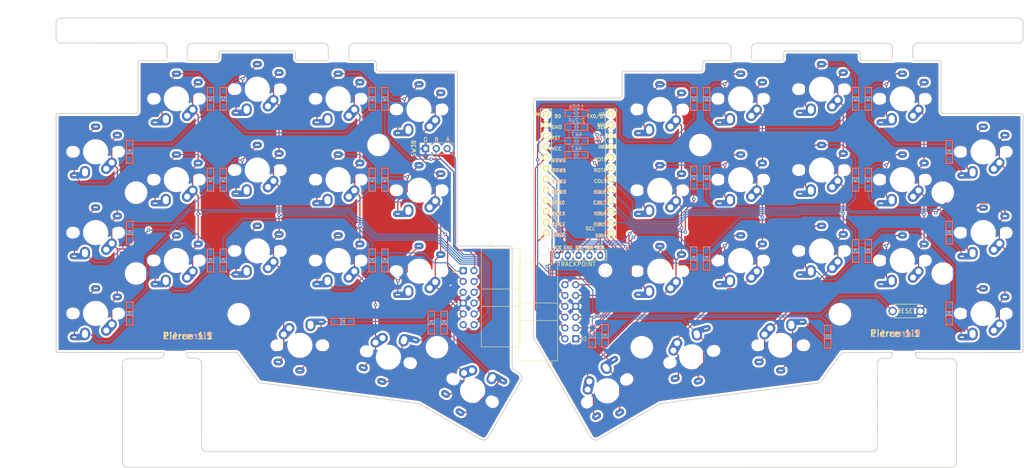
<source format=kicad_pcb>
(kicad_pcb (version 20171130) (host pcbnew 5.1.9-73d0e3b20d~88~ubuntu20.04.1)
  (title_block (title "Pierce Keyboard") (date 2021-02-12) (rev "v 0.1") (comment 4 "Author: Durken"))
  (layers (0 F.Cu signal) (31 B.Cu signal) (34 B.Paste user) (35 F.Paste user) (36 B.SilkS user) (37 F.SilkS user) (38 B.Mask user) (39 F.Mask user) (44 Edge.Cuts user))
  (net 0 "")
  (net 1 VCC)
  (net 2 "Net-(C1-Pad2)")
  (net 3 "Net-(D1-Pad2)")
  (net 4 row0l)
  (net 5 row1l)
  (net 6 "Net-(D2-Pad2)")
  (net 7 row2l)
  (net 8 "Net-(D3-Pad2)")
  (net 9 "Net-(D4-Pad2)")
  (net 10 row0)
  (net 11 "Net-(D5-Pad2)")
  (net 12 row1)
  (net 13 row2)
  (net 14 "Net-(D6-Pad2)")
  (net 15 row3)
  (net 16 "Net-(D7-Pad2)")
  (net 17 "Net-(D8-Pad2)")
  (net 18 "Net-(D9-Pad2)")
  (net 19 "Net-(D10-Pad2)")
  (net 20 "Net-(D11-Pad2)")
  (net 21 "Net-(D12-Pad2)")
  (net 22 "Net-(D13-Pad2)")
  (net 23 "Net-(D14-Pad2)")
  (net 24 "Net-(D15-Pad2)")
  (net 25 "Net-(D16-Pad2)")
  (net 26 "Net-(D17-Pad2)")
  (net 27 "Net-(D18-Pad2)")
  (net 28 row3l)
  (net 29 "Net-(D19-Pad2)")
  (net 30 "Net-(D20-Pad2)")
  (net 31 "Net-(D21-Pad2)")
  (net 32 "Net-(D22-Pad2)")
  (net 33 "Net-(D23-Pad2)")
  (net 34 "Net-(D24-Pad2)")
  (net 35 "Net-(D25-Pad2)")
  (net 36 "Net-(D26-Pad2)")
  (net 37 "Net-(D27-Pad2)")
  (net 38 "Net-(D28-Pad2)")
  (net 39 "Net-(D29-Pad2)")
  (net 40 "Net-(D30-Pad2)")
  (net 41 "Net-(D31-Pad2)")
  (net 42 "Net-(D32-Pad2)")
  (net 43 "Net-(D33-Pad2)")
  (net 44 "Net-(D34-Pad2)")
  (net 45 "Net-(D35-Pad2)")
  (net 46 "Net-(D36-Pad2)")
  (net 47 col1l)
  (net 48 col3l)
  (net 49 col0l)
  (net 50 col2l)
  (net 51 col4l)
  (net 52 col4)
  (net 53 col2)
  (net 54 col0)
  (net 55 col3)
  (net 56 col1)
  (net 57 GND)
  (net 58 SCL)
  (net 59 SDA)
  (net 60 col5)
  (net 61 col6)
  (net 62 col7)
  (net 63 col8)
  (net 64 col9)
  (net 65 reset)
  (net 66 rotb)
  (net 67 rota)
  (net 68 rotbl)
  (net 69 rotal)
  (net 70 GND1)
  (module pierce:ProMicro_v2_1side (layer F.Cu) (at 157.6 53.3)
    (fp_text reference U1 hide)
    (fp_text value Elite-C_reverse hide)
    (fp_text user TX0/D3 (at 4.318 -13.97) (layer F.SilkS) (effects (font (size 0.8 0.8))))
    (fp_text user ROTB (at 5.25 -3.81) (layer F.SilkS) (effects (font (size 0.8 0.8))))
    (fp_text user ROTA (at 5.1 -1.27) (layer F.SilkS) (effects (font (size 0.8 0.8))))
    (fp_text user B0 (at -4.826 -13.97) (layer F.SilkS) (effects (font (size 0.8 0.8))))
    (fp_text user "" (at -0.5 -17.25) (layer F.SilkS))
    (fp_text user "" (at -1.2065 -16.256) (layer B.SilkS) (effects (justify mirror)))
    (fp_text user RAW (at -9.7155 -14.478) (layer F.SilkS) (effects (font (size 0.75 0.5) (thickness 0.125))))
    (fp_text user LED (at 5.5 -14.478) (layer F.SilkS) (effects (font (size 0.75 0.5) (thickness 0.125))))
    (fp_text user GND (at 5.334 -8.89) (layer B.SilkS) (effects (font (size 0.8 0.8)) (justify mirror)))
    (fp_text user DATA (at 5.35 -11.95) (layer F.SilkS) (effects (font (size 0.75 0.5) (thickness 0.125))))
    (fp_text user RST (at -5.334 -8.89) (layer F.SilkS) (effects (font (size 0.8 0.8))))
    (fp_text user GND (at -5.08 -11.43) (layer F.SilkS) (effects (font (size 0.8 0.8))))
    (fp_text user VCC (at -5.08 -6.35) (layer F.SilkS) (effects (font (size 0.8 0.8))))
    (fp_text user GND (at 5.461 -6.7945) (layer F.SilkS) (effects (font (size 0.75 0.5) (thickness 0.125))))
    (fp_text user ROW3 (at -4.5 3.8) (layer F.SilkS) (effects (font (size 0.8 0.8))))
    (fp_text user COL4 (at 5.35 14.05) (layer F.SilkS) (effects (font (size 0.7 0.7))))
    (fp_text user ROW2 (at -4.5 1.35) (layer F.SilkS) (effects (font (size 0.8 0.8))))
    (fp_text user SCL (at 2.794 12.4) (layer F.SilkS) (effects (font (size 0.8 0.8))))
    (fp_text user ROW1 (at -4.5 -1.27) (layer F.SilkS) (effects (font (size 0.8 0.8))))
    (fp_text user SDA (at 5.588 -11.43) (layer F.SilkS) (effects (font (size 0.8 0.8))))
    (fp_text user ROW0 (at -4.6 -3.6) (layer F.SilkS) (effects (font (size 0.8 0.8))))
    (fp_text user COL3 (at -4.8 13.95) (layer F.SilkS) (effects (font (size 0.7 0.7))))
    (fp_text user COL9 (at 5.2 1.27) (layer F.SilkS) (effects (font (size 0.8 0.8))))
    (fp_text user COL8 (at 5.075 3.825) (layer F.SilkS) (effects (font (size 0.8 0.8))))
    (fp_text user COL2 (at -4.65 11.4) (layer F.SilkS) (effects (font (size 0.8 0.8))))
    (fp_text user COL7 (at 5.05 6.35) (layer F.SilkS) (effects (font (size 0.8 0.8))))
    (fp_text user COL1 (at -4.6 8.89) (layer F.SilkS) (effects (font (size 0.8 0.8))))
    (fp_text user COL6 (at 5.15 8.89) (layer F.SilkS) (effects (font (size 0.8 0.8))))
    (fp_text user COL0 (at -4.65 6.35) (layer F.SilkS) (effects (font (size 0.8 0.8))))
    (fp_text user COL5 (at 5.1 11.43) (layer F.SilkS) (effects (font (size 0.8 0.8))))
    (pad 1 thru_hole circle (at 7.6564 -14.478) (size 1.524 1.524) (drill 0.8128) (layers *.Cu F.SilkS B.Mask))
    (pad 2 thru_hole circle (at 7.6564 -11.938) (size 1.524 1.524) (drill 0.8128) (layers *.Cu F.SilkS B.Mask) (net 59 SDA))
    (pad 3 thru_hole circle (at 7.6564 -9.398) (size 1.524 1.524) (drill 0.8128) (layers *.Cu F.SilkS B.Mask) (net 57 GND))
    (pad 4 thru_hole circle (at 7.6564 -6.858) (size 1.524 1.524) (drill 0.8128) (layers *.Cu F.SilkS B.Mask) (net 57 GND))
    (pad 5 thru_hole circle (at 7.6564 -4.318) (size 1.524 1.524) (drill 0.8128) (layers *.Cu F.SilkS B.Mask) (net 66 rotb))
    (pad 6 thru_hole circle (at 7.6564 -1.778) (size 1.524 1.524) (drill 0.8128) (layers *.Cu F.SilkS B.Mask) (net 67 rota))
    (pad 7 thru_hole circle (at 7.6564 0.762) (size 1.524 1.524) (drill 0.8128) (layers *.Cu F.SilkS B.Mask) (net 64 col9))
    (pad 8 thru_hole circle (at 7.6564 3.302) (size 1.524 1.524) (drill 0.8128) (layers *.Cu F.SilkS B.Mask) (net 63 col8))
    (pad 9 thru_hole circle (at 7.6564 5.842) (size 1.524 1.524) (drill 0.8128) (layers *.Cu F.SilkS B.Mask) (net 62 col7))
    (pad 10 thru_hole circle (at 7.6564 8.382) (size 1.524 1.524) (drill 0.8128) (layers *.Cu F.SilkS B.Mask) (net 61 col6))
    (pad 11 thru_hole circle (at 7.6564 10.922) (size 1.524 1.524) (drill 0.8128) (layers *.Cu F.SilkS B.Mask) (net 60 col5))
    (pad 12 thru_hole circle (at 7.6564 13.462) (size 1.524 1.524) (drill 0.8128) (layers *.Cu F.SilkS B.Mask) (net 52 col4))
    (pad 13 thru_hole circle (at -7.5636 13.462) (size 1.524 1.524) (drill 0.8128) (layers *.Cu F.SilkS B.Mask) (net 55 col3))
    (pad 14 thru_hole circle (at -7.5636 10.922) (size 1.524 1.524) (drill 0.8128) (layers *.Cu F.SilkS B.Mask) (net 53 col2))
    (pad 15 thru_hole circle (at -7.5636 8.382) (size 1.524 1.524) (drill 0.8128) (layers *.Cu F.SilkS B.Mask) (net 56 col1))
    (pad 16 thru_hole circle (at -7.5636 5.842) (size 1.524 1.524) (drill 0.8128) (layers *.Cu F.SilkS B.Mask) (net 54 col0))
    (pad 17 thru_hole circle (at -7.5636 3.302) (size 1.524 1.524) (drill 0.8128) (layers *.Cu F.SilkS B.Mask) (net 15 row3))
    (pad 18 thru_hole circle (at -7.5636 0.762) (size 1.524 1.524) (drill 0.8128) (layers *.Cu F.SilkS B.Mask) (net 13 row2))
    (pad 19 thru_hole circle (at -7.5636 -1.778) (size 1.524 1.524) (drill 0.8128) (layers *.Cu F.SilkS B.Mask) (net 12 row1))
    (pad 20 thru_hole circle (at -7.5636 -4.318) (size 1.524 1.524) (drill 0.8128) (layers *.Cu F.SilkS B.Mask) (net 10 row0))
    (pad 21 thru_hole circle (at -7.5636 -6.858) (size 1.524 1.524) (drill 0.8128) (layers *.Cu F.SilkS B.Mask) (net 1 VCC))
    (pad 22 thru_hole circle (at -7.5636 -9.398) (size 1.524 1.524) (drill 0.8128) (layers *.Cu F.SilkS B.Mask) (net 65 reset))
    (pad 23 thru_hole circle (at -7.5636 -11.938) (size 1.524 1.524) (drill 0.8128) (layers *.Cu F.SilkS B.Mask) (net 57 GND))
    (pad 24 thru_hole circle (at -7.5636 -14.478) (size 1.524 1.524) (drill 0.8128) (layers *.Cu F.SilkS B.Mask))
  )
  (module kbd:Breakaway_Tabs (layer F.Cu) (at 195.875 26.025)
    (fp_text reference REF**)
    (fp_text value Breakaway_Tabs)
    (pad "" np_thru_hole circle (at 0 0) (size 0.3 0.3) (drill 0.3) (layers *.Cu *.Mask))
    (pad "" np_thru_hole circle (at 0.59375 0) (size 0.3 0.3) (drill 0.3) (layers *.Cu *.Mask))
    (pad "" np_thru_hole circle (at 1.1875 0) (size 0.3 0.3) (drill 0.3) (layers *.Cu *.Mask))
    (pad "" np_thru_hole circle (at 1.78125 0) (size 0.3 0.3) (drill 0.3) (layers *.Cu *.Mask))
    (pad "" np_thru_hole circle (at 2.375 0) (size 0.3 0.3) (drill 0.3) (layers *.Cu *.Mask))
    (pad "" np_thru_hole circle (at -1.78125 0) (size 0.3 0.3) (drill 0.3) (layers *.Cu *.Mask))
    (pad "" np_thru_hole circle (at -0.59375 0) (size 0.3 0.3) (drill 0.3) (layers *.Cu *.Mask))
    (pad "" np_thru_hole circle (at -2.375 0) (size 0.3 0.3) (drill 0.3) (layers *.Cu *.Mask))
    (pad "" np_thru_hole circle (at -1.1875 0) (size 0.3 0.3) (drill 0.3) (layers *.Cu *.Mask))
  )
  (module kbd:Breakaway_Tabs (layer F.Cu) (at 233.875 26.025)
    (fp_text reference REF**)
    (fp_text value Breakaway_Tabs)
    (pad "" np_thru_hole circle (at -1.1875 0) (size 0.3 0.3) (drill 0.3) (layers *.Cu *.Mask))
    (pad "" np_thru_hole circle (at -2.375 0) (size 0.3 0.3) (drill 0.3) (layers *.Cu *.Mask))
    (pad "" np_thru_hole circle (at -0.59375 0) (size 0.3 0.3) (drill 0.3) (layers *.Cu *.Mask))
    (pad "" np_thru_hole circle (at -1.78125 0) (size 0.3 0.3) (drill 0.3) (layers *.Cu *.Mask))
    (pad "" np_thru_hole circle (at 2.375 0) (size 0.3 0.3) (drill 0.3) (layers *.Cu *.Mask))
    (pad "" np_thru_hole circle (at 1.78125 0) (size 0.3 0.3) (drill 0.3) (layers *.Cu *.Mask))
    (pad "" np_thru_hole circle (at 1.1875 0) (size 0.3 0.3) (drill 0.3) (layers *.Cu *.Mask))
    (pad "" np_thru_hole circle (at 0.59375 0) (size 0.3 0.3) (drill 0.3) (layers *.Cu *.Mask))
    (pad "" np_thru_hole circle (at 0 0) (size 0.3 0.3) (drill 0.3) (layers *.Cu *.Mask))
  )
  (module kbd:Breakaway_Tabs (layer F.Cu) (at 234.125 95.025)
    (fp_text reference REF**)
    (fp_text value Breakaway_Tabs)
    (pad "" np_thru_hole circle (at 0 0) (size 0.3 0.3) (drill 0.3) (layers *.Cu *.Mask))
    (pad "" np_thru_hole circle (at 0.59375 0) (size 0.3 0.3) (drill 0.3) (layers *.Cu *.Mask))
    (pad "" np_thru_hole circle (at 1.1875 0) (size 0.3 0.3) (drill 0.3) (layers *.Cu *.Mask))
    (pad "" np_thru_hole circle (at 1.78125 0) (size 0.3 0.3) (drill 0.3) (layers *.Cu *.Mask))
    (pad "" np_thru_hole circle (at 2.375 0) (size 0.3 0.3) (drill 0.3) (layers *.Cu *.Mask))
    (pad "" np_thru_hole circle (at -1.78125 0) (size 0.3 0.3) (drill 0.3) (layers *.Cu *.Mask))
    (pad "" np_thru_hole circle (at -0.59375 0) (size 0.3 0.3) (drill 0.3) (layers *.Cu *.Mask))
    (pad "" np_thru_hole circle (at -2.375 0) (size 0.3 0.3) (drill 0.3) (layers *.Cu *.Mask))
    (pad "" np_thru_hole circle (at -1.1875 0) (size 0.3 0.3) (drill 0.3) (layers *.Cu *.Mask))
  )
  (module kbd:Breakaway_Tabs (layer F.Cu) (at 62.875 95.025)
    (fp_text reference REF**)
    (fp_text value Breakaway_Tabs)
    (pad "" np_thru_hole circle (at -1.1875 0) (size 0.3 0.3) (drill 0.3) (layers *.Cu *.Mask))
    (pad "" np_thru_hole circle (at -2.375 0) (size 0.3 0.3) (drill 0.3) (layers *.Cu *.Mask))
    (pad "" np_thru_hole circle (at -0.59375 0) (size 0.3 0.3) (drill 0.3) (layers *.Cu *.Mask))
    (pad "" np_thru_hole circle (at -1.78125 0) (size 0.3 0.3) (drill 0.3) (layers *.Cu *.Mask))
    (pad "" np_thru_hole circle (at 2.375 0) (size 0.3 0.3) (drill 0.3) (layers *.Cu *.Mask))
    (pad "" np_thru_hole circle (at 1.78125 0) (size 0.3 0.3) (drill 0.3) (layers *.Cu *.Mask))
    (pad "" np_thru_hole circle (at 1.1875 0) (size 0.3 0.3) (drill 0.3) (layers *.Cu *.Mask))
    (pad "" np_thru_hole circle (at 0.59375 0) (size 0.3 0.3) (drill 0.3) (layers *.Cu *.Mask))
    (pad "" np_thru_hole circle (at 0 0) (size 0.3 0.3) (drill 0.3) (layers *.Cu *.Mask))
  )
  (module kbd:Breakaway_Tabs (layer F.Cu) (at 101.275 26.025)
    (fp_text reference REF**)
    (fp_text value Breakaway_Tabs)
    (pad "" np_thru_hole circle (at 0 0) (size 0.3 0.3) (drill 0.3) (layers *.Cu *.Mask))
    (pad "" np_thru_hole circle (at 0.59375 0) (size 0.3 0.3) (drill 0.3) (layers *.Cu *.Mask))
    (pad "" np_thru_hole circle (at 1.1875 0) (size 0.3 0.3) (drill 0.3) (layers *.Cu *.Mask))
    (pad "" np_thru_hole circle (at 1.78125 0) (size 0.3 0.3) (drill 0.3) (layers *.Cu *.Mask))
    (pad "" np_thru_hole circle (at 2.375 0) (size 0.3 0.3) (drill 0.3) (layers *.Cu *.Mask))
    (pad "" np_thru_hole circle (at -1.78125 0) (size 0.3 0.3) (drill 0.3) (layers *.Cu *.Mask))
    (pad "" np_thru_hole circle (at -0.59375 0) (size 0.3 0.3) (drill 0.3) (layers *.Cu *.Mask))
    (pad "" np_thru_hole circle (at -2.375 0) (size 0.3 0.3) (drill 0.3) (layers *.Cu *.Mask))
    (pad "" np_thru_hole circle (at -1.1875 0) (size 0.3 0.3) (drill 0.3) (layers *.Cu *.Mask))
  )
  (module kbd:Breakaway_Tabs (layer F.Cu) (at 63.375 26.025)
    (fp_text reference REF**)
    (fp_text value Breakaway_Tabs)
    (pad "" np_thru_hole circle (at -1.1875 0) (size 0.3 0.3) (drill 0.3) (layers *.Cu *.Mask))
    (pad "" np_thru_hole circle (at -2.375 0) (size 0.3 0.3) (drill 0.3) (layers *.Cu *.Mask))
    (pad "" np_thru_hole circle (at -0.59375 0) (size 0.3 0.3) (drill 0.3) (layers *.Cu *.Mask))
    (pad "" np_thru_hole circle (at -1.78125 0) (size 0.3 0.3) (drill 0.3) (layers *.Cu *.Mask))
    (pad "" np_thru_hole circle (at 2.375 0) (size 0.3 0.3) (drill 0.3) (layers *.Cu *.Mask))
    (pad "" np_thru_hole circle (at 1.78125 0) (size 0.3 0.3) (drill 0.3) (layers *.Cu *.Mask))
    (pad "" np_thru_hole circle (at 1.1875 0) (size 0.3 0.3) (drill 0.3) (layers *.Cu *.Mask))
    (pad "" np_thru_hole circle (at 0.59375 0) (size 0.3 0.3) (drill 0.3) (layers *.Cu *.Mask))
    (pad "" np_thru_hole circle (at 0 0) (size 0.3 0.3) (drill 0.3) (layers *.Cu *.Mask))
  )
  (module kbd:keyswitch_cherrymx_alps_choc12_1u (layer F.Cu) (at 214.754847 51.960224 180)
    (fp_text reference SW20 hide)
    (fp_text value SW_PUSH hide)
    (pad 1 thru_hole oval (at -3.8 -2.55 138) (size 2.4 4.4) (drill 1.4 (offset 0 -1)) (layers *.Cu B.Mask) (net 62 col7))
    (pad 2 thru_hole oval (at 2.5 -4.8 180) (size 2.4 2.95) (drill oval 1.4 1.95) (layers *.Cu B.Mask) (net 30 "Net-(D20-Pad2)"))
    (pad 1 thru_hole circle (at -2.5 -4 180) (size 2.4 2.4) (drill 1.4) (layers *.Cu B.Mask) (net 62 col7))
    (pad 2 thru_hole oval (at 5 -5.55 180.5) (size 4.4 1.5) (drill oval 1 0.3 (offset -1.1 0)) (layers *.Cu B.Mask) (net 30 "Net-(D20-Pad2)"))
    (pad 1 thru_hole oval (at -5.1 3.9 180) (size 2.2 1.6) (drill oval 1 0.4) (layers *.Cu B.Mask) (net 62 col7))
    (pad "" np_thru_hole circle (at 0 0 270) (size 4.9 4.9) (drill 4.9) (layers *.Cu))
    (pad "" np_thru_hole circle (at -5.5 0 270) (size 1.8 1.8) (drill 1.8) (layers *.Cu))
    (pad "" np_thru_hole circle (at 5.5 0 270) (size 1.8 1.8) (drill 1.8) (layers *.Cu))
    (pad 2 thru_hole oval (at 0 5.9 180) (size 2.2 1.5) (drill oval 1 0.3) (layers *.Cu B.Mask) (net 30 "Net-(D20-Pad2)"))
    (pad "" np_thru_hole circle (at 5.08 0 180) (size 1.7 1.7) (drill 1.7) (layers *.Cu))
    (pad "" np_thru_hole circle (at -5.08 0 180) (size 1.7 1.7) (drill 1.7) (layers *.Cu))
  )
  (module kbd:keyswitch_cherrymx_alps_choc12_1u (layer F.Cu) (at 252.754847 85.673598 180)
    (fp_text reference SW36 hide)
    (fp_text value SW_PUSH hide)
    (pad 1 thru_hole oval (at -3.8 -2.55 138) (size 2.4 4.4) (drill 1.4 (offset 0 -1)) (layers *.Cu B.Mask) (net 64 col9))
    (pad 2 thru_hole oval (at 2.5 -4.8 180) (size 2.4 2.95) (drill oval 1.4 1.95) (layers *.Cu B.Mask) (net 46 "Net-(D36-Pad2)"))
    (pad 1 thru_hole circle (at -2.5 -4 180) (size 2.4 2.4) (drill 1.4) (layers *.Cu B.Mask) (net 64 col9))
    (pad 2 thru_hole oval (at 5 -5.55 180.5) (size 4.4 1.5) (drill oval 1 0.3 (offset -1.1 0)) (layers *.Cu B.Mask) (net 46 "Net-(D36-Pad2)"))
    (pad 1 thru_hole oval (at -5.1 3.9 180) (size 2.2 1.6) (drill oval 1 0.4) (layers *.Cu B.Mask) (net 64 col9))
    (pad "" np_thru_hole circle (at 0 0 270) (size 4.9 4.9) (drill 4.9) (layers *.Cu))
    (pad "" np_thru_hole circle (at -5.5 0 270) (size 1.8 1.8) (drill 1.8) (layers *.Cu))
    (pad "" np_thru_hole circle (at 5.5 0 270) (size 1.8 1.8) (drill 1.8) (layers *.Cu))
    (pad 2 thru_hole oval (at 0 5.9 180) (size 2.2 1.5) (drill oval 1 0.3) (layers *.Cu B.Mask) (net 46 "Net-(D36-Pad2)"))
    (pad "" np_thru_hole circle (at 5.08 0 180) (size 1.7 1.7) (drill 1.7) (layers *.Cu))
    (pad "" np_thru_hole circle (at -5.08 0 180) (size 1.7 1.7) (drill 1.7) (layers *.Cu))
  )
  (module kbd:keyswitch_cherrymx_alps_choc12_1u (layer F.Cu) (at 252.754847 66.673598 180)
    (fp_text reference SW35 hide)
    (fp_text value SW_PUSH hide)
    (pad 1 thru_hole oval (at -3.8 -2.55 138) (size 2.4 4.4) (drill 1.4 (offset 0 -1)) (layers *.Cu B.Mask) (net 64 col9))
    (pad 2 thru_hole oval (at 2.5 -4.8 180) (size 2.4 2.95) (drill oval 1.4 1.95) (layers *.Cu B.Mask) (net 45 "Net-(D35-Pad2)"))
    (pad 1 thru_hole circle (at -2.5 -4 180) (size 2.4 2.4) (drill 1.4) (layers *.Cu B.Mask) (net 64 col9))
    (pad 2 thru_hole oval (at 5 -5.55 180.5) (size 4.4 1.5) (drill oval 1 0.3 (offset -1.1 0)) (layers *.Cu B.Mask) (net 45 "Net-(D35-Pad2)"))
    (pad 1 thru_hole oval (at -5.1 3.9 180) (size 2.2 1.6) (drill oval 1 0.4) (layers *.Cu B.Mask) (net 64 col9))
    (pad "" np_thru_hole circle (at 0 0 270) (size 4.9 4.9) (drill 4.9) (layers *.Cu))
    (pad "" np_thru_hole circle (at -5.5 0 270) (size 1.8 1.8) (drill 1.8) (layers *.Cu))
    (pad "" np_thru_hole circle (at 5.5 0 270) (size 1.8 1.8) (drill 1.8) (layers *.Cu))
    (pad 2 thru_hole oval (at 0 5.9 180) (size 2.2 1.5) (drill oval 1 0.3) (layers *.Cu B.Mask) (net 45 "Net-(D35-Pad2)"))
    (pad "" np_thru_hole circle (at 5.08 0 180) (size 1.7 1.7) (drill 1.7) (layers *.Cu))
    (pad "" np_thru_hole circle (at -5.08 0 180) (size 1.7 1.7) (drill 1.7) (layers *.Cu))
  )
  (module kbd:keyswitch_cherrymx_alps_choc12_1u (layer F.Cu) (at 252.754847 47.673598 180)
    (fp_text reference SW34 hide)
    (fp_text value SW_PUSH hide)
    (pad 1 thru_hole oval (at -3.8 -2.55 138) (size 2.4 4.4) (drill 1.4 (offset 0 -1)) (layers *.Cu B.Mask) (net 64 col9))
    (pad 2 thru_hole oval (at 2.5 -4.8 180) (size 2.4 2.95) (drill oval 1.4 1.95) (layers *.Cu B.Mask) (net 44 "Net-(D34-Pad2)"))
    (pad 1 thru_hole circle (at -2.5 -4 180) (size 2.4 2.4) (drill 1.4) (layers *.Cu B.Mask) (net 64 col9))
    (pad 2 thru_hole oval (at 5 -5.55 180.5) (size 4.4 1.5) (drill oval 1 0.3 (offset -1.1 0)) (layers *.Cu B.Mask) (net 44 "Net-(D34-Pad2)"))
    (pad 1 thru_hole oval (at -5.1 3.9 180) (size 2.2 1.6) (drill oval 1 0.4) (layers *.Cu B.Mask) (net 64 col9))
    (pad "" np_thru_hole circle (at 0 0 270) (size 4.9 4.9) (drill 4.9) (layers *.Cu))
    (pad "" np_thru_hole circle (at -5.5 0 270) (size 1.8 1.8) (drill 1.8) (layers *.Cu))
    (pad "" np_thru_hole circle (at 5.5 0 270) (size 1.8 1.8) (drill 1.8) (layers *.Cu))
    (pad 2 thru_hole oval (at 0 5.9 180) (size 2.2 1.5) (drill oval 1 0.3) (layers *.Cu B.Mask) (net 44 "Net-(D34-Pad2)"))
    (pad "" np_thru_hole circle (at 5.08 0 180) (size 1.7 1.7) (drill 1.7) (layers *.Cu))
    (pad "" np_thru_hole circle (at -5.08 0 180) (size 1.7 1.7) (drill 1.7) (layers *.Cu))
  )
  (module kbd:keyswitch_cherrymx_alps_choc12_1u (layer F.Cu) (at 132.77 103.74 330)
    (fp_text reference SW33 hide)
    (fp_text value SW_PUSH hide)
    (pad 1 thru_hole oval (at -3.8 -2.55 288) (size 2.4 4.4) (drill 1.4 (offset 0 -1)) (layers *.Cu B.Mask) (net 51 col4l))
    (pad 2 thru_hole oval (at 2.5 -4.8 330) (size 2.4 2.95) (drill oval 1.4 1.95) (layers *.Cu B.Mask) (net 43 "Net-(D33-Pad2)"))
    (pad 1 thru_hole circle (at -2.5 -4 330) (size 2.4 2.4) (drill 1.4) (layers *.Cu B.Mask) (net 51 col4l))
    (pad 2 thru_hole oval (at 5 -5.55 330.5) (size 4.4 1.5) (drill oval 1 0.3 (offset -1.1 0)) (layers *.Cu B.Mask) (net 43 "Net-(D33-Pad2)"))
    (pad 1 thru_hole oval (at -5.1 3.9 330) (size 2.2 1.6) (drill oval 1 0.4) (layers *.Cu B.Mask) (net 51 col4l))
    (pad "" np_thru_hole circle (at 0 0 60) (size 4.9 4.9) (drill 4.9) (layers *.Cu))
    (pad "" np_thru_hole circle (at -5.5 0 60) (size 1.8 1.8) (drill 1.8) (layers *.Cu))
    (pad "" np_thru_hole circle (at 5.5 0 60) (size 1.8 1.8) (drill 1.8) (layers *.Cu))
    (pad 2 thru_hole oval (at 0 5.9 330) (size 2.2 1.5) (drill oval 1 0.3) (layers *.Cu B.Mask) (net 43 "Net-(D33-Pad2)"))
    (pad "" np_thru_hole circle (at 5.08 0 330) (size 1.7 1.7) (drill 1.7) (layers *.Cu))
    (pad "" np_thru_hole circle (at -5.08 0 330) (size 1.7 1.7) (drill 1.7) (layers *.Cu))
  )
  (module kbd:keyswitch_cherrymx_alps_choc12_1u (layer F.Cu) (at 120.168391 75.70494 180)
    (fp_text reference SW32 hide)
    (fp_text value SW_PUSH hide)
    (pad 1 thru_hole oval (at -3.8 -2.55 138) (size 2.4 4.4) (drill 1.4 (offset 0 -1)) (layers *.Cu B.Mask) (net 51 col4l))
    (pad 2 thru_hole oval (at 2.5 -4.8 180) (size 2.4 2.95) (drill oval 1.4 1.95) (layers *.Cu B.Mask) (net 42 "Net-(D32-Pad2)"))
    (pad 1 thru_hole circle (at -2.5 -4 180) (size 2.4 2.4) (drill 1.4) (layers *.Cu B.Mask) (net 51 col4l))
    (pad 2 thru_hole oval (at 5 -5.55 180.5) (size 4.4 1.5) (drill oval 1 0.3 (offset -1.1 0)) (layers *.Cu B.Mask) (net 42 "Net-(D32-Pad2)"))
    (pad 1 thru_hole oval (at -5.1 3.9 180) (size 2.2 1.6) (drill oval 1 0.4) (layers *.Cu B.Mask) (net 51 col4l))
    (pad "" np_thru_hole circle (at 0 0 270) (size 4.9 4.9) (drill 4.9) (layers *.Cu))
    (pad "" np_thru_hole circle (at -5.5 0 270) (size 1.8 1.8) (drill 1.8) (layers *.Cu))
    (pad "" np_thru_hole circle (at 5.5 0 270) (size 1.8 1.8) (drill 1.8) (layers *.Cu))
    (pad 2 thru_hole oval (at 0 5.9 180) (size 2.2 1.5) (drill oval 1 0.3) (layers *.Cu B.Mask) (net 42 "Net-(D32-Pad2)"))
    (pad "" np_thru_hole circle (at 5.08 0 180) (size 1.7 1.7) (drill 1.7) (layers *.Cu))
    (pad "" np_thru_hole circle (at -5.08 0 180) (size 1.7 1.7) (drill 1.7) (layers *.Cu))
  )
  (module kbd:keyswitch_cherrymx_alps_choc12_1u (layer F.Cu) (at 120.168391 56.70494 180)
    (fp_text reference SW31 hide)
    (fp_text value SW_PUSH hide)
    (pad 1 thru_hole oval (at -3.8 -2.55 138) (size 2.4 4.4) (drill 1.4 (offset 0 -1)) (layers *.Cu B.Mask) (net 51 col4l))
    (pad 2 thru_hole oval (at 2.5 -4.8 180) (size 2.4 2.95) (drill oval 1.4 1.95) (layers *.Cu B.Mask) (net 41 "Net-(D31-Pad2)"))
    (pad 1 thru_hole circle (at -2.5 -4 180) (size 2.4 2.4) (drill 1.4) (layers *.Cu B.Mask) (net 51 col4l))
    (pad 2 thru_hole oval (at 5 -5.55 180.5) (size 4.4 1.5) (drill oval 1 0.3 (offset -1.1 0)) (layers *.Cu B.Mask) (net 41 "Net-(D31-Pad2)"))
    (pad 1 thru_hole oval (at -5.1 3.9 180) (size 2.2 1.6) (drill oval 1 0.4) (layers *.Cu B.Mask) (net 51 col4l))
    (pad "" np_thru_hole circle (at 0 0 270) (size 4.9 4.9) (drill 4.9) (layers *.Cu))
    (pad "" np_thru_hole circle (at -5.5 0 270) (size 1.8 1.8) (drill 1.8) (layers *.Cu))
    (pad "" np_thru_hole circle (at 5.5 0 270) (size 1.8 1.8) (drill 1.8) (layers *.Cu))
    (pad 2 thru_hole oval (at 0 5.9 180) (size 2.2 1.5) (drill oval 1 0.3) (layers *.Cu B.Mask) (net 41 "Net-(D31-Pad2)"))
    (pad "" np_thru_hole circle (at 5.08 0 180) (size 1.7 1.7) (drill 1.7) (layers *.Cu))
    (pad "" np_thru_hole circle (at -5.08 0 180) (size 1.7 1.7) (drill 1.7) (layers *.Cu))
  )
  (module kbd:keyswitch_cherrymx_alps_choc12_1u (layer F.Cu) (at 120.168391 37.70494 180)
    (fp_text reference SW30 hide)
    (fp_text value SW_PUSH hide)
    (pad 1 thru_hole oval (at -3.8 -2.55 138) (size 2.4 4.4) (drill 1.4 (offset 0 -1)) (layers *.Cu B.Mask) (net 51 col4l))
    (pad 2 thru_hole oval (at 2.5 -4.8 180) (size 2.4 2.95) (drill oval 1.4 1.95) (layers *.Cu B.Mask) (net 40 "Net-(D30-Pad2)"))
    (pad 1 thru_hole circle (at -2.5 -4 180) (size 2.4 2.4) (drill 1.4) (layers *.Cu B.Mask) (net 51 col4l))
    (pad 2 thru_hole oval (at 5 -5.55 180.5) (size 4.4 1.5) (drill oval 1 0.3 (offset -1.1 0)) (layers *.Cu B.Mask) (net 40 "Net-(D30-Pad2)"))
    (pad 1 thru_hole oval (at -5.1 3.9 180) (size 2.2 1.6) (drill oval 1 0.4) (layers *.Cu B.Mask) (net 51 col4l))
    (pad "" np_thru_hole circle (at 0 0 270) (size 4.9 4.9) (drill 4.9) (layers *.Cu))
    (pad "" np_thru_hole circle (at -5.5 0 270) (size 1.8 1.8) (drill 1.8) (layers *.Cu))
    (pad "" np_thru_hole circle (at 5.5 0 270) (size 1.8 1.8) (drill 1.8) (layers *.Cu))
    (pad 2 thru_hole oval (at 0 5.9 180) (size 2.2 1.5) (drill oval 1 0.3) (layers *.Cu B.Mask) (net 40 "Net-(D30-Pad2)"))
    (pad "" np_thru_hole circle (at 5.08 0 180) (size 1.7 1.7) (drill 1.7) (layers *.Cu))
    (pad "" np_thru_hole circle (at -5.08 0 180) (size 1.7 1.7) (drill 1.7) (layers *.Cu))
  )
  (module kbd:keyswitch_cherrymx_alps_choc12_1u (layer F.Cu) (at 233.754847 73.210662 180)
    (fp_text reference SW29 hide)
    (fp_text value SW_PUSH hide)
    (pad 1 thru_hole oval (at -3.8 -2.55 138) (size 2.4 4.4) (drill 1.4 (offset 0 -1)) (layers *.Cu B.Mask) (net 63 col8))
    (pad 2 thru_hole oval (at 2.5 -4.8 180) (size 2.4 2.95) (drill oval 1.4 1.95) (layers *.Cu B.Mask) (net 39 "Net-(D29-Pad2)"))
    (pad 1 thru_hole circle (at -2.5 -4 180) (size 2.4 2.4) (drill 1.4) (layers *.Cu B.Mask) (net 63 col8))
    (pad 2 thru_hole oval (at 5 -5.55 180.5) (size 4.4 1.5) (drill oval 1 0.3 (offset -1.1 0)) (layers *.Cu B.Mask) (net 39 "Net-(D29-Pad2)"))
    (pad 1 thru_hole oval (at -5.1 3.9 180) (size 2.2 1.6) (drill oval 1 0.4) (layers *.Cu B.Mask) (net 63 col8))
    (pad "" np_thru_hole circle (at 0 0 270) (size 4.9 4.9) (drill 4.9) (layers *.Cu))
    (pad "" np_thru_hole circle (at -5.5 0 270) (size 1.8 1.8) (drill 1.8) (layers *.Cu))
    (pad "" np_thru_hole circle (at 5.5 0 270) (size 1.8 1.8) (drill 1.8) (layers *.Cu))
    (pad 2 thru_hole oval (at 0 5.9 180) (size 2.2 1.5) (drill oval 1 0.3) (layers *.Cu B.Mask) (net 39 "Net-(D29-Pad2)"))
    (pad "" np_thru_hole circle (at 5.08 0 180) (size 1.7 1.7) (drill 1.7) (layers *.Cu))
    (pad "" np_thru_hole circle (at -5.08 0 180) (size 1.7 1.7) (drill 1.7) (layers *.Cu))
  )
  (module kbd:keyswitch_cherrymx_alps_choc12_1u (layer F.Cu) (at 233.754847 54.210662 180)
    (fp_text reference SW28 hide)
    (fp_text value SW_PUSH hide)
    (pad 1 thru_hole oval (at -3.8 -2.55 138) (size 2.4 4.4) (drill 1.4 (offset 0 -1)) (layers *.Cu B.Mask) (net 63 col8))
    (pad 2 thru_hole oval (at 2.5 -4.8 180) (size 2.4 2.95) (drill oval 1.4 1.95) (layers *.Cu B.Mask) (net 38 "Net-(D28-Pad2)"))
    (pad 1 thru_hole circle (at -2.5 -4 180) (size 2.4 2.4) (drill 1.4) (layers *.Cu B.Mask) (net 63 col8))
    (pad 2 thru_hole oval (at 5 -5.55 180.5) (size 4.4 1.5) (drill oval 1 0.3 (offset -1.1 0)) (layers *.Cu B.Mask) (net 38 "Net-(D28-Pad2)"))
    (pad 1 thru_hole oval (at -5.1 3.9 180) (size 2.2 1.6) (drill oval 1 0.4) (layers *.Cu B.Mask) (net 63 col8))
    (pad "" np_thru_hole circle (at 0 0 270) (size 4.9 4.9) (drill 4.9) (layers *.Cu))
    (pad "" np_thru_hole circle (at -5.5 0 270) (size 1.8 1.8) (drill 1.8) (layers *.Cu))
    (pad "" np_thru_hole circle (at 5.5 0 270) (size 1.8 1.8) (drill 1.8) (layers *.Cu))
    (pad 2 thru_hole oval (at 0 5.9 180) (size 2.2 1.5) (drill oval 1 0.3) (layers *.Cu B.Mask) (net 38 "Net-(D28-Pad2)"))
    (pad "" np_thru_hole circle (at 5.08 0 180) (size 1.7 1.7) (drill 1.7) (layers *.Cu))
    (pad "" np_thru_hole circle (at -5.08 0 180) (size 1.7 1.7) (drill 1.7) (layers *.Cu))
  )
  (module kbd:keyswitch_cherrymx_alps_choc12_1u (layer F.Cu) (at 233.754847 35.210662 180)
    (fp_text reference SW27 hide)
    (fp_text value SW_PUSH hide)
    (pad 1 thru_hole oval (at -3.8 -2.55 138) (size 2.4 4.4) (drill 1.4 (offset 0 -1)) (layers *.Cu B.Mask) (net 63 col8))
    (pad 2 thru_hole oval (at 2.5 -4.8 180) (size 2.4 2.95) (drill oval 1.4 1.95) (layers *.Cu B.Mask) (net 37 "Net-(D27-Pad2)"))
    (pad 1 thru_hole circle (at -2.5 -4 180) (size 2.4 2.4) (drill 1.4) (layers *.Cu B.Mask) (net 63 col8))
    (pad 2 thru_hole oval (at 5 -5.55 180.5) (size 4.4 1.5) (drill oval 1 0.3 (offset -1.1 0)) (layers *.Cu B.Mask) (net 37 "Net-(D27-Pad2)"))
    (pad 1 thru_hole oval (at -5.1 3.9 180) (size 2.2 1.6) (drill oval 1 0.4) (layers *.Cu B.Mask) (net 63 col8))
    (pad "" np_thru_hole circle (at 0 0 270) (size 4.9 4.9) (drill 4.9) (layers *.Cu))
    (pad "" np_thru_hole circle (at -5.5 0 270) (size 1.8 1.8) (drill 1.8) (layers *.Cu))
    (pad "" np_thru_hole circle (at 5.5 0 270) (size 1.8 1.8) (drill 1.8) (layers *.Cu))
    (pad 2 thru_hole oval (at 0 5.9 180) (size 2.2 1.5) (drill oval 1 0.3) (layers *.Cu B.Mask) (net 37 "Net-(D27-Pad2)"))
    (pad "" np_thru_hole circle (at 5.08 0 180) (size 1.7 1.7) (drill 1.7) (layers *.Cu))
    (pad "" np_thru_hole circle (at -5.08 0 180) (size 1.7 1.7) (drill 1.7) (layers *.Cu))
  )
  (module kbd:keyswitch_cherrymx_alps_choc12_1u (layer F.Cu) (at 112.97 95.94 345)
    (fp_text reference SW26 hide)
    (fp_text value SW_PUSH hide)
    (pad 1 thru_hole oval (at -3.8 -2.55 303) (size 2.4 4.4) (drill 1.4 (offset 0 -1)) (layers *.Cu B.Mask) (net 48 col3l))
    (pad 2 thru_hole oval (at 2.5 -4.8 345) (size 2.4 2.95) (drill oval 1.4 1.95) (layers *.Cu B.Mask) (net 36 "Net-(D26-Pad2)"))
    (pad 1 thru_hole circle (at -2.5 -4 345) (size 2.4 2.4) (drill 1.4) (layers *.Cu B.Mask) (net 48 col3l))
    (pad 2 thru_hole oval (at 5 -5.55 345.5) (size 4.4 1.5) (drill oval 1 0.3 (offset -1.1 0)) (layers *.Cu B.Mask) (net 36 "Net-(D26-Pad2)"))
    (pad 1 thru_hole oval (at -5.1 3.9 345) (size 2.2 1.6) (drill oval 1 0.4) (layers *.Cu B.Mask) (net 48 col3l))
    (pad "" np_thru_hole circle (at 0 0 75) (size 4.9 4.9) (drill 4.9) (layers *.Cu))
    (pad "" np_thru_hole circle (at -5.5 0 75) (size 1.8 1.8) (drill 1.8) (layers *.Cu))
    (pad "" np_thru_hole circle (at 5.5 0 75) (size 1.8 1.8) (drill 1.8) (layers *.Cu))
    (pad 2 thru_hole oval (at 0 5.9 345) (size 2.2 1.5) (drill oval 1 0.3) (layers *.Cu B.Mask) (net 36 "Net-(D26-Pad2)"))
    (pad "" np_thru_hole circle (at 5.08 0 345) (size 1.7 1.7) (drill 1.7) (layers *.Cu))
    (pad "" np_thru_hole circle (at -5.08 0 345) (size 1.7 1.7) (drill 1.7) (layers *.Cu))
  )
  (module kbd:keyswitch_cherrymx_alps_choc12_1u (layer F.Cu) (at 101.168391 73.205582 180)
    (fp_text reference SW25 hide)
    (fp_text value SW_PUSH hide)
    (pad 1 thru_hole oval (at -3.8 -2.55 138) (size 2.4 4.4) (drill 1.4 (offset 0 -1)) (layers *.Cu B.Mask) (net 48 col3l))
    (pad 2 thru_hole oval (at 2.5 -4.8 180) (size 2.4 2.95) (drill oval 1.4 1.95) (layers *.Cu B.Mask) (net 35 "Net-(D25-Pad2)"))
    (pad 1 thru_hole circle (at -2.5 -4 180) (size 2.4 2.4) (drill 1.4) (layers *.Cu B.Mask) (net 48 col3l))
    (pad 2 thru_hole oval (at 5 -5.55 180.5) (size 4.4 1.5) (drill oval 1 0.3 (offset -1.1 0)) (layers *.Cu B.Mask) (net 35 "Net-(D25-Pad2)"))
    (pad 1 thru_hole oval (at -5.1 3.9 180) (size 2.2 1.6) (drill oval 1 0.4) (layers *.Cu B.Mask) (net 48 col3l))
    (pad "" np_thru_hole circle (at 0 0 270) (size 4.9 4.9) (drill 4.9) (layers *.Cu))
    (pad "" np_thru_hole circle (at -5.5 0 270) (size 1.8 1.8) (drill 1.8) (layers *.Cu))
    (pad "" np_thru_hole circle (at 5.5 0 270) (size 1.8 1.8) (drill 1.8) (layers *.Cu))
    (pad 2 thru_hole oval (at 0 5.9 180) (size 2.2 1.5) (drill oval 1 0.3) (layers *.Cu B.Mask) (net 35 "Net-(D25-Pad2)"))
    (pad "" np_thru_hole circle (at 5.08 0 180) (size 1.7 1.7) (drill 1.7) (layers *.Cu))
    (pad "" np_thru_hole circle (at -5.08 0 180) (size 1.7 1.7) (drill 1.7) (layers *.Cu))
  )
  (module kbd:keyswitch_cherrymx_alps_choc12_1u (layer F.Cu) (at 101.168391 54.205582 180)
    (fp_text reference SW24 hide)
    (fp_text value SW_PUSH hide)
    (pad 1 thru_hole oval (at -3.8 -2.55 138) (size 2.4 4.4) (drill 1.4 (offset 0 -1)) (layers *.Cu B.Mask) (net 48 col3l))
    (pad 2 thru_hole oval (at 2.5 -4.8 180) (size 2.4 2.95) (drill oval 1.4 1.95) (layers *.Cu B.Mask) (net 34 "Net-(D24-Pad2)"))
    (pad 1 thru_hole circle (at -2.5 -4 180) (size 2.4 2.4) (drill 1.4) (layers *.Cu B.Mask) (net 48 col3l))
    (pad 2 thru_hole oval (at 5 -5.55 180.5) (size 4.4 1.5) (drill oval 1 0.3 (offset -1.1 0)) (layers *.Cu B.Mask) (net 34 "Net-(D24-Pad2)"))
    (pad 1 thru_hole oval (at -5.1 3.9 180) (size 2.2 1.6) (drill oval 1 0.4) (layers *.Cu B.Mask) (net 48 col3l))
    (pad "" np_thru_hole circle (at 0 0 270) (size 4.9 4.9) (drill 4.9) (layers *.Cu))
    (pad "" np_thru_hole circle (at -5.5 0 270) (size 1.8 1.8) (drill 1.8) (layers *.Cu))
    (pad "" np_thru_hole circle (at 5.5 0 270) (size 1.8 1.8) (drill 1.8) (layers *.Cu))
    (pad 2 thru_hole oval (at 0 5.9 180) (size 2.2 1.5) (drill oval 1 0.3) (layers *.Cu B.Mask) (net 34 "Net-(D24-Pad2)"))
    (pad "" np_thru_hole circle (at 5.08 0 180) (size 1.7 1.7) (drill 1.7) (layers *.Cu))
    (pad "" np_thru_hole circle (at -5.08 0 180) (size 1.7 1.7) (drill 1.7) (layers *.Cu))
  )
  (module kbd:keyswitch_cherrymx_alps_choc12_1u (layer F.Cu) (at 101.168391 35.205582 180)
    (fp_text reference SW23 hide)
    (fp_text value SW_PUSH hide)
    (pad 1 thru_hole oval (at -3.8 -2.55 138) (size 2.4 4.4) (drill 1.4 (offset 0 -1)) (layers *.Cu B.Mask) (net 48 col3l))
    (pad 2 thru_hole oval (at 2.5 -4.8 180) (size 2.4 2.95) (drill oval 1.4 1.95) (layers *.Cu B.Mask) (net 33 "Net-(D23-Pad2)"))
    (pad 1 thru_hole circle (at -2.5 -4 180) (size 2.4 2.4) (drill 1.4) (layers *.Cu B.Mask) (net 48 col3l))
    (pad 2 thru_hole oval (at 5 -5.55 180.5) (size 4.4 1.5) (drill oval 1 0.3 (offset -1.1 0)) (layers *.Cu B.Mask) (net 33 "Net-(D23-Pad2)"))
    (pad 1 thru_hole oval (at -5.1 3.9 180) (size 2.2 1.6) (drill oval 1 0.4) (layers *.Cu B.Mask) (net 48 col3l))
    (pad "" np_thru_hole circle (at 0 0 270) (size 4.9 4.9) (drill 4.9) (layers *.Cu))
    (pad "" np_thru_hole circle (at -5.5 0 270) (size 1.8 1.8) (drill 1.8) (layers *.Cu))
    (pad "" np_thru_hole circle (at 5.5 0 270) (size 1.8 1.8) (drill 1.8) (layers *.Cu))
    (pad 2 thru_hole oval (at 0 5.9 180) (size 2.2 1.5) (drill oval 1 0.3) (layers *.Cu B.Mask) (net 33 "Net-(D23-Pad2)"))
    (pad "" np_thru_hole circle (at 5.08 0 180) (size 1.7 1.7) (drill 1.7) (layers *.Cu))
    (pad "" np_thru_hole circle (at -5.08 0 180) (size 1.7 1.7) (drill 1.7) (layers *.Cu))
  )
  (module kbd:keyswitch_cherrymx_alps_choc12_1u (layer F.Cu) (at 205.17 93.14)
    (fp_text reference SW22 hide)
    (fp_text value SW_PUSH hide)
    (pad 1 thru_hole oval (at -3.8 -2.55 318) (size 2.4 4.4) (drill 1.4 (offset 0 -1)) (layers *.Cu B.Mask) (net 62 col7))
    (pad 2 thru_hole oval (at 2.5 -4.8) (size 2.4 2.95) (drill oval 1.4 1.95) (layers *.Cu B.Mask) (net 32 "Net-(D22-Pad2)"))
    (pad 1 thru_hole circle (at -2.5 -4) (size 2.4 2.4) (drill 1.4) (layers *.Cu B.Mask) (net 62 col7))
    (pad 2 thru_hole oval (at 5 -5.55 0.5) (size 4.4 1.5) (drill oval 1 0.3 (offset -1.1 0)) (layers *.Cu B.Mask) (net 32 "Net-(D22-Pad2)"))
    (pad 1 thru_hole oval (at -5.1 3.9) (size 2.2 1.6) (drill oval 1 0.4) (layers *.Cu B.Mask) (net 62 col7))
    (pad "" np_thru_hole circle (at 0 0 90) (size 4.9 4.9) (drill 4.9) (layers *.Cu))
    (pad "" np_thru_hole circle (at -5.5 0 90) (size 1.8 1.8) (drill 1.8) (layers *.Cu))
    (pad "" np_thru_hole circle (at 5.5 0 90) (size 1.8 1.8) (drill 1.8) (layers *.Cu))
    (pad 2 thru_hole oval (at 0 5.9) (size 2.2 1.5) (drill oval 1 0.3) (layers *.Cu B.Mask) (net 32 "Net-(D22-Pad2)"))
    (pad "" np_thru_hole circle (at 5.08 0) (size 1.7 1.7) (drill 1.7) (layers *.Cu))
    (pad "" np_thru_hole circle (at -5.08 0) (size 1.7 1.7) (drill 1.7) (layers *.Cu))
  )
  (module kbd:keyswitch_cherrymx_alps_choc12_1u (layer F.Cu) (at 214.754847 70.960224 180)
    (fp_text reference SW21 hide)
    (fp_text value SW_PUSH hide)
    (pad 1 thru_hole oval (at -3.8 -2.55 138) (size 2.4 4.4) (drill 1.4 (offset 0 -1)) (layers *.Cu B.Mask) (net 62 col7))
    (pad 2 thru_hole oval (at 2.5 -4.8 180) (size 2.4 2.95) (drill oval 1.4 1.95) (layers *.Cu B.Mask) (net 31 "Net-(D21-Pad2)"))
    (pad 1 thru_hole circle (at -2.5 -4 180) (size 2.4 2.4) (drill 1.4) (layers *.Cu B.Mask) (net 62 col7))
    (pad 2 thru_hole oval (at 5 -5.55 180.5) (size 4.4 1.5) (drill oval 1 0.3 (offset -1.1 0)) (layers *.Cu B.Mask) (net 31 "Net-(D21-Pad2)"))
    (pad 1 thru_hole oval (at -5.1 3.9 180) (size 2.2 1.6) (drill oval 1 0.4) (layers *.Cu B.Mask) (net 62 col7))
    (pad "" np_thru_hole circle (at 0 0 270) (size 4.9 4.9) (drill 4.9) (layers *.Cu))
    (pad "" np_thru_hole circle (at -5.5 0 270) (size 1.8 1.8) (drill 1.8) (layers *.Cu))
    (pad "" np_thru_hole circle (at 5.5 0 270) (size 1.8 1.8) (drill 1.8) (layers *.Cu))
    (pad 2 thru_hole oval (at 0 5.9 180) (size 2.2 1.5) (drill oval 1 0.3) (layers *.Cu B.Mask) (net 31 "Net-(D21-Pad2)"))
    (pad "" np_thru_hole circle (at 5.08 0 180) (size 1.7 1.7) (drill 1.7) (layers *.Cu))
    (pad "" np_thru_hole circle (at -5.08 0 180) (size 1.7 1.7) (drill 1.7) (layers *.Cu))
  )
  (module kbd:keyswitch_cherrymx_alps_choc12_1u (layer F.Cu) (at 214.754847 32.960224 180)
    (fp_text reference SW19 hide)
    (fp_text value SW_PUSH hide)
    (pad 1 thru_hole oval (at -3.8 -2.55 138) (size 2.4 4.4) (drill 1.4 (offset 0 -1)) (layers *.Cu B.Mask) (net 62 col7))
    (pad 2 thru_hole oval (at 2.5 -4.8 180) (size 2.4 2.95) (drill oval 1.4 1.95) (layers *.Cu B.Mask) (net 29 "Net-(D19-Pad2)"))
    (pad 1 thru_hole circle (at -2.5 -4 180) (size 2.4 2.4) (drill 1.4) (layers *.Cu B.Mask) (net 62 col7))
    (pad 2 thru_hole oval (at 5 -5.55 180.5) (size 4.4 1.5) (drill oval 1 0.3 (offset -1.1 0)) (layers *.Cu B.Mask) (net 29 "Net-(D19-Pad2)"))
    (pad 1 thru_hole oval (at -5.1 3.9 180) (size 2.2 1.6) (drill oval 1 0.4) (layers *.Cu B.Mask) (net 62 col7))
    (pad "" np_thru_hole circle (at 0 0 270) (size 4.9 4.9) (drill 4.9) (layers *.Cu))
    (pad "" np_thru_hole circle (at -5.5 0 270) (size 1.8 1.8) (drill 1.8) (layers *.Cu))
    (pad "" np_thru_hole circle (at 5.5 0 270) (size 1.8 1.8) (drill 1.8) (layers *.Cu))
    (pad 2 thru_hole oval (at 0 5.9 180) (size 2.2 1.5) (drill oval 1 0.3) (layers *.Cu B.Mask) (net 29 "Net-(D19-Pad2)"))
    (pad "" np_thru_hole circle (at 5.08 0 180) (size 1.7 1.7) (drill 1.7) (layers *.Cu))
    (pad "" np_thru_hole circle (at -5.08 0 180) (size 1.7 1.7) (drill 1.7) (layers *.Cu))
  )
  (module kbd:keyswitch_cherrymx_alps_choc12_1u (layer F.Cu) (at 92.17 93.14)
    (fp_text reference SW18 hide)
    (fp_text value SW_PUSH hide)
    (pad 1 thru_hole oval (at -3.8 -2.55 318) (size 2.4 4.4) (drill 1.4 (offset 0 -1)) (layers *.Cu B.Mask) (net 50 col2l))
    (pad 2 thru_hole oval (at 2.5 -4.8) (size 2.4 2.95) (drill oval 1.4 1.95) (layers *.Cu B.Mask) (net 27 "Net-(D18-Pad2)"))
    (pad 1 thru_hole circle (at -2.5 -4) (size 2.4 2.4) (drill 1.4) (layers *.Cu B.Mask) (net 50 col2l))
    (pad 2 thru_hole oval (at 5 -5.55 0.5) (size 4.4 1.5) (drill oval 1 0.3 (offset -1.1 0)) (layers *.Cu B.Mask) (net 27 "Net-(D18-Pad2)"))
    (pad 1 thru_hole oval (at -5.1 3.9) (size 2.2 1.6) (drill oval 1 0.4) (layers *.Cu B.Mask) (net 50 col2l))
    (pad "" np_thru_hole circle (at 0 0 90) (size 4.9 4.9) (drill 4.9) (layers *.Cu))
    (pad "" np_thru_hole circle (at -5.5 0 90) (size 1.8 1.8) (drill 1.8) (layers *.Cu))
    (pad "" np_thru_hole circle (at 5.5 0 90) (size 1.8 1.8) (drill 1.8) (layers *.Cu))
    (pad 2 thru_hole oval (at 0 5.9) (size 2.2 1.5) (drill oval 1 0.3) (layers *.Cu B.Mask) (net 27 "Net-(D18-Pad2)"))
    (pad "" np_thru_hole circle (at 5.08 0) (size 1.7 1.7) (drill 1.7) (layers *.Cu))
    (pad "" np_thru_hole circle (at -5.08 0) (size 1.7 1.7) (drill 1.7) (layers *.Cu))
  )
  (module kbd:keyswitch_cherrymx_alps_choc12_1u (layer F.Cu) (at 82.168391 70.955144 180)
    (fp_text reference SW17 hide)
    (fp_text value SW_PUSH hide)
    (pad 1 thru_hole oval (at -3.8 -2.55 138) (size 2.4 4.4) (drill 1.4 (offset 0 -1)) (layers *.Cu B.Mask) (net 50 col2l))
    (pad 2 thru_hole oval (at 2.5 -4.8 180) (size 2.4 2.95) (drill oval 1.4 1.95) (layers *.Cu B.Mask) (net 26 "Net-(D17-Pad2)"))
    (pad 1 thru_hole circle (at -2.5 -4 180) (size 2.4 2.4) (drill 1.4) (layers *.Cu B.Mask) (net 50 col2l))
    (pad 2 thru_hole oval (at 5 -5.55 180.5) (size 4.4 1.5) (drill oval 1 0.3 (offset -1.1 0)) (layers *.Cu B.Mask) (net 26 "Net-(D17-Pad2)"))
    (pad 1 thru_hole oval (at -5.1 3.9 180) (size 2.2 1.6) (drill oval 1 0.4) (layers *.Cu B.Mask) (net 50 col2l))
    (pad "" np_thru_hole circle (at 0 0 270) (size 4.9 4.9) (drill 4.9) (layers *.Cu))
    (pad "" np_thru_hole circle (at -5.5 0 270) (size 1.8 1.8) (drill 1.8) (layers *.Cu))
    (pad "" np_thru_hole circle (at 5.5 0 270) (size 1.8 1.8) (drill 1.8) (layers *.Cu))
    (pad 2 thru_hole oval (at 0 5.9 180) (size 2.2 1.5) (drill oval 1 0.3) (layers *.Cu B.Mask) (net 26 "Net-(D17-Pad2)"))
    (pad "" np_thru_hole circle (at 5.08 0 180) (size 1.7 1.7) (drill 1.7) (layers *.Cu))
    (pad "" np_thru_hole circle (at -5.08 0 180) (size 1.7 1.7) (drill 1.7) (layers *.Cu))
  )
  (module kbd:keyswitch_cherrymx_alps_choc12_1u (layer F.Cu) (at 82.168391 51.955144 180)
    (fp_text reference SW16 hide)
    (fp_text value SW_PUSH hide)
    (pad 1 thru_hole oval (at -3.8 -2.55 138) (size 2.4 4.4) (drill 1.4 (offset 0 -1)) (layers *.Cu B.Mask) (net 50 col2l))
    (pad 2 thru_hole oval (at 2.5 -4.8 180) (size 2.4 2.95) (drill oval 1.4 1.95) (layers *.Cu B.Mask) (net 25 "Net-(D16-Pad2)"))
    (pad 1 thru_hole circle (at -2.5 -4 180) (size 2.4 2.4) (drill 1.4) (layers *.Cu B.Mask) (net 50 col2l))
    (pad 2 thru_hole oval (at 5 -5.55 180.5) (size 4.4 1.5) (drill oval 1 0.3 (offset -1.1 0)) (layers *.Cu B.Mask) (net 25 "Net-(D16-Pad2)"))
    (pad 1 thru_hole oval (at -5.1 3.9 180) (size 2.2 1.6) (drill oval 1 0.4) (layers *.Cu B.Mask) (net 50 col2l))
    (pad "" np_thru_hole circle (at 0 0 270) (size 4.9 4.9) (drill 4.9) (layers *.Cu))
    (pad "" np_thru_hole circle (at -5.5 0 270) (size 1.8 1.8) (drill 1.8) (layers *.Cu))
    (pad "" np_thru_hole circle (at 5.5 0 270) (size 1.8 1.8) (drill 1.8) (layers *.Cu))
    (pad 2 thru_hole oval (at 0 5.9 180) (size 2.2 1.5) (drill oval 1 0.3) (layers *.Cu B.Mask) (net 25 "Net-(D16-Pad2)"))
    (pad "" np_thru_hole circle (at 5.08 0 180) (size 1.7 1.7) (drill 1.7) (layers *.Cu))
    (pad "" np_thru_hole circle (at -5.08 0 180) (size 1.7 1.7) (drill 1.7) (layers *.Cu))
  )
  (module kbd:keyswitch_cherrymx_alps_choc12_1u (layer F.Cu) (at 82.168391 32.955144 180)
    (fp_text reference SW15 hide)
    (fp_text value SW_PUSH hide)
    (pad 1 thru_hole oval (at -3.8 -2.55 138) (size 2.4 4.4) (drill 1.4 (offset 0 -1)) (layers *.Cu B.Mask) (net 50 col2l))
    (pad 2 thru_hole oval (at 2.5 -4.8 180) (size 2.4 2.95) (drill oval 1.4 1.95) (layers *.Cu B.Mask) (net 24 "Net-(D15-Pad2)"))
    (pad 1 thru_hole circle (at -2.5 -4 180) (size 2.4 2.4) (drill 1.4) (layers *.Cu B.Mask) (net 50 col2l))
    (pad 2 thru_hole oval (at 5 -5.55 180.5) (size 4.4 1.5) (drill oval 1 0.3 (offset -1.1 0)) (layers *.Cu B.Mask) (net 24 "Net-(D15-Pad2)"))
    (pad 1 thru_hole oval (at -5.1 3.9 180) (size 2.2 1.6) (drill oval 1 0.4) (layers *.Cu B.Mask) (net 50 col2l))
    (pad "" np_thru_hole circle (at 0 0 270) (size 4.9 4.9) (drill 4.9) (layers *.Cu))
    (pad "" np_thru_hole circle (at -5.5 0 270) (size 1.8 1.8) (drill 1.8) (layers *.Cu))
    (pad "" np_thru_hole circle (at 5.5 0 270) (size 1.8 1.8) (drill 1.8) (layers *.Cu))
    (pad 2 thru_hole oval (at 0 5.9 180) (size 2.2 1.5) (drill oval 1 0.3) (layers *.Cu B.Mask) (net 24 "Net-(D15-Pad2)"))
    (pad "" np_thru_hole circle (at 5.08 0 180) (size 1.7 1.7) (drill 1.7) (layers *.Cu))
    (pad "" np_thru_hole circle (at -5.08 0 180) (size 1.7 1.7) (drill 1.7) (layers *.Cu))
  )
  (module kbd:keyswitch_cherrymx_alps_choc12_1u (layer F.Cu) (at 184.27 95.84 15)
    (fp_text reference SW14 hide)
    (fp_text value SW_PUSH hide)
    (pad 1 thru_hole oval (at -3.8 -2.55 333) (size 2.4 4.4) (drill 1.4 (offset 0 -1)) (layers *.Cu B.Mask) (net 61 col6))
    (pad 2 thru_hole oval (at 2.5 -4.8 15) (size 2.4 2.95) (drill oval 1.4 1.95) (layers *.Cu B.Mask) (net 23 "Net-(D14-Pad2)"))
    (pad 1 thru_hole circle (at -2.5 -4 15) (size 2.4 2.4) (drill 1.4) (layers *.Cu B.Mask) (net 61 col6))
    (pad 2 thru_hole oval (at 5 -5.55 15.5) (size 4.4 1.5) (drill oval 1 0.3 (offset -1.1 0)) (layers *.Cu B.Mask) (net 23 "Net-(D14-Pad2)"))
    (pad 1 thru_hole oval (at -5.1 3.9 15) (size 2.2 1.6) (drill oval 1 0.4) (layers *.Cu B.Mask) (net 61 col6))
    (pad "" np_thru_hole circle (at 0 0 105) (size 4.9 4.9) (drill 4.9) (layers *.Cu))
    (pad "" np_thru_hole circle (at -5.5 0 105) (size 1.8 1.8) (drill 1.8) (layers *.Cu))
    (pad "" np_thru_hole circle (at 5.5 0 105) (size 1.8 1.8) (drill 1.8) (layers *.Cu))
    (pad 2 thru_hole oval (at 0 5.9 15) (size 2.2 1.5) (drill oval 1 0.3) (layers *.Cu B.Mask) (net 23 "Net-(D14-Pad2)"))
    (pad "" np_thru_hole circle (at 5.08 0 15) (size 1.7 1.7) (drill 1.7) (layers *.Cu))
    (pad "" np_thru_hole circle (at -5.08 0 15) (size 1.7 1.7) (drill 1.7) (layers *.Cu))
  )
  (module kbd:keyswitch_cherrymx_alps_choc12_1u (layer F.Cu) (at 195.754847 73.213202 180)
    (fp_text reference SW13 hide)
    (fp_text value SW_PUSH hide)
    (pad 1 thru_hole oval (at -3.8 -2.55 138) (size 2.4 4.4) (drill 1.4 (offset 0 -1)) (layers *.Cu B.Mask) (net 61 col6))
    (pad 2 thru_hole oval (at 2.5 -4.8 180) (size 2.4 2.95) (drill oval 1.4 1.95) (layers *.Cu B.Mask) (net 22 "Net-(D13-Pad2)"))
    (pad 1 thru_hole circle (at -2.5 -4 180) (size 2.4 2.4) (drill 1.4) (layers *.Cu B.Mask) (net 61 col6))
    (pad 2 thru_hole oval (at 5 -5.55 180.5) (size 4.4 1.5) (drill oval 1 0.3 (offset -1.1 0)) (layers *.Cu B.Mask) (net 22 "Net-(D13-Pad2)"))
    (pad 1 thru_hole oval (at -5.1 3.9 180) (size 2.2 1.6) (drill oval 1 0.4) (layers *.Cu B.Mask) (net 61 col6))
    (pad "" np_thru_hole circle (at 0 0 270) (size 4.9 4.9) (drill 4.9) (layers *.Cu))
    (pad "" np_thru_hole circle (at -5.5 0 270) (size 1.8 1.8) (drill 1.8) (layers *.Cu))
    (pad "" np_thru_hole circle (at 5.5 0 270) (size 1.8 1.8) (drill 1.8) (layers *.Cu))
    (pad 2 thru_hole oval (at 0 5.9 180) (size 2.2 1.5) (drill oval 1 0.3) (layers *.Cu B.Mask) (net 22 "Net-(D13-Pad2)"))
    (pad "" np_thru_hole circle (at 5.08 0 180) (size 1.7 1.7) (drill 1.7) (layers *.Cu))
    (pad "" np_thru_hole circle (at -5.08 0 180) (size 1.7 1.7) (drill 1.7) (layers *.Cu))
  )
  (module kbd:keyswitch_cherrymx_alps_choc12_1u (layer F.Cu) (at 195.754847 54.213202 180)
    (fp_text reference SW12 hide)
    (fp_text value SW_PUSH hide)
    (pad 1 thru_hole oval (at -3.8 -2.55 138) (size 2.4 4.4) (drill 1.4 (offset 0 -1)) (layers *.Cu B.Mask) (net 61 col6))
    (pad 2 thru_hole oval (at 2.5 -4.8 180) (size 2.4 2.95) (drill oval 1.4 1.95) (layers *.Cu B.Mask) (net 21 "Net-(D12-Pad2)"))
    (pad 1 thru_hole circle (at -2.5 -4 180) (size 2.4 2.4) (drill 1.4) (layers *.Cu B.Mask) (net 61 col6))
    (pad 2 thru_hole oval (at 5 -5.55 180.5) (size 4.4 1.5) (drill oval 1 0.3 (offset -1.1 0)) (layers *.Cu B.Mask) (net 21 "Net-(D12-Pad2)"))
    (pad 1 thru_hole oval (at -5.1 3.9 180) (size 2.2 1.6) (drill oval 1 0.4) (layers *.Cu B.Mask) (net 61 col6))
    (pad "" np_thru_hole circle (at 0 0 270) (size 4.9 4.9) (drill 4.9) (layers *.Cu))
    (pad "" np_thru_hole circle (at -5.5 0 270) (size 1.8 1.8) (drill 1.8) (layers *.Cu))
    (pad "" np_thru_hole circle (at 5.5 0 270) (size 1.8 1.8) (drill 1.8) (layers *.Cu))
    (pad 2 thru_hole oval (at 0 5.9 180) (size 2.2 1.5) (drill oval 1 0.3) (layers *.Cu B.Mask) (net 21 "Net-(D12-Pad2)"))
    (pad "" np_thru_hole circle (at 5.08 0 180) (size 1.7 1.7) (drill 1.7) (layers *.Cu))
    (pad "" np_thru_hole circle (at -5.08 0 180) (size 1.7 1.7) (drill 1.7) (layers *.Cu))
  )
  (module kbd:keyswitch_cherrymx_alps_choc12_1u (layer F.Cu) (at 195.754847 35.213202 180)
    (fp_text reference SW11 hide)
    (fp_text value SW_PUSH hide)
    (pad 1 thru_hole oval (at -3.8 -2.55 138) (size 2.4 4.4) (drill 1.4 (offset 0 -1)) (layers *.Cu B.Mask) (net 61 col6))
    (pad 2 thru_hole oval (at 2.5 -4.8 180) (size 2.4 2.95) (drill oval 1.4 1.95) (layers *.Cu B.Mask) (net 20 "Net-(D11-Pad2)"))
    (pad 1 thru_hole circle (at -2.5 -4 180) (size 2.4 2.4) (drill 1.4) (layers *.Cu B.Mask) (net 61 col6))
    (pad 2 thru_hole oval (at 5 -5.55 180.5) (size 4.4 1.5) (drill oval 1 0.3 (offset -1.1 0)) (layers *.Cu B.Mask) (net 20 "Net-(D11-Pad2)"))
    (pad 1 thru_hole oval (at -5.1 3.9 180) (size 2.2 1.6) (drill oval 1 0.4) (layers *.Cu B.Mask) (net 61 col6))
    (pad "" np_thru_hole circle (at 0 0 270) (size 4.9 4.9) (drill 4.9) (layers *.Cu))
    (pad "" np_thru_hole circle (at -5.5 0 270) (size 1.8 1.8) (drill 1.8) (layers *.Cu))
    (pad "" np_thru_hole circle (at 5.5 0 270) (size 1.8 1.8) (drill 1.8) (layers *.Cu))
    (pad 2 thru_hole oval (at 0 5.9 180) (size 2.2 1.5) (drill oval 1 0.3) (layers *.Cu B.Mask) (net 20 "Net-(D11-Pad2)"))
    (pad "" np_thru_hole circle (at 5.08 0 180) (size 1.7 1.7) (drill 1.7) (layers *.Cu))
    (pad "" np_thru_hole circle (at -5.08 0 180) (size 1.7 1.7) (drill 1.7) (layers *.Cu))
  )
  (module kbd:keyswitch_cherrymx_alps_choc12_1u (layer F.Cu) (at 63.168391 73.205582 180)
    (fp_text reference SW10 hide)
    (fp_text value SW_PUSH hide)
    (pad 1 thru_hole oval (at -3.8 -2.55 138) (size 2.4 4.4) (drill 1.4 (offset 0 -1)) (layers *.Cu B.Mask) (net 47 col1l))
    (pad 2 thru_hole oval (at 2.5 -4.8 180) (size 2.4 2.95) (drill oval 1.4 1.95) (layers *.Cu B.Mask) (net 19 "Net-(D10-Pad2)"))
    (pad 1 thru_hole circle (at -2.5 -4 180) (size 2.4 2.4) (drill 1.4) (layers *.Cu B.Mask) (net 47 col1l))
    (pad 2 thru_hole oval (at 5 -5.55 180.5) (size 4.4 1.5) (drill oval 1 0.3 (offset -1.1 0)) (layers *.Cu B.Mask) (net 19 "Net-(D10-Pad2)"))
    (pad 1 thru_hole oval (at -5.1 3.9 180) (size 2.2 1.6) (drill oval 1 0.4) (layers *.Cu B.Mask) (net 47 col1l))
    (pad "" np_thru_hole circle (at 0 0 270) (size 4.9 4.9) (drill 4.9) (layers *.Cu))
    (pad "" np_thru_hole circle (at -5.5 0 270) (size 1.8 1.8) (drill 1.8) (layers *.Cu))
    (pad "" np_thru_hole circle (at 5.5 0 270) (size 1.8 1.8) (drill 1.8) (layers *.Cu))
    (pad 2 thru_hole oval (at 0 5.9 180) (size 2.2 1.5) (drill oval 1 0.3) (layers *.Cu B.Mask) (net 19 "Net-(D10-Pad2)"))
    (pad "" np_thru_hole circle (at 5.08 0 180) (size 1.7 1.7) (drill 1.7) (layers *.Cu))
    (pad "" np_thru_hole circle (at -5.08 0 180) (size 1.7 1.7) (drill 1.7) (layers *.Cu))
  )
  (module kbd:keyswitch_cherrymx_alps_choc12_1u (layer F.Cu) (at 63.168391 54.205582 180)
    (fp_text reference SW9 hide)
    (fp_text value SW_PUSH hide)
    (pad 1 thru_hole oval (at -3.8 -2.55 138) (size 2.4 4.4) (drill 1.4 (offset 0 -1)) (layers *.Cu B.Mask) (net 47 col1l))
    (pad 2 thru_hole oval (at 2.5 -4.8 180) (size 2.4 2.95) (drill oval 1.4 1.95) (layers *.Cu B.Mask) (net 18 "Net-(D9-Pad2)"))
    (pad 1 thru_hole circle (at -2.5 -4 180) (size 2.4 2.4) (drill 1.4) (layers *.Cu B.Mask) (net 47 col1l))
    (pad 2 thru_hole oval (at 5 -5.55 180.5) (size 4.4 1.5) (drill oval 1 0.3 (offset -1.1 0)) (layers *.Cu B.Mask) (net 18 "Net-(D9-Pad2)"))
    (pad 1 thru_hole oval (at -5.1 3.9 180) (size 2.2 1.6) (drill oval 1 0.4) (layers *.Cu B.Mask) (net 47 col1l))
    (pad "" np_thru_hole circle (at 0 0 270) (size 4.9 4.9) (drill 4.9) (layers *.Cu))
    (pad "" np_thru_hole circle (at -5.5 0 270) (size 1.8 1.8) (drill 1.8) (layers *.Cu))
    (pad "" np_thru_hole circle (at 5.5 0 270) (size 1.8 1.8) (drill 1.8) (layers *.Cu))
    (pad 2 thru_hole oval (at 0 5.9 180) (size 2.2 1.5) (drill oval 1 0.3) (layers *.Cu B.Mask) (net 18 "Net-(D9-Pad2)"))
    (pad "" np_thru_hole circle (at 5.08 0 180) (size 1.7 1.7) (drill 1.7) (layers *.Cu))
    (pad "" np_thru_hole circle (at -5.08 0 180) (size 1.7 1.7) (drill 1.7) (layers *.Cu))
  )
  (module kbd:keyswitch_cherrymx_alps_choc12_1u (layer F.Cu) (at 63.168391 35.205582 180)
    (fp_text reference SW8 hide)
    (fp_text value SW_PUSH hide)
    (pad 1 thru_hole oval (at -3.8 -2.55 138) (size 2.4 4.4) (drill 1.4 (offset 0 -1)) (layers *.Cu B.Mask) (net 47 col1l))
    (pad 2 thru_hole oval (at 2.5 -4.8 180) (size 2.4 2.95) (drill oval 1.4 1.95) (layers *.Cu B.Mask) (net 17 "Net-(D8-Pad2)"))
    (pad 1 thru_hole circle (at -2.5 -4 180) (size 2.4 2.4) (drill 1.4) (layers *.Cu B.Mask) (net 47 col1l))
    (pad 2 thru_hole oval (at 5 -5.55 180.5) (size 4.4 1.5) (drill oval 1 0.3 (offset -1.1 0)) (layers *.Cu B.Mask) (net 17 "Net-(D8-Pad2)"))
    (pad 1 thru_hole oval (at -5.1 3.9 180) (size 2.2 1.6) (drill oval 1 0.4) (layers *.Cu B.Mask) (net 47 col1l))
    (pad "" np_thru_hole circle (at 0 0 270) (size 4.9 4.9) (drill 4.9) (layers *.Cu))
    (pad "" np_thru_hole circle (at -5.5 0 270) (size 1.8 1.8) (drill 1.8) (layers *.Cu))
    (pad "" np_thru_hole circle (at 5.5 0 270) (size 1.8 1.8) (drill 1.8) (layers *.Cu))
    (pad 2 thru_hole oval (at 0 5.9 180) (size 2.2 1.5) (drill oval 1 0.3) (layers *.Cu B.Mask) (net 17 "Net-(D8-Pad2)"))
    (pad "" np_thru_hole circle (at 5.08 0 180) (size 1.7 1.7) (drill 1.7) (layers *.Cu))
    (pad "" np_thru_hole circle (at -5.08 0 180) (size 1.7 1.7) (drill 1.7) (layers *.Cu))
  )
  (module kbd:keyswitch_cherrymx_alps_choc12_1u (layer F.Cu) (at 164.37 103.84 30)
    (fp_text reference SW7 hide)
    (fp_text value SW_PUSH hide)
    (pad 1 thru_hole oval (at -3.8 -2.55 348) (size 2.4 4.4) (drill 1.4 (offset 0 -1)) (layers *.Cu B.Mask) (net 60 col5))
    (pad 2 thru_hole oval (at 2.5 -4.8 30) (size 2.4 2.95) (drill oval 1.4 1.95) (layers *.Cu B.Mask) (net 16 "Net-(D7-Pad2)"))
    (pad 1 thru_hole circle (at -2.5 -4 30) (size 2.4 2.4) (drill 1.4) (layers *.Cu B.Mask) (net 60 col5))
    (pad 2 thru_hole oval (at 5 -5.55 30.5) (size 4.4 1.5) (drill oval 1 0.3 (offset -1.1 0)) (layers *.Cu B.Mask) (net 16 "Net-(D7-Pad2)"))
    (pad 1 thru_hole oval (at -5.1 3.9 30) (size 2.2 1.6) (drill oval 1 0.4) (layers *.Cu B.Mask) (net 60 col5))
    (pad "" np_thru_hole circle (at 0 0 120) (size 4.9 4.9) (drill 4.9) (layers *.Cu))
    (pad "" np_thru_hole circle (at -5.5 0 120) (size 1.8 1.8) (drill 1.8) (layers *.Cu))
    (pad "" np_thru_hole circle (at 5.5 0 120) (size 1.8 1.8) (drill 1.8) (layers *.Cu))
    (pad 2 thru_hole oval (at 0 5.9 30) (size 2.2 1.5) (drill oval 1 0.3) (layers *.Cu B.Mask) (net 16 "Net-(D7-Pad2)"))
    (pad "" np_thru_hole circle (at 5.08 0 30) (size 1.7 1.7) (drill 1.7) (layers *.Cu))
    (pad "" np_thru_hole circle (at -5.08 0 30) (size 1.7 1.7) (drill 1.7) (layers *.Cu))
  )
  (module kbd:keyswitch_cherrymx_alps_choc12_1u (layer F.Cu) (at 176.754847 75.71002 180)
    (fp_text reference SW6 hide)
    (fp_text value SW_PUSH hide)
    (pad 1 thru_hole oval (at -3.8 -2.55 138) (size 2.4 4.4) (drill 1.4 (offset 0 -1)) (layers *.Cu B.Mask) (net 60 col5))
    (pad 2 thru_hole oval (at 2.5 -4.8 180) (size 2.4 2.95) (drill oval 1.4 1.95) (layers *.Cu B.Mask) (net 14 "Net-(D6-Pad2)"))
    (pad 1 thru_hole circle (at -2.5 -4 180) (size 2.4 2.4) (drill 1.4) (layers *.Cu B.Mask) (net 60 col5))
    (pad 2 thru_hole oval (at 5 -5.55 180.5) (size 4.4 1.5) (drill oval 1 0.3 (offset -1.1 0)) (layers *.Cu B.Mask) (net 14 "Net-(D6-Pad2)"))
    (pad 1 thru_hole oval (at -5.1 3.9 180) (size 2.2 1.6) (drill oval 1 0.4) (layers *.Cu B.Mask) (net 60 col5))
    (pad "" np_thru_hole circle (at 0 0 270) (size 4.9 4.9) (drill 4.9) (layers *.Cu))
    (pad "" np_thru_hole circle (at -5.5 0 270) (size 1.8 1.8) (drill 1.8) (layers *.Cu))
    (pad "" np_thru_hole circle (at 5.5 0 270) (size 1.8 1.8) (drill 1.8) (layers *.Cu))
    (pad 2 thru_hole oval (at 0 5.9 180) (size 2.2 1.5) (drill oval 1 0.3) (layers *.Cu B.Mask) (net 14 "Net-(D6-Pad2)"))
    (pad "" np_thru_hole circle (at 5.08 0 180) (size 1.7 1.7) (drill 1.7) (layers *.Cu))
    (pad "" np_thru_hole circle (at -5.08 0 180) (size 1.7 1.7) (drill 1.7) (layers *.Cu))
  )
  (module kbd:keyswitch_cherrymx_alps_choc12_1u (layer F.Cu) (at 176.754847 56.71002 180)
    (fp_text reference SW5 hide)
    (fp_text value SW_PUSH hide)
    (pad 1 thru_hole oval (at -3.8 -2.55 138) (size 2.4 4.4) (drill 1.4 (offset 0 -1)) (layers *.Cu B.Mask) (net 60 col5))
    (pad 2 thru_hole oval (at 2.5 -4.8 180) (size 2.4 2.95) (drill oval 1.4 1.95) (layers *.Cu B.Mask) (net 11 "Net-(D5-Pad2)"))
    (pad 1 thru_hole circle (at -2.5 -4 180) (size 2.4 2.4) (drill 1.4) (layers *.Cu B.Mask) (net 60 col5))
    (pad 2 thru_hole oval (at 5 -5.55 180.5) (size 4.4 1.5) (drill oval 1 0.3 (offset -1.1 0)) (layers *.Cu B.Mask) (net 11 "Net-(D5-Pad2)"))
    (pad 1 thru_hole oval (at -5.1 3.9 180) (size 2.2 1.6) (drill oval 1 0.4) (layers *.Cu B.Mask) (net 60 col5))
    (pad "" np_thru_hole circle (at 0 0 270) (size 4.9 4.9) (drill 4.9) (layers *.Cu))
    (pad "" np_thru_hole circle (at -5.5 0 270) (size 1.8 1.8) (drill 1.8) (layers *.Cu))
    (pad "" np_thru_hole circle (at 5.5 0 270) (size 1.8 1.8) (drill 1.8) (layers *.Cu))
    (pad 2 thru_hole oval (at 0 5.9 180) (size 2.2 1.5) (drill oval 1 0.3) (layers *.Cu B.Mask) (net 11 "Net-(D5-Pad2)"))
    (pad "" np_thru_hole circle (at 5.08 0 180) (size 1.7 1.7) (drill 1.7) (layers *.Cu))
    (pad "" np_thru_hole circle (at -5.08 0 180) (size 1.7 1.7) (drill 1.7) (layers *.Cu))
  )
  (module kbd:keyswitch_cherrymx_alps_choc12_1u (layer F.Cu) (at 176.754847 37.71002 180)
    (fp_text reference SW4 hide)
    (fp_text value SW_PUSH hide)
    (pad 1 thru_hole oval (at -3.8 -2.55 138) (size 2.4 4.4) (drill 1.4 (offset 0 -1)) (layers *.Cu B.Mask) (net 60 col5))
    (pad 2 thru_hole oval (at 2.5 -4.8 180) (size 2.4 2.95) (drill oval 1.4 1.95) (layers *.Cu B.Mask) (net 9 "Net-(D4-Pad2)"))
    (pad 1 thru_hole circle (at -2.5 -4 180) (size 2.4 2.4) (drill 1.4) (layers *.Cu B.Mask) (net 60 col5))
    (pad 2 thru_hole oval (at 5 -5.55 180.5) (size 4.4 1.5) (drill oval 1 0.3 (offset -1.1 0)) (layers *.Cu B.Mask) (net 9 "Net-(D4-Pad2)"))
    (pad 1 thru_hole oval (at -5.1 3.9 180) (size 2.2 1.6) (drill oval 1 0.4) (layers *.Cu B.Mask) (net 60 col5))
    (pad "" np_thru_hole circle (at 0 0 270) (size 4.9 4.9) (drill 4.9) (layers *.Cu))
    (pad "" np_thru_hole circle (at -5.5 0 270) (size 1.8 1.8) (drill 1.8) (layers *.Cu))
    (pad "" np_thru_hole circle (at 5.5 0 270) (size 1.8 1.8) (drill 1.8) (layers *.Cu))
    (pad 2 thru_hole oval (at 0 5.9 180) (size 2.2 1.5) (drill oval 1 0.3) (layers *.Cu B.Mask) (net 9 "Net-(D4-Pad2)"))
    (pad "" np_thru_hole circle (at 5.08 0 180) (size 1.7 1.7) (drill 1.7) (layers *.Cu))
    (pad "" np_thru_hole circle (at -5.08 0 180) (size 1.7 1.7) (drill 1.7) (layers *.Cu))
  )
  (module kbd:keyswitch_cherrymx_alps_choc12_1u (layer F.Cu) (at 44.168391 85.653598 180)
    (fp_text reference SW3 hide)
    (fp_text value SW_PUSH hide)
    (pad 1 thru_hole oval (at -3.8 -2.55 138) (size 2.4 4.4) (drill 1.4 (offset 0 -1)) (layers *.Cu B.Mask) (net 49 col0l))
    (pad 2 thru_hole oval (at 2.5 -4.8 180) (size 2.4 2.95) (drill oval 1.4 1.95) (layers *.Cu B.Mask) (net 8 "Net-(D3-Pad2)"))
    (pad 1 thru_hole circle (at -2.5 -4 180) (size 2.4 2.4) (drill 1.4) (layers *.Cu B.Mask) (net 49 col0l))
    (pad 2 thru_hole oval (at 5 -5.55 180.5) (size 4.4 1.5) (drill oval 1 0.3 (offset -1.1 0)) (layers *.Cu B.Mask) (net 8 "Net-(D3-Pad2)"))
    (pad 1 thru_hole oval (at -5.1 3.9 180) (size 2.2 1.6) (drill oval 1 0.4) (layers *.Cu B.Mask) (net 49 col0l))
    (pad "" np_thru_hole circle (at 0 0 270) (size 4.9 4.9) (drill 4.9) (layers *.Cu))
    (pad "" np_thru_hole circle (at -5.5 0 270) (size 1.8 1.8) (drill 1.8) (layers *.Cu))
    (pad "" np_thru_hole circle (at 5.5 0 270) (size 1.8 1.8) (drill 1.8) (layers *.Cu))
    (pad 2 thru_hole oval (at 0 5.9 180) (size 2.2 1.5) (drill oval 1 0.3) (layers *.Cu B.Mask) (net 8 "Net-(D3-Pad2)"))
    (pad "" np_thru_hole circle (at 5.08 0 180) (size 1.7 1.7) (drill 1.7) (layers *.Cu))
    (pad "" np_thru_hole circle (at -5.08 0 180) (size 1.7 1.7) (drill 1.7) (layers *.Cu))
  )
  (module kbd:keyswitch_cherrymx_alps_choc12_1u (layer F.Cu) (at 44.168391 66.653598 180)
    (fp_text reference SW2 hide)
    (fp_text value SW_PUSH hide)
    (pad 1 thru_hole oval (at -3.8 -2.55 138) (size 2.4 4.4) (drill 1.4 (offset 0 -1)) (layers *.Cu B.Mask) (net 49 col0l))
    (pad 2 thru_hole oval (at 2.5 -4.8 180) (size 2.4 2.95) (drill oval 1.4 1.95) (layers *.Cu B.Mask) (net 6 "Net-(D2-Pad2)"))
    (pad 1 thru_hole circle (at -2.5 -4 180) (size 2.4 2.4) (drill 1.4) (layers *.Cu B.Mask) (net 49 col0l))
    (pad 2 thru_hole oval (at 5 -5.55 180.5) (size 4.4 1.5) (drill oval 1 0.3 (offset -1.1 0)) (layers *.Cu B.Mask) (net 6 "Net-(D2-Pad2)"))
    (pad 1 thru_hole oval (at -5.1 3.9 180) (size 2.2 1.6) (drill oval 1 0.4) (layers *.Cu B.Mask) (net 49 col0l))
    (pad "" np_thru_hole circle (at 0 0 270) (size 4.9 4.9) (drill 4.9) (layers *.Cu))
    (pad "" np_thru_hole circle (at -5.5 0 270) (size 1.8 1.8) (drill 1.8) (layers *.Cu))
    (pad "" np_thru_hole circle (at 5.5 0 270) (size 1.8 1.8) (drill 1.8) (layers *.Cu))
    (pad 2 thru_hole oval (at 0 5.9 180) (size 2.2 1.5) (drill oval 1 0.3) (layers *.Cu B.Mask) (net 6 "Net-(D2-Pad2)"))
    (pad "" np_thru_hole circle (at 5.08 0 180) (size 1.7 1.7) (drill 1.7) (layers *.Cu))
    (pad "" np_thru_hole circle (at -5.08 0 180) (size 1.7 1.7) (drill 1.7) (layers *.Cu))
  )
  (module kbd:keyswitch_cherrymx_alps_choc12_1u (layer F.Cu) (at 44.168391 47.653598 180)
    (fp_text reference SW1 hide)
    (fp_text value SW_PUSH hide)
    (pad 1 thru_hole oval (at -3.8 -2.55 138) (size 2.4 4.4) (drill 1.4 (offset 0 -1)) (layers *.Cu B.Mask) (net 49 col0l))
    (pad 2 thru_hole oval (at 2.5 -4.8 180) (size 2.4 2.95) (drill oval 1.4 1.95) (layers *.Cu B.Mask) (net 3 "Net-(D1-Pad2)"))
    (pad 1 thru_hole circle (at -2.5 -4 180) (size 2.4 2.4) (drill 1.4) (layers *.Cu B.Mask) (net 49 col0l))
    (pad 2 thru_hole oval (at 5 -5.55 180.5) (size 4.4 1.5) (drill oval 1 0.3 (offset -1.1 0)) (layers *.Cu B.Mask) (net 3 "Net-(D1-Pad2)"))
    (pad 1 thru_hole oval (at -5.1 3.9 180) (size 2.2 1.6) (drill oval 1 0.4) (layers *.Cu B.Mask) (net 49 col0l))
    (pad "" np_thru_hole circle (at 0 0 270) (size 4.9 4.9) (drill 4.9) (layers *.Cu))
    (pad "" np_thru_hole circle (at -5.5 0 270) (size 1.8 1.8) (drill 1.8) (layers *.Cu))
    (pad "" np_thru_hole circle (at 5.5 0 270) (size 1.8 1.8) (drill 1.8) (layers *.Cu))
    (pad 2 thru_hole oval (at 0 5.9 180) (size 2.2 1.5) (drill oval 1 0.3) (layers *.Cu B.Mask) (net 3 "Net-(D1-Pad2)"))
    (pad "" np_thru_hole circle (at 5.08 0 180) (size 1.7 1.7) (drill 1.7) (layers *.Cu))
    (pad "" np_thru_hole circle (at -5.08 0 180) (size 1.7 1.7) (drill 1.7) (layers *.Cu))
  )
  (module kbd:M2_HOLE_v2 (layer F.Cu) (at 53.6717 57.265644)
    (fp_text reference Ref** hide)
    (fp_text value Val** hide)
    (pad "" np_thru_hole circle (at 0 0) (size 4.3 4.3) (drill 4.3) (layers *.Cu *.Mask))
  )
  (module kbd:M2_HOLE_v2 (layer F.Cu) (at 53.6717 76.265644)
    (fp_text reference Ref** hide)
    (fp_text value Val** hide)
    (pad "" np_thru_hole circle (at 0 0) (size 4.3 4.3) (drill 4.3) (layers *.Cu *.Mask))
  )
  (module kbd:M2_HOLE_v2 (layer F.Cu) (at 110.6484 46.0756)
    (fp_text reference Ref** hide)
    (fp_text value Val** hide)
    (pad "" np_thru_hole circle (at 0 0) (size 4.3 4.3) (drill 4.3) (layers *.Cu *.Mask))
  )
  (module kbd:M2_HOLE_v2 (layer F.Cu) (at 124.3984 93.5856)
    (fp_text reference Ref** hide)
    (fp_text value Val** hide)
    (pad "" np_thru_hole circle (at 0 0) (size 4.3 4.3) (drill 4.3) (layers *.Cu *.Mask))
  )
  (module kbd:M2_HOLE_v2 (layer F.Cu) (at 77.8284 85.835644)
    (fp_text reference Ref** hide)
    (fp_text value Val** hide)
    (pad "" np_thru_hole circle (at 0 0) (size 4.3 4.3) (drill 4.3) (layers *.Cu *.Mask))
  )
  (module kbd:M2_HOLE_v2 (layer F.Cu) (at 243.2525 57.2707)
    (fp_text reference Ref** hide)
    (fp_text value Val** hide)
    (pad "" np_thru_hole circle (at 0 0) (size 4.3 4.3) (drill 4.3) (layers *.Cu *.Mask))
  )
  (module kbd:M2_HOLE_v2 (layer F.Cu) (at 243.2525 76.2707)
    (fp_text reference Ref** hide)
    (fp_text value Val** hide)
    (pad "" np_thru_hole circle (at 0 0) (size 4.3 4.3) (drill 4.3) (layers *.Cu *.Mask))
  )
  (module kbd:M2_HOLE_v2 (layer F.Cu) (at 186.2758 46.0807)
    (fp_text reference Ref** hide)
    (fp_text value Val** hide)
    (pad "" np_thru_hole circle (at 0 0) (size 4.3 4.3) (drill 4.3) (layers *.Cu *.Mask))
  )
  (module kbd:M2_HOLE_v2 (layer F.Cu) (at 172.5258 93.5907)
    (fp_text reference Ref** hide)
    (fp_text value Val** hide)
    (pad "" np_thru_hole circle (at 0 0) (size 4.3 4.3) (drill 4.3) (layers *.Cu *.Mask))
  )
  (module kbd:M2_HOLE_v2 (layer F.Cu) (at 219.0958 85.8407)
    (fp_text reference Ref** hide)
    (fp_text value Val** hide)
    (pad "" np_thru_hole circle (at 0 0) (size 4.3 4.3) (drill 4.3) (layers *.Cu *.Mask))
  )
  (module kbd:M2_Threads_v2 (layer F.Cu) (at 149.51 70.9)
    (fp_text reference Ref** hide)
    (fp_text value Val** hide)
    (pad "" thru_hole circle (at 0 0) (size 2.3 2.3) (drill 2.3) (layers *.Cu *.Mask))
  )
  (module kbd:M2_Threads_v2 (layer F.Cu) (at 162.58 75.53)
    (fp_text reference Ref** hide)
    (fp_text value Val** hide)
    (pad "" thru_hole circle (at 1.379847 0) (size 2.3 2.3) (drill 2.3) (layers *.Cu *.Mask))
  )
  (module pierce:Rotary_encoder_conn (layer F.Cu) (at 121.7 46.9 90)
    (fp_text reference SW38 (at 0 -2.77 90) (layer F.SilkS))
    (fp_text value Rotary_Encoder)
    (pad A thru_hole oval (at 0 5.08 90) (size 1.7 1.7) (drill 1) (layers *.Cu *.Mask) (net 69 rotal))
    (pad B thru_hole oval (at 0 2.54 90) (size 1.7 1.7) (drill 1) (layers *.Cu *.Mask) (net 68 rotbl))
    (pad C thru_hole rect (at 0 0 90) (size 1.7 1.7) (drill 1) (layers *.Cu *.Mask) (net 70 GND1))
  )
  (module Connector_IDC:IDC-Header_2x06_P2.54mm_Horizontal (layer F.Cu) (at 157 91.6 180)
    (fp_text reference J2 (at 6.215 -6.1) (layer F.SilkS))
    (fp_text value Conn_01x12)
    (pad 12 thru_hole circle (at 2.54 12.7 180) (size 1.7 1.7) (drill 1) (layers *.Cu *.Mask) (net 66 rotb))
    (pad 10 thru_hole circle (at 2.54 10.16 180) (size 1.7 1.7) (drill 1) (layers *.Cu *.Mask) (net 54 col0))
    (pad 8 thru_hole circle (at 2.54 7.62 180) (size 1.7 1.7) (drill 1) (layers *.Cu *.Mask) (net 56 col1))
    (pad 6 thru_hole circle (at 2.54 5.08 180) (size 1.7 1.7) (drill 1) (layers *.Cu *.Mask) (net 53 col2))
    (pad 4 thru_hole circle (at 2.54 2.54 180) (size 1.7 1.7) (drill 1) (layers *.Cu *.Mask) (net 55 col3))
    (pad 2 thru_hole circle (at 2.54 0 180) (size 1.7 1.7) (drill 1) (layers *.Cu *.Mask) (net 10 row0))
    (pad 11 thru_hole circle (at 0 12.7 180) (size 1.7 1.7) (drill 1) (layers *.Cu *.Mask) (net 67 rota))
    (pad 9 thru_hole circle (at 0 10.16 180) (size 1.7 1.7) (drill 1) (layers *.Cu *.Mask) (net 52 col4))
    (pad 7 thru_hole circle (at 0 7.62 180) (size 1.7 1.7) (drill 1) (layers *.Cu *.Mask) (net 57 GND))
    (pad 5 thru_hole circle (at 0 5.08 180) (size 1.7 1.7) (drill 1) (layers *.Cu *.Mask) (net 15 row3))
    (pad 3 thru_hole circle (at 0 2.54 180) (size 1.7 1.7) (drill 1) (layers *.Cu *.Mask) (net 12 row1))
    (pad 1 thru_hole roundrect (at 0 0 180) (size 1.7 1.7) (drill 1) (layers *.Cu *.Mask) (roundrect_rratio 0.1470588235294118) (net 13 row2))
  )
  (module Connector_IDC:IDC-Header_2x06_P2.54mm_Horizontal (layer F.Cu) (at 130.55 75.6)
    (fp_text reference J1 (at 6.215 -6.1) (layer F.SilkS))
    (fp_text value Conn_01x12)
    (pad 12 thru_hole circle (at 2.54 12.7) (size 1.7 1.7) (drill 1) (layers *.Cu *.Mask) (net 68 rotbl))
    (pad 10 thru_hole circle (at 2.54 10.16) (size 1.7 1.7) (drill 1) (layers *.Cu *.Mask) (net 49 col0l))
    (pad 8 thru_hole circle (at 2.54 7.62) (size 1.7 1.7) (drill 1) (layers *.Cu *.Mask) (net 47 col1l))
    (pad 6 thru_hole circle (at 2.54 5.08) (size 1.7 1.7) (drill 1) (layers *.Cu *.Mask) (net 50 col2l))
    (pad 4 thru_hole circle (at 2.54 2.54) (size 1.7 1.7) (drill 1) (layers *.Cu *.Mask) (net 48 col3l))
    (pad 2 thru_hole circle (at 2.54 0) (size 1.7 1.7) (drill 1) (layers *.Cu *.Mask) (net 4 row0l))
    (pad 11 thru_hole circle (at 0 12.7) (size 1.7 1.7) (drill 1) (layers *.Cu *.Mask) (net 69 rotal))
    (pad 9 thru_hole circle (at 0 10.16) (size 1.7 1.7) (drill 1) (layers *.Cu *.Mask) (net 51 col4l))
    (pad 7 thru_hole circle (at 0 7.62) (size 1.7 1.7) (drill 1) (layers *.Cu *.Mask) (net 70 GND1))
    (pad 5 thru_hole circle (at 0 5.08) (size 1.7 1.7) (drill 1) (layers *.Cu *.Mask) (net 28 row3l))
    (pad 3 thru_hole circle (at 0 2.54) (size 1.7 1.7) (drill 1) (layers *.Cu *.Mask) (net 5 row1l))
    (pad 1 thru_hole roundrect (at 0 0) (size 1.7 1.7) (drill 1) (layers *.Cu *.Mask) (roundrect_rratio 0.1470588235294118) (net 7 row2l))
  )
  (module pierce:C_SMD_v2 (layer B.Cu) (at 157.15 41.85)
    (fp_text reference C1 hide)
    (fp_text value 2u2 hide)
    (pad 2 smd rect (at 1.775 0) (size 1.4 1) (layers B.Cu B.Paste B.Mask) (net 2 "Net-(C1-Pad2)"))
    (pad 1 smd rect (at -1.775 0) (size 1.4 1) (layers B.Cu B.Paste B.Mask) (net 1 VCC))
  )
  (module kbd:D3_SMD_v2 (layer B.Cu) (at 52.168391 47.653598 270)
    (fp_text reference D1 hide)
    (fp_text value D hide)
    (pad 2 smd rect (at 1.775 0 270) (size 1.4 1) (layers B.Cu B.Paste B.Mask) (net 3 "Net-(D1-Pad2)"))
    (pad 1 smd rect (at -1.775 0 270) (size 1.4 1) (layers B.Cu B.Paste B.Mask) (net 4 row0l))
  )
  (module kbd:D3_SMD_v2 (layer B.Cu) (at 52.168391 66.653598 270)
    (fp_text reference D2 hide)
    (fp_text value D hide)
    (pad 2 smd rect (at 1.775 0 270) (size 1.4 1) (layers B.Cu B.Paste B.Mask) (net 6 "Net-(D2-Pad2)"))
    (pad 1 smd rect (at -1.775 0 270) (size 1.4 1) (layers B.Cu B.Paste B.Mask) (net 5 row1l))
  )
  (module kbd:D3_SMD_v2 (layer B.Cu) (at 52.168391 85.653598 270)
    (fp_text reference D3 hide)
    (fp_text value D hide)
    (pad 2 smd rect (at 1.775 0 270) (size 1.4 1) (layers B.Cu B.Paste B.Mask) (net 8 "Net-(D3-Pad2)"))
    (pad 1 smd rect (at -1.775 0 270) (size 1.4 1) (layers B.Cu B.Paste B.Mask) (net 7 row2l))
  )
  (module kbd:D3_SMD_v2 (layer B.Cu) (at 184.754847 35.213202 90)
    (fp_text reference D4 hide)
    (fp_text value D hide)
    (pad 2 smd rect (at 1.775 0 90) (size 1.4 1) (layers B.Cu B.Paste B.Mask) (net 9 "Net-(D4-Pad2)"))
    (pad 1 smd rect (at -1.775 0 90) (size 1.4 1) (layers B.Cu B.Paste B.Mask) (net 10 row0))
  )
  (module kbd:D3_SMD_v2 (layer B.Cu) (at 184.754847 53.71002 90)
    (fp_text reference D5 hide)
    (fp_text value D hide)
    (pad 2 smd rect (at 1.775 0 90) (size 1.4 1) (layers B.Cu B.Paste B.Mask) (net 11 "Net-(D5-Pad2)"))
    (pad 1 smd rect (at -1.775 0 90) (size 1.4 1) (layers B.Cu B.Paste B.Mask) (net 12 row1))
  )
  (module kbd:D3_SMD_v2 (layer B.Cu) (at 184.754847 72.71002 270)
    (fp_text reference D6 hide)
    (fp_text value D hide)
    (pad 2 smd rect (at 1.775 0 270) (size 1.4 1) (layers B.Cu B.Paste B.Mask) (net 14 "Net-(D6-Pad2)"))
    (pad 1 smd rect (at -1.775 0 270) (size 1.4 1) (layers B.Cu B.Paste B.Mask) (net 13 row2))
  )
  (module kbd:D3_SMD_v2 (layer B.Cu) (at 160.89 90.98 270)
    (fp_text reference D7 hide)
    (fp_text value D hide)
    (pad 2 smd rect (at 1.775 0 270) (size 1.4 1) (layers B.Cu B.Paste B.Mask) (net 16 "Net-(D7-Pad2)"))
    (pad 1 smd rect (at -1.775 0 270) (size 1.4 1) (layers B.Cu B.Paste B.Mask) (net 15 row3))
  )
  (module kbd:D3_SMD_v2 (layer B.Cu) (at 71.168391 35.205582 90)
    (fp_text reference D8 hide)
    (fp_text value D hide)
    (pad 2 smd rect (at 1.775 0 90) (size 1.4 1) (layers B.Cu B.Paste B.Mask) (net 17 "Net-(D8-Pad2)"))
    (pad 1 smd rect (at -1.775 0 90) (size 1.4 1) (layers B.Cu B.Paste B.Mask) (net 4 row0l))
  )
  (module kbd:D3_SMD_v2 (layer B.Cu) (at 71.168391 54.205582 90)
    (fp_text reference D9 hide)
    (fp_text value D hide)
    (pad 2 smd rect (at 1.775 0 90) (size 1.4 1) (layers B.Cu B.Paste B.Mask) (net 18 "Net-(D9-Pad2)"))
    (pad 1 smd rect (at -1.775 0 90) (size 1.4 1) (layers B.Cu B.Paste B.Mask) (net 5 row1l))
  )
  (module kbd:D3_SMD_v2 (layer B.Cu) (at 71.168391 73.205582 270)
    (fp_text reference D10 hide)
    (fp_text value D hide)
    (pad 2 smd rect (at 1.775 0 270) (size 1.4 1) (layers B.Cu B.Paste B.Mask) (net 19 "Net-(D10-Pad2)"))
    (pad 1 smd rect (at -1.775 0 270) (size 1.4 1) (layers B.Cu B.Paste B.Mask) (net 7 row2l))
  )
  (module kbd:D3_SMD_v2 (layer B.Cu) (at 187.754847 35.213202 90)
    (fp_text reference D11 hide)
    (fp_text value D hide)
    (pad 2 smd rect (at 1.775 0 90) (size 1.4 1) (layers B.Cu B.Paste B.Mask) (net 20 "Net-(D11-Pad2)"))
    (pad 1 smd rect (at -1.775 0 90) (size 1.4 1) (layers B.Cu B.Paste B.Mask) (net 10 row0))
  )
  (module kbd:D3_SMD_v2 (layer B.Cu) (at 187.754847 53.71002 90)
    (fp_text reference D12 hide)
    (fp_text value D hide)
    (pad 2 smd rect (at 1.775 0 90) (size 1.4 1) (layers B.Cu B.Paste B.Mask) (net 21 "Net-(D12-Pad2)"))
    (pad 1 smd rect (at -1.775 0 90) (size 1.4 1) (layers B.Cu B.Paste B.Mask) (net 12 row1))
  )
  (module kbd:D3_SMD_v2 (layer B.Cu) (at 187.754847 72.71002 270)
    (fp_text reference D13 hide)
    (fp_text value D hide)
    (pad 2 smd rect (at 1.775 0 270) (size 1.4 1) (layers B.Cu B.Paste B.Mask) (net 22 "Net-(D13-Pad2)"))
    (pad 1 smd rect (at -1.775 0 270) (size 1.4 1) (layers B.Cu B.Paste B.Mask) (net 13 row2))
  )
  (module kbd:D3_SMD_v2 (layer B.Cu) (at 163.89 90.98 270)
    (fp_text reference D14 hide)
    (fp_text value D hide)
    (pad 2 smd rect (at 1.775 0 270) (size 1.4 1) (layers B.Cu B.Paste B.Mask) (net 23 "Net-(D14-Pad2)"))
    (pad 1 smd rect (at -1.775 0 270) (size 1.4 1) (layers B.Cu B.Paste B.Mask) (net 15 row3))
  )
  (module kbd:D3_SMD_v2 (layer B.Cu) (at 74.168391 35.205582 90)
    (fp_text reference D15 hide)
    (fp_text value D hide)
    (pad 2 smd rect (at 1.775 0 90) (size 1.4 1) (layers B.Cu B.Paste B.Mask) (net 24 "Net-(D15-Pad2)"))
    (pad 1 smd rect (at -1.775 0 90) (size 1.4 1) (layers B.Cu B.Paste B.Mask) (net 4 row0l))
  )
  (module kbd:D3_SMD_v2 (layer B.Cu) (at 74.168391 54.205582 90)
    (fp_text reference D16 hide)
    (fp_text value D hide)
    (pad 2 smd rect (at 1.775 0 90) (size 1.4 1) (layers B.Cu B.Paste B.Mask) (net 25 "Net-(D16-Pad2)"))
    (pad 1 smd rect (at -1.775 0 90) (size 1.4 1) (layers B.Cu B.Paste B.Mask) (net 5 row1l))
  )
  (module kbd:D3_SMD_v2 (layer B.Cu) (at 74.168391 73.205582 270)
    (fp_text reference D17 hide)
    (fp_text value D hide)
    (pad 2 smd rect (at 1.775 0 270) (size 1.4 1) (layers B.Cu B.Paste B.Mask) (net 26 "Net-(D17-Pad2)"))
    (pad 1 smd rect (at -1.775 0 270) (size 1.4 1) (layers B.Cu B.Paste B.Mask) (net 7 row2l))
  )
  (module kbd:D3_SMD_v2 (layer B.Cu) (at 102.21 87.54 180)
    (fp_text reference D18 hide)
    (fp_text value D hide)
    (pad 2 smd rect (at 1.775 0 180) (size 1.4 1) (layers B.Cu B.Paste B.Mask) (net 27 "Net-(D18-Pad2)"))
    (pad 1 smd rect (at -1.775 0 180) (size 1.4 1) (layers B.Cu B.Paste B.Mask) (net 28 row3l))
  )
  (module kbd:D3_SMD_v2 (layer B.Cu) (at 222.754847 35.210662 90)
    (fp_text reference D19 hide)
    (fp_text value D hide)
    (pad 2 smd rect (at 1.775 0 90) (size 1.4 1) (layers B.Cu B.Paste B.Mask) (net 29 "Net-(D19-Pad2)"))
    (pad 1 smd rect (at -1.775 0 90) (size 1.4 1) (layers B.Cu B.Paste B.Mask) (net 10 row0))
  )
  (module kbd:D3_SMD_v2 (layer B.Cu) (at 222.754847 54.210662 90)
    (fp_text reference D20 hide)
    (fp_text value D hide)
    (pad 2 smd rect (at 1.775 0 90) (size 1.4 1) (layers B.Cu B.Paste B.Mask) (net 30 "Net-(D20-Pad2)"))
    (pad 1 smd rect (at -1.775 0 90) (size 1.4 1) (layers B.Cu B.Paste B.Mask) (net 12 row1))
  )
  (module kbd:D3_SMD_v2 (layer B.Cu) (at 222.754847 70.960224 270)
    (fp_text reference D21 hide)
    (fp_text value D hide)
    (pad 2 smd rect (at 1.775 0 270) (size 1.4 1) (layers B.Cu B.Paste B.Mask) (net 31 "Net-(D21-Pad2)"))
    (pad 1 smd rect (at -1.775 0 270) (size 1.4 1) (layers B.Cu B.Paste B.Mask) (net 13 row2))
  )
  (module kbd:D3_SMD_v2 (layer B.Cu) (at 216.19 91.13 270)
    (fp_text reference D22 hide)
    (fp_text value D hide)
    (pad 2 smd rect (at 1.775 0 270) (size 1.4 1) (layers B.Cu B.Paste B.Mask) (net 32 "Net-(D22-Pad2)"))
    (pad 1 smd rect (at -1.775 0 270) (size 1.4 1) (layers B.Cu B.Paste B.Mask) (net 15 row3))
  )
  (module kbd:D3_SMD_v2 (layer B.Cu) (at 109.168391 35.205582 90)
    (fp_text reference D23 hide)
    (fp_text value D hide)
    (pad 2 smd rect (at 1.775 0 90) (size 1.4 1) (layers B.Cu B.Paste B.Mask) (net 33 "Net-(D23-Pad2)"))
    (pad 1 smd rect (at -1.775 0 90) (size 1.4 1) (layers B.Cu B.Paste B.Mask) (net 4 row0l))
  )
  (module kbd:D3_SMD_v2 (layer B.Cu) (at 109.168391 54.205582 90)
    (fp_text reference D24 hide)
    (fp_text value D hide)
    (pad 2 smd rect (at 1.775 0 90) (size 1.4 1) (layers B.Cu B.Paste B.Mask) (net 34 "Net-(D24-Pad2)"))
    (pad 1 smd rect (at -1.775 0 90) (size 1.4 1) (layers B.Cu B.Paste B.Mask) (net 5 row1l))
  )
  (module kbd:D3_SMD_v2 (layer B.Cu) (at 109.168391 73.205582 270)
    (fp_text reference D25 hide)
    (fp_text value D hide)
    (pad 2 smd rect (at 1.775 0 270) (size 1.4 1) (layers B.Cu B.Paste B.Mask) (net 35 "Net-(D25-Pad2)"))
    (pad 1 smd rect (at -1.775 0 270) (size 1.4 1) (layers B.Cu B.Paste B.Mask) (net 7 row2l))
  )
  (module kbd:D3_SMD_v2 (layer B.Cu) (at 123.06 87.77 270)
    (fp_text reference D26 hide)
    (fp_text value D hide)
    (pad 2 smd rect (at 1.775 0 270) (size 1.4 1) (layers B.Cu B.Paste B.Mask) (net 36 "Net-(D26-Pad2)"))
    (pad 1 smd rect (at -1.775 0 270) (size 1.4 1) (layers B.Cu B.Paste B.Mask) (net 28 row3l))
  )
  (module kbd:D3_SMD_v2 (layer B.Cu) (at 225.754847 35.210662 90)
    (fp_text reference D27 hide)
    (fp_text value D hide)
    (pad 2 smd rect (at 1.775 0 90) (size 1.4 1) (layers B.Cu B.Paste B.Mask) (net 37 "Net-(D27-Pad2)"))
    (pad 1 smd rect (at -1.775 0 90) (size 1.4 1) (layers B.Cu B.Paste B.Mask) (net 10 row0))
  )
  (module kbd:D3_SMD_v2 (layer B.Cu) (at 225.754847 54.210662 90)
    (fp_text reference D28 hide)
    (fp_text value D hide)
    (pad 2 smd rect (at 1.775 0 90) (size 1.4 1) (layers B.Cu B.Paste B.Mask) (net 38 "Net-(D28-Pad2)"))
    (pad 1 smd rect (at -1.775 0 90) (size 1.4 1) (layers B.Cu B.Paste B.Mask) (net 12 row1))
  )
  (module kbd:D3_SMD_v2 (layer B.Cu) (at 225.754847 70.960224 270)
    (fp_text reference D29 hide)
    (fp_text value D hide)
    (pad 2 smd rect (at 1.775 0 270) (size 1.4 1) (layers B.Cu B.Paste B.Mask) (net 39 "Net-(D29-Pad2)"))
    (pad 1 smd rect (at -1.775 0 270) (size 1.4 1) (layers B.Cu B.Paste B.Mask) (net 13 row2))
  )
  (module kbd:D3_SMD_v2 (layer B.Cu) (at 112.168391 35.205582 90)
    (fp_text reference D30 hide)
    (fp_text value D hide)
    (pad 2 smd rect (at 1.775 0 90) (size 1.4 1) (layers B.Cu B.Paste B.Mask) (net 40 "Net-(D30-Pad2)"))
    (pad 1 smd rect (at -1.775 0 90) (size 1.4 1) (layers B.Cu B.Paste B.Mask) (net 4 row0l))
  )
  (module kbd:D3_SMD_v2 (layer B.Cu) (at 112.168391 54.205582 90)
    (fp_text reference D31 hide)
    (fp_text value D hide)
    (pad 2 smd rect (at 1.775 0 90) (size 1.4 1) (layers B.Cu B.Paste B.Mask) (net 41 "Net-(D31-Pad2)"))
    (pad 1 smd rect (at -1.775 0 90) (size 1.4 1) (layers B.Cu B.Paste B.Mask) (net 5 row1l))
  )
  (module kbd:D3_SMD_v2 (layer B.Cu) (at 112.168391 73.205582 270)
    (fp_text reference D32 hide)
    (fp_text value D hide)
    (pad 2 smd rect (at 1.775 0 270) (size 1.4 1) (layers B.Cu B.Paste B.Mask) (net 42 "Net-(D32-Pad2)"))
    (pad 1 smd rect (at -1.775 0 270) (size 1.4 1) (layers B.Cu B.Paste B.Mask) (net 7 row2l))
  )
  (module kbd:D3_SMD_v2 (layer B.Cu) (at 126.06 87.77 270)
    (fp_text reference D33 hide)
    (fp_text value D hide)
    (pad 2 smd rect (at 1.775 0 270) (size 1.4 1) (layers B.Cu B.Paste B.Mask) (net 43 "Net-(D33-Pad2)"))
    (pad 1 smd rect (at -1.775 0 270) (size 1.4 1) (layers B.Cu B.Paste B.Mask) (net 28 row3l))
  )
  (module kbd:D3_SMD_v2 (layer B.Cu) (at 244.754847 47.673598 270)
    (fp_text reference D34 hide)
    (fp_text value D hide)
    (pad 2 smd rect (at 1.775 0 270) (size 1.4 1) (layers B.Cu B.Paste B.Mask) (net 44 "Net-(D34-Pad2)"))
    (pad 1 smd rect (at -1.775 0 270) (size 1.4 1) (layers B.Cu B.Paste B.Mask) (net 10 row0))
  )
  (module kbd:D3_SMD_v2 (layer B.Cu) (at 244.754847 66.673598 270)
    (fp_text reference D35 hide)
    (fp_text value D hide)
    (pad 2 smd rect (at 1.775 0 270) (size 1.4 1) (layers B.Cu B.Paste B.Mask) (net 45 "Net-(D35-Pad2)"))
    (pad 1 smd rect (at -1.775 0 270) (size 1.4 1) (layers B.Cu B.Paste B.Mask) (net 12 row1))
  )
  (module kbd:D3_SMD_v2 (layer B.Cu) (at 244.754847 85.673598 270)
    (fp_text reference D36 hide)
    (fp_text value D hide)
    (pad 2 smd rect (at 1.775 0 270) (size 1.4 1) (layers B.Cu B.Paste B.Mask) (net 46 "Net-(D36-Pad2)"))
    (pad 1 smd rect (at -1.775 0 270) (size 1.4 1) (layers B.Cu B.Paste B.Mask) (net 13 row2))
  )
  (module pierce:TRACKPOINT (layer F.Cu) (at 152.6 72)
    (fp_text reference J3)
    (fp_text value Trackpoint hide)
    (fp_text user TRACKPOINT (at 4.6 2.075) (layer F.SilkS))
    (pad 5 thru_hole oval (at 10.16 0) (size 1.397 1.778) (drill 0.8128) (layers *.Cu B.Mask) (net 59 SDA))
    (pad 4 thru_hole oval (at 7.62 0) (size 1.397 1.778) (drill 0.8128) (layers *.Cu B.Mask) (net 2 "Net-(C1-Pad2)"))
    (pad 3 thru_hole oval (at 5.08 0) (size 1.397 1.778) (drill 0.8128) (layers *.Cu B.Mask) (net 58 SCL))
    (pad 2 thru_hole oval (at 2.54 0) (size 1.397 1.778) (drill 0.8128) (layers *.Cu B.Mask) (net 57 GND))
    (pad 1 thru_hole oval (at 0 0) (size 1.397 1.778) (drill 0.8128) (layers *.Cu B.Mask) (net 1 VCC))
  )
  (module pierce:R_SMD_v2 (layer B.Cu) (at 157.15 38.59)
    (fp_text reference R1 hide)
    (fp_text value 100k hide)
    (pad 2 smd rect (at 1.775 0) (size 1.4 1) (layers B.Cu B.Paste B.Mask) (net 2 "Net-(C1-Pad2)"))
    (pad 1 smd rect (at -1.775 0) (size 1.4 1) (layers B.Cu B.Paste B.Mask) (net 57 GND))
  )
  (module pierce:R_SMD_v2 (layer B.Cu) (at 157.15 48.37)
    (fp_text reference R2 hide)
    (fp_text value 4k7 hide)
    (pad 2 smd rect (at 1.775 0) (size 1.4 1) (layers B.Cu B.Paste B.Mask) (net 58 SCL))
    (pad 1 smd rect (at -1.775 0) (size 1.4 1) (layers B.Cu B.Paste B.Mask) (net 1 VCC))
  )
  (module pierce:R_SMD_v2 (layer B.Cu) (at 157.18 45.11)
    (fp_text reference R3 hide)
    (fp_text value 4k7 hide)
    (pad 2 smd rect (at 1.775 0) (size 1.4 1) (layers B.Cu B.Paste B.Mask) (net 59 SDA))
    (pad 1 smd rect (at -1.775 0) (size 1.4 1) (layers B.Cu B.Paste B.Mask) (net 1 VCC))
  )
  (module kbd:ResetSW_1side (layer F.Cu) (at 234.71 85.08 180)
    (fp_text reference SW37 hide)
    (fp_text value SW_PUSH)
    (fp_text user RESET (at 0 0) (layer F.SilkS))
    (pad 2 thru_hole circle (at -3.25 0 180) (size 2 2) (drill 1.3) (layers *.Cu B.Mask) (net 57 GND))
    (pad 1 thru_hole circle (at 3.25 0 180) (size 2 2) (drill 1.3) (layers *.Cu B.Mask) (net 65 reset))
  )
  (gr_text SDA (at 162.775 70.175) (layer B.SilkS) (effects (font (size 0.7 0.7)) (justify mirror)))
  (gr_text RST (at 160.2 70.175) (layer B.SilkS) (effects (font (size 0.7 0.7)) (justify mirror)))
  (gr_text SCL (at 157.825 70.175) (layer B.SilkS) (effects (font (size 0.7 0.7)) (justify mirror)))
  (gr_text GND (at 155.15 70.175) (layer B.SilkS) (effects (font (size 0.7 0.7)) (justify mirror)))
  (gr_text VCC (at 152.675 70.175) (layer B.SilkS) (effects (font (size 0.7 0.7)) (justify mirror)))
  (gr_text C (at 121.7 44.8) (layer B.SilkS) (effects (font (size 1 1)) (justify mirror)))
  (gr_text B (at 124.3 44.85) (layer B.SilkS) (effects (font (size 1 1)) (justify mirror)))
  (gr_text A (at 126.95 44.75) (layer B.SilkS) (effects (font (size 1 1)) (justify mirror)))
  (gr_text A (at 126.95 44.75) (layer F.SilkS) (effects (font (size 1 1))))
  (gr_text B (at 124.3 44.85) (layer F.SilkS) (effects (font (size 1 1))))
  (gr_text C (at 121.7 44.8) (layer F.SilkS) (effects (font (size 1 1))))
  (gr_text COL3 (at 152.85 67.25) (layer B.SilkS) (effects (font (size 0.7 0.7)) (justify mirror)))
  (gr_text ROW0 (at 153 49.7) (layer B.SilkS) (effects (font (size 0.8 0.8)) (justify mirror)))
  (gr_text ROW1 (at 153.05 52.05) (layer B.SilkS) (effects (font (size 0.8 0.8)) (justify mirror)))
  (gr_text ROW2 (at 153.1 54.65) (layer B.SilkS) (effects (font (size 0.8 0.8)) (justify mirror)))
  (gr_text ROW3 (at 153.15 57.1) (layer B.SilkS) (effects (font (size 0.8 0.8)) (justify mirror)))
  (gr_text COL0 (at 152.95 59.65) (layer B.SilkS) (effects (font (size 0.8 0.8)) (justify mirror)))
  (gr_text COL1 (at 153 62.2) (layer B.SilkS) (effects (font (size 0.8 0.8)) (justify mirror)))
  (gr_text COL2 (at 153 64.7) (layer B.SilkS) (effects (font (size 0.8 0.8)) (justify mirror)))
  (gr_text COL4 (at 163 67.35) (layer B.SilkS) (effects (font (size 0.7 0.7)) (justify mirror)))
  (gr_text COL5 (at 162.75 64.75) (layer B.SilkS) (effects (font (size 0.8 0.8)) (justify mirror)))
  (gr_text COL6 (at 162.8 62.2) (layer B.SilkS) (effects (font (size 0.8 0.8)) (justify mirror)))
  (gr_text COL7 (at 162.65 59.65) (layer B.SilkS) (effects (font (size 0.8 0.8)) (justify mirror)))
  (gr_text "COL8\n" (at 162.75 57.15) (layer B.SilkS) (effects (font (size 0.8 0.8)) (justify mirror)))
  (gr_text GND (at 155.15 70.175) (layer F.SilkS) (effects (font (size 0.7 0.7))))
  (gr_text SDA (at 162.775 70.175) (layer F.SilkS) (effects (font (size 0.7 0.7))))
  (gr_text RST (at 160.2 70.175) (layer F.SilkS) (effects (font (size 0.7 0.7))))
  (gr_text SCL (at 157.825 70.175) (layer F.SilkS) (effects (font (size 0.7 0.7))))
  (gr_text VCC (at 152.675 70.175) (layer F.SilkS) (effects (font (size 0.7 0.7))))
  (gr_line (start 245.346114 121.835188) (end 51.618806 121.825188) (layer Edge.Cuts) (width 0.2))
  (gr_line (start 70.212893 118.114411) (end 226.764727 118.124411) (layer Edge.Cuts) (width 0.2))
  (gr_line (start 192.319821 22.176006) (end 104.832177 22.183626) (layer Edge.Cuts) (width 0.2))
  (gr_line (start 36.003504 16.237652) (end 260.983574 16.227492) (layer Edge.Cuts) (width 0.2))
  (gr_arc (start 143.24 97.96) (end 142.064434 97.940001) (angle -62.4) (layer Edge.Cuts) (width 0.2))
  (gr_line (start 143.701295 99.627394) (end 142.677642 98.992525) (layer Edge.Cuts) (width 0.2))
  (gr_line (start 144.219454 101.291092) (end 144.270254 101.138693) (layer Edge.Cuts) (width 0.2))
  (gr_line (start 143.706375 99.629934) (end 143.701295 99.627394) (layer Edge.Cuts) (width 0.2))
  (gr_line (start 144.305814 100.595133) (end 144.272794 100.427493) (layer Edge.Cuts) (width 0.2))
  (gr_line (start 144.155954 100.130314) (end 144.082294 100.005854) (layer Edge.Cuts) (width 0.2))
  (gr_line (start 144.272794 100.427493) (end 144.221994 100.275093) (layer Edge.Cuts) (width 0.2))
  (gr_line (start 144.221994 100.275093) (end 144.155954 100.130314) (layer Edge.Cuts) (width 0.2))
  (gr_line (start 144.305814 100.971053) (end 144.318514 100.783093) (layer Edge.Cuts) (width 0.2))
  (gr_line (start 143.891795 99.779794) (end 143.782575 99.685814) (layer Edge.Cuts) (width 0.2))
  (gr_line (start 144.082294 100.005854) (end 143.988315 99.883934) (layer Edge.Cuts) (width 0.2))
  (gr_line (start 144.085954 101.530792) (end 144.219454 101.291092) (layer Edge.Cuts) (width 0.2))
  (gr_line (start 143.988315 99.883934) (end 143.891795 99.779794) (layer Edge.Cuts) (width 0.2))
  (gr_line (start 143.782575 99.685814) (end 143.706375 99.629934) (layer Edge.Cuts) (width 0.2))
  (gr_line (start 144.318514 100.783093) (end 144.305814 100.595133) (layer Edge.Cuts) (width 0.2))
  (gr_line (start 144.270254 101.138693) (end 144.305814 100.971053) (layer Edge.Cuts) (width 0.2))
  (gr_line (start 144.012294 101.655252) (end 144.085954 101.530792) (layer Edge.Cuts) (width 0.2))
  (gr_text "Pierce 1.1" (at 65.82 90.94) (layer F.SilkS) (effects (font (size 1.5 1.5) (thickness 0.3))))
  (gr_text "Pierce 1.1\n" (at 232.06 90.34) (layer F.SilkS) (effects (font (size 1.5 1.5) (thickness 0.3))))
  (gr_text "Pierce 1.1" (at 65.82 90.94) (layer B.SilkS) (effects (font (size 1.5 1.5) (thickness 0.3)) (justify mirror)))
  (gr_text "Pierce 1.1" (at 232.15 90.37) (layer B.SilkS) (effects (font (size 1.5 1.5) (thickness 0.3)) (justify mirror)))
  (gr_text 100k (at 157.15 37.12) (layer B.SilkS) (effects (font (size 1 1)) (justify mirror)))
  (gr_text 4k7 (at 157.15 46.87) (layer B.SilkS) (effects (font (size 1 1)) (justify mirror)))
  (gr_text 2.2uF (at 157.15 40.34) (layer B.SilkS) (effects (font (size 1 1)) (justify mirror)))
  (gr_text 4k7 (at 157.2 43.57) (layer B.SilkS) (effects (font (size 1 1)) (justify mirror)))
  (gr_line (start 54.043851 38.467038) (end 54.114971 38.334958) (layer Edge.Cuts) (width 0.2))
  (gr_line (start 34.866186 39.177477) (end 34.866186 39.177477) (layer Edge.Cuts) (width 0.2))
  (gr_line (start 35.066846 38.778697) (end 34.965246 38.877757) (layer Edge.Cuts) (width 0.2))
  (gr_line (start 53.642532 38.667698) (end 53.812711 38.637218) (layer Edge.Cuts) (width 0.2))
  (gr_line (start 34.896666 39.009837) (end 34.866186 39.177477) (layer Edge.Cuts) (width 0.2))
  (gr_line (start 54.114971 38.334958) (end 54.142911 38.167318) (layer Edge.Cuts) (width 0.2))
  (gr_line (start 53.812711 38.637218) (end 53.942251 38.566098) (layer Edge.Cuts) (width 0.2))
  (gr_line (start 53.642532 38.667698) (end 35.366566 38.677098) (layer Edge.Cuts) (width 0.2))
  (gr_line (start 35.196386 38.707578) (end 35.066846 38.778697) (layer Edge.Cuts) (width 0.2))
  (gr_line (start 34.866186 39.177477) (end 34.866186 94.337503) (layer Edge.Cuts) (width 0.2))
  (gr_line (start 53.942251 38.566098) (end 54.043851 38.467038) (layer Edge.Cuts) (width 0.2))
  (gr_line (start 34.965246 38.877757) (end 34.896666 39.009837) (layer Edge.Cuts) (width 0.2))
  (gr_line (start 54.154147 26.720062) (end 54.142911 38.167318) (layer Edge.Cuts) (width 0.2))
  (gr_line (start 35.366566 38.677098) (end 35.196386 38.707578) (layer Edge.Cuts) (width 0.2))
  (gr_line (start 69.064974 97.408519) (end 69.064974 97.408519) (layer Edge.Cuts) (width 0.2))
  (gr_line (start 68.970994 96.94624) (end 68.970994 96.94116) (layer Edge.Cuts) (width 0.2))
  (gr_line (start 58.998761 96.275681) (end 59.229901 96.252821) (layer Edge.Cuts) (width 0.2))
  (gr_line (start 65.831557 95.838801) (end 65.691858 95.666081) (layer Edge.Cuts) (width 0.2))
  (gr_line (start 68.856694 96.7278) (end 68.854154 96.72526) (layer Edge.Cuts) (width 0.2))
  (gr_line (start 50.572327 121.121609) (end 50.508827 120.908249) (layer Edge.Cuts) (width 0.2))
  (gr_line (start 50.993966 96.46618) (end 51.192086 96.36204) (layer Edge.Cuts) (width 0.2))
  (gr_line (start 34.896666 94.507682) (end 34.967786 94.637222) (layer Edge.Cuts) (width 0.2))
  (gr_line (start 35.366566 94.837882) (end 35.366566 94.837882) (layer Edge.Cuts) (width 0.2))
  (gr_line (start 50.681547 96.77606) (end 50.823787 96.60588) (layer Edge.Cuts) (width 0.2))
  (gr_line (start 68.709375 96.54492) (end 68.706835 96.54492) (layer Edge.Cuts) (width 0.2))
  (gr_line (start 67.835615 96.174081) (end 67.827995 96.174081) (layer Edge.Cuts) (width 0.2))
  (gr_line (start 59.240061 96.250281) (end 59.461041 96.184241) (layer Edge.Cuts) (width 0.2))
  (gr_line (start 82.638561 101.906688) (end 82.785881 101.960027) (layer Edge.Cuts) (width 0.2))
  (gr_line (start 69.770934 118.025512) (end 69.575354 117.918832) (layer Edge.Cuts) (width 0.2))
  (gr_line (start 69.095294 117.197472) (end 69.074974 116.973953) (layer Edge.Cuts) (width 0.2))
  (gr_line (start 70.212893 118.114411) (end 70.205273 118.114411) (layer Edge.Cuts) (width 0.2))
  (gr_line (start 59.86236 95.920081) (end 59.86236 95.920081) (layer Edge.Cuts) (width 0.2))
  (gr_line (start 51.395286 121.802328) (end 51.184466 121.736288) (layer Edge.Cuts) (width 0.2))
  (gr_line (start 68.968454 96.93608) (end 68.859234 96.73288) (layer Edge.Cuts) (width 0.2))
  (gr_line (start 70.205273 118.114411) (end 69.984293 118.091552) (layer Edge.Cuts) (width 0.2))
  (gr_line (start 59.466121 96.181701) (end 59.471201 96.179161) (layer Edge.Cuts) (width 0.2))
  (gr_line (start 51.476566 94.827882) (end 60.22304 94.827882) (layer Edge.Cuts) (width 0.2))
  (gr_line (start 77.520731 94.972662) (end 77.406431 94.888842) (layer Edge.Cuts) (width 0.2))
  (gr_line (start 68.310595 96.273141) (end 68.310595 96.273141) (layer Edge.Cuts) (width 0.2))
  (gr_line (start 58.996221 96.275681) (end 58.998761 96.275681) (layer Edge.Cuts) (width 0.2))
  (gr_line (start 60.13414 95.516221) (end 60.13668 95.511141) (layer Edge.Cuts) (width 0.2))
  (gr_line (start 60.20526 95.290162) (end 60.20526 95.285082) (layer Edge.Cuts) (width 0.2))
  (gr_line (start 68.970994 96.94116) (end 68.968454 96.93608) (layer Edge.Cuts) (width 0.2))
  (gr_line (start 35.069386 94.738822) (end 35.198926 94.807402) (layer Edge.Cuts) (width 0.2))
  (gr_line (start 60.23066 95.046322) (end 60.23066 95.041242) (layer Edge.Cuts) (width 0.2))
  (gr_line (start 69.042114 97.17484) (end 69.039574 97.1723) (layer Edge.Cuts) (width 0.2))
  (gr_line (start 59.86998 95.912461) (end 60.0173 95.732121) (layer Edge.Cuts) (width 0.2))
  (gr_line (start 34.967786 94.637222) (end 35.069386 94.738822) (layer Edge.Cuts) (width 0.2))
  (gr_line (start 59.6744 96.069941) (end 59.6744 96.069941) (layer Edge.Cuts) (width 0.2))
  (gr_line (start 68.310595 96.273141) (end 68.305515 96.273141) (layer Edge.Cuts) (width 0.2))
  (gr_line (start 68.970994 96.94624) (end 68.970994 96.94624) (layer Edge.Cuts) (width 0.2))
  (gr_line (start 60.01984 95.729581) (end 60.02238 95.724501) (layer Edge.Cuts) (width 0.2))
  (gr_line (start 60.2078 95.282542) (end 60.23066 95.051402) (layer Edge.Cuts) (width 0.2))
  (gr_line (start 50.511367 97.185) (end 50.577407 96.97164) (layer Edge.Cuts) (width 0.2))
  (gr_line (start 69.042114 97.17738) (end 69.042114 97.17738) (layer Edge.Cuts) (width 0.2))
  (gr_line (start 77.167672 94.827882) (end 65.493738 94.827882) (layer Edge.Cuts) (width 0.2))
  (gr_line (start 59.86236 95.917541) (end 59.86744 95.915001) (layer Edge.Cuts) (width 0.2))
  (gr_line (start 68.079455 96.202021) (end 68.074375 96.199481) (layer Edge.Cuts) (width 0.2))
  (gr_line (start 68.859234 96.73034) (end 68.856694 96.7278) (layer Edge.Cuts) (width 0.2))
  (gr_line (start 60.13414 95.521301) (end 60.13414 95.521301) (layer Edge.Cuts) (width 0.2))
  (gr_line (start 59.68202 96.064861) (end 59.86236 95.920081) (layer Edge.Cuts) (width 0.2))
  (gr_line (start 68.513795 96.3849) (end 68.310595 96.273141) (layer Edge.Cuts) (width 0.2))
  (gr_line (start 60.23066 95.048862) (end 60.23066 95.046322) (layer Edge.Cuts) (width 0.2))
  (gr_line (start 60.13668 95.511141) (end 60.20526 95.290162) (layer Edge.Cuts) (width 0.2))
  (gr_line (start 69.064974 97.408519) (end 69.042114 97.17738) (layer Edge.Cuts) (width 0.2))
  (gr_line (start 60.20526 95.285082) (end 60.2078 95.282542) (layer Edge.Cuts) (width 0.2))
  (gr_line (start 68.859234 96.73288) (end 68.859234 96.73034) (layer Edge.Cuts) (width 0.2))
  (gr_line (start 59.461041 96.184241) (end 59.466121 96.181701) (layer Edge.Cuts) (width 0.2))
  (gr_line (start 68.706835 96.54492) (end 68.704295 96.53984) (layer Edge.Cuts) (width 0.2))
  (gr_line (start 59.471201 96.179161) (end 59.6744 96.069941) (layer Edge.Cuts) (width 0.2))
  (gr_line (start 60.13414 95.521301) (end 60.13414 95.521301) (layer Edge.Cuts) (width 0.2))
  (gr_line (start 68.079455 96.202021) (end 68.079455 96.202021) (layer Edge.Cuts) (width 0.2))
  (gr_line (start 68.854154 96.72526) (end 68.709375 96.54492) (layer Edge.Cuts) (width 0.2))
  (gr_line (start 60.13414 95.521301) (end 60.13414 95.516221) (layer Edge.Cuts) (width 0.2))
  (gr_line (start 68.071835 96.199481) (end 67.840695 96.174081) (layer Edge.Cuts) (width 0.2))
  (gr_line (start 68.079455 96.202021) (end 68.079455 96.202021) (layer Edge.Cuts) (width 0.2))
  (gr_line (start 69.984293 118.091552) (end 69.770934 118.025512) (layer Edge.Cuts) (width 0.2))
  (gr_line (start 59.6744 96.069941) (end 59.67948 96.067401) (layer Edge.Cuts) (width 0.2))
  (gr_line (start 51.184466 121.736288) (end 50.988886 121.629608) (layer Edge.Cuts) (width 0.2))
  (gr_line (start 67.827995 96.174081) (end 67.827995 96.174081) (layer Edge.Cuts) (width 0.2))
  (gr_line (start 68.704295 96.53984) (end 68.701755 96.5373) (layer Edge.Cuts) (width 0.2))
  (gr_line (start 69.042114 97.17738) (end 69.042114 97.17484) (layer Edge.Cuts) (width 0.2))
  (gr_line (start 60.0173 95.732121) (end 60.0173 95.732121) (layer Edge.Cuts) (width 0.2))
  (gr_line (start 59.86236 95.920081) (end 59.86236 95.917541) (layer Edge.Cuts) (width 0.2))
  (gr_line (start 69.161334 117.410832) (end 69.095294 117.197472) (layer Edge.Cuts) (width 0.2))
  (gr_line (start 69.405174 117.779132) (end 69.262934 117.606412) (layer Edge.Cuts) (width 0.2))
  (gr_line (start 60.23066 95.048862) (end 60.23066 95.048862) (layer Edge.Cuts) (width 0.2))
  (gr_line (start 60.23066 95.051402) (end 60.23066 95.048862) (layer Edge.Cuts) (width 0.2))
  (gr_line (start 65.501358 95.036162) (end 65.493738 94.827882) (layer Edge.Cuts) (width 0.2))
  (gr_line (start 59.461041 96.184241) (end 59.461041 96.184241) (layer Edge.Cuts) (width 0.2))
  (gr_line (start 69.039574 97.1723) (end 69.039574 97.16722) (layer Edge.Cuts) (width 0.2))
  (gr_line (start 60.02238 95.724501) (end 60.13414 95.521301) (layer Edge.Cuts) (width 0.2))
  (gr_line (start 59.86744 95.915001) (end 59.86998 95.912461) (layer Edge.Cuts) (width 0.2))
  (gr_line (start 51.192086 96.36204) (end 51.402906 96.296001) (layer Edge.Cuts) (width 0.2))
  (gr_line (start 68.701755 96.5373) (end 68.521415 96.38998) (layer Edge.Cuts) (width 0.2))
  (gr_line (start 65.524218 95.257142) (end 65.501358 95.036162) (layer Edge.Cuts) (width 0.2))
  (gr_line (start 50.485967 97.405979) (end 50.485967 120.684729) (layer Edge.Cuts) (width 0.2))
  (gr_line (start 69.074974 116.973953) (end 69.064974 97.411059) (layer Edge.Cuts) (width 0.2))
  (gr_line (start 59.234981 96.250281) (end 59.240061 96.250281) (layer Edge.Cuts) (width 0.2))
  (gr_line (start 66.004277 95.981041) (end 65.831557 95.838801) (layer Edge.Cuts) (width 0.2))
  (gr_line (start 69.064974 97.411059) (end 69.064974 97.408519) (layer Edge.Cuts) (width 0.2))
  (gr_line (start 51.626426 96.275681) (end 58.996221 96.275681) (layer Edge.Cuts) (width 0.2))
  (gr_line (start 82.785881 101.960027) (end 82.89 101.967647) (layer Edge.Cuts) (width 0.2))
  (gr_line (start 50.816167 121.489908) (end 50.676467 121.317188) (layer Edge.Cuts) (width 0.2))
  (gr_line (start 59.229901 96.252821) (end 59.229901 96.252821) (layer Edge.Cuts) (width 0.2))
  (gr_line (start 34.866186 94.337503) (end 34.896666 94.507682) (layer Edge.Cuts) (width 0.2))
  (gr_line (start 60.0173 95.732121) (end 60.01984 95.729581) (layer Edge.Cuts) (width 0.2))
  (gr_line (start 60.13414 95.521301) (end 60.13414 95.521301) (layer Edge.Cuts) (width 0.2))
  (gr_line (start 51.476566 94.827882) (end 35.366566 94.837882) (layer Edge.Cuts) (width 0.2))
  (gr_line (start 67.840695 96.174081) (end 67.838155 96.174081) (layer Edge.Cuts) (width 0.2))
  (gr_line (start 66.410677 96.151221) (end 66.197317 96.085181) (layer Edge.Cuts) (width 0.2))
  (gr_line (start 68.310595 96.273141) (end 68.310595 96.273141) (layer Edge.Cuts) (width 0.2))
  (gr_line (start 69.039574 97.16722) (end 68.970994 96.94624) (layer Edge.Cuts) (width 0.2))
  (gr_line (start 67.827995 96.174081) (end 66.639277 96.174081) (layer Edge.Cuts) (width 0.2))
  (gr_line (start 50.485967 97.405979) (end 50.511367 97.185) (layer Edge.Cuts) (width 0.2))
  (gr_line (start 59.229901 96.252821) (end 59.234981 96.250281) (layer Edge.Cuts) (width 0.2))
  (gr_line (start 59.229901 96.252821) (end 59.229901 96.252821) (layer Edge.Cuts) (width 0.2))
  (gr_line (start 67.838155 96.174081) (end 67.838155 96.174081) (layer Edge.Cuts) (width 0.2))
  (gr_line (start 82.51 101.81) (end 82.638561 101.906688) (layer Edge.Cuts) (width 0.2))
  (gr_line (start 68.518875 96.38744) (end 68.513795 96.3849) (layer Edge.Cuts) (width 0.2))
  (gr_line (start 68.859234 96.73288) (end 68.859234 96.73288) (layer Edge.Cuts) (width 0.2))
  (gr_line (start 69.262934 117.606412) (end 69.161334 117.410832) (layer Edge.Cuts) (width 0.2))
  (gr_line (start 50.823787 96.60588) (end 50.993966 96.46618) (layer Edge.Cuts) (width 0.2))
  (gr_line (start 77.520731 94.972662) (end 82.51 101.81) (layer Edge.Cuts) (width 0.2))
  (gr_line (start 50.508827 120.908249) (end 50.485967 120.684729) (layer Edge.Cuts) (width 0.2))
  (gr_line (start 60.2332 95.041242) (end 60.22304 94.827882) (layer Edge.Cuts) (width 0.2))
  (gr_line (start 50.988886 121.629608) (end 50.816167 121.489908) (layer Edge.Cuts) (width 0.2))
  (gr_line (start 65.691858 95.666081) (end 65.587718 95.470501) (layer Edge.Cuts) (width 0.2))
  (gr_line (start 35.198926 94.807402) (end 35.366566 94.837882) (layer Edge.Cuts) (width 0.2))
  (gr_line (start 69.042114 97.17738) (end 69.042114 97.17738) (layer Edge.Cuts) (width 0.2))
  (gr_line (start 58.998761 96.275681) (end 58.998761 96.275681) (layer Edge.Cuts) (width 0.2))
  (gr_line (start 68.859234 96.73288) (end 68.859234 96.73288) (layer Edge.Cuts) (width 0.2))
  (gr_line (start 51.618806 121.825188) (end 51.395286 121.802328) (layer Edge.Cuts) (width 0.2))
  (gr_line (start 60.23066 95.041242) (end 60.2332 95.041242) (layer Edge.Cuts) (width 0.2))
  (gr_line (start 59.6744 96.069941) (end 59.6744 96.069941) (layer Edge.Cuts) (width 0.2))
  (gr_line (start 50.676467 121.317188) (end 50.572327 121.121609) (layer Edge.Cuts) (width 0.2))
  (gr_line (start 68.074375 96.199481) (end 68.071835 96.199481) (layer Edge.Cuts) (width 0.2))
  (gr_line (start 60.20526 95.290162) (end 60.20526 95.290162) (layer Edge.Cuts) (width 0.2))
  (gr_line (start 51.402906 96.296001) (end 51.626426 96.275681) (layer Edge.Cuts) (width 0.2))
  (gr_line (start 66.634197 96.174081) (end 66.410677 96.151221) (layer Edge.Cuts) (width 0.2))
  (gr_line (start 59.67948 96.067401) (end 59.68202 96.064861) (layer Edge.Cuts) (width 0.2))
  (gr_line (start 68.300435 96.270601) (end 68.079455 96.202021) (layer Edge.Cuts) (width 0.2))
  (gr_line (start 77.406431 94.888842) (end 77.259112 94.835502) (layer Edge.Cuts) (width 0.2))
  (gr_line (start 66.197317 96.085181) (end 66.004277 95.981041) (layer Edge.Cuts) (width 0.2))
  (gr_line (start 59.229901 96.252821) (end 59.229901 96.252821) (layer Edge.Cuts) (width 0.2))
  (gr_line (start 68.310595 96.273141) (end 68.310595 96.273141) (layer Edge.Cuts) (width 0.2))
  (gr_line (start 50.577407 96.97164) (end 50.681547 96.77606) (layer Edge.Cuts) (width 0.2))
  (gr_line (start 68.521415 96.38998) (end 68.518875 96.38744) (layer Edge.Cuts) (width 0.2))
  (gr_line (start 65.587718 95.470501) (end 65.524218 95.257142) (layer Edge.Cuts) (width 0.2))
  (gr_line (start 68.305515 96.273141) (end 68.300435 96.270601) (layer Edge.Cuts) (width 0.2))
  (gr_line (start 59.86236 95.920081) (end 59.86236 95.920081) (layer Edge.Cuts) (width 0.2))
  (gr_line (start 68.521415 96.38998) (end 68.521415 96.38998) (layer Edge.Cuts) (width 0.2))
  (gr_line (start 77.259112 94.835502) (end 77.167672 94.827882) (layer Edge.Cuts) (width 0.2))
  (gr_line (start 66.639277 96.174081) (end 66.634197 96.174081) (layer Edge.Cuts) (width 0.2))
  (gr_line (start 67.838155 96.174081) (end 67.835615 96.174081) (layer Edge.Cuts) (width 0.2))
  (gr_line (start 69.575354 117.918832) (end 69.405174 117.779132) (layer Edge.Cuts) (width 0.2))
  (gr_line (start 245.493434 94.837882) (end 261.623434 94.847882) (layer Edge.Cuts) (width 0.2))
  (gr_line (start 242.946149 38.487038) (end 242.875029 38.354958) (layer Edge.Cuts) (width 0.2))
  (gr_line (start 243.177289 38.657218) (end 243.047749 38.586098) (layer Edge.Cuts) (width 0.2))
  (gr_line (start 243.347468 38.687698) (end 243.177289 38.657218) (layer Edge.Cuts) (width 0.2))
  (gr_line (start 242.875029 38.354958) (end 242.847089 38.187318) (layer Edge.Cuts) (width 0.2))
  (gr_line (start 243.047749 38.586098) (end 242.946149 38.487038) (layer Edge.Cuts) (width 0.2))
  (gr_line (start 226.764727 118.124411) (end 226.985707 118.101552) (layer Edge.Cuts) (width 0.2))
  (gr_line (start 226.985707 118.101552) (end 227.199066 118.035512) (layer Edge.Cuts) (width 0.2))
  (gr_line (start 227.199066 118.035512) (end 227.394646 117.928832) (layer Edge.Cuts) (width 0.2))
  (gr_line (start 227.394646 117.928832) (end 227.564826 117.789132) (layer Edge.Cuts) (width 0.2))
  (gr_line (start 227.564826 117.789132) (end 227.707066 117.616412) (layer Edge.Cuts) (width 0.2))
  (gr_line (start 227.707066 117.616412) (end 227.808666 117.420832) (layer Edge.Cuts) (width 0.2))
  (gr_line (start 227.808666 117.420832) (end 227.874706 117.207472) (layer Edge.Cuts) (width 0.2))
  (gr_line (start 227.874706 117.207472) (end 227.895026 116.983953) (layer Edge.Cuts) (width 0.2))
  (gr_line (start 227.895026 116.983953) (end 227.905026 97.421059) (layer Edge.Cuts) (width 0.2))
  (gr_line (start 227.905026 97.421059) (end 227.905026 97.418519) (layer Edge.Cuts) (width 0.2))
  (gr_line (start 227.905026 97.418519) (end 227.905026 97.418519) (layer Edge.Cuts) (width 0.2))
  (gr_line (start 227.905026 97.418519) (end 227.927886 97.18738) (layer Edge.Cuts) (width 0.2))
  (gr_line (start 227.927886 97.18738) (end 227.927886 97.18738) (layer Edge.Cuts) (width 0.2))
  (gr_line (start 227.927886 97.18738) (end 227.927886 97.18738) (layer Edge.Cuts) (width 0.2))
  (gr_line (start 227.927886 97.18738) (end 227.927886 97.18484) (layer Edge.Cuts) (width 0.2))
  (gr_line (start 227.927886 97.18484) (end 227.930426 97.1823) (layer Edge.Cuts) (width 0.2))
  (gr_line (start 227.930426 97.1823) (end 227.930426 97.17722) (layer Edge.Cuts) (width 0.2))
  (gr_line (start 227.930426 97.17722) (end 227.999006 96.95624) (layer Edge.Cuts) (width 0.2))
  (gr_line (start 227.999006 96.95624) (end 227.999006 96.95624) (layer Edge.Cuts) (width 0.2))
  (gr_line (start 227.999006 96.95624) (end 227.999006 96.95116) (layer Edge.Cuts) (width 0.2))
  (gr_line (start 227.999006 96.95116) (end 228.001546 96.94608) (layer Edge.Cuts) (width 0.2))
  (gr_line (start 228.001546 96.94608) (end 228.110766 96.74288) (layer Edge.Cuts) (width 0.2))
  (gr_line (start 228.110766 96.74288) (end 228.110766 96.74288) (layer Edge.Cuts) (width 0.2))
  (gr_line (start 228.110766 96.74288) (end 228.110766 96.74288) (layer Edge.Cuts) (width 0.2))
  (gr_line (start 228.110766 96.74288) (end 228.110766 96.74034) (layer Edge.Cuts) (width 0.2))
  (gr_line (start 228.110766 96.74034) (end 228.113306 96.7378) (layer Edge.Cuts) (width 0.2))
  (gr_line (start 228.113306 96.7378) (end 228.115846 96.73526) (layer Edge.Cuts) (width 0.2))
  (gr_line (start 228.115846 96.73526) (end 228.260625 96.55492) (layer Edge.Cuts) (width 0.2))
  (gr_line (start 228.260625 96.55492) (end 228.263165 96.55492) (layer Edge.Cuts) (width 0.2))
  (gr_line (start 228.263165 96.55492) (end 228.265705 96.54984) (layer Edge.Cuts) (width 0.2))
  (gr_line (start 228.265705 96.54984) (end 228.268245 96.5473) (layer Edge.Cuts) (width 0.2))
  (gr_line (start 228.268245 96.5473) (end 228.448585 96.39998) (layer Edge.Cuts) (width 0.2))
  (gr_line (start 228.448585 96.39998) (end 228.448585 96.39998) (layer Edge.Cuts) (width 0.2))
  (gr_line (start 228.448585 96.39998) (end 228.451125 96.39744) (layer Edge.Cuts) (width 0.2))
  (gr_line (start 228.451125 96.39744) (end 228.456205 96.3949) (layer Edge.Cuts) (width 0.2))
  (gr_line (start 228.456205 96.3949) (end 228.659405 96.283141) (layer Edge.Cuts) (width 0.2))
  (gr_line (start 228.659405 96.283141) (end 228.659405 96.283141) (layer Edge.Cuts) (width 0.2))
  (gr_line (start 228.659405 96.283141) (end 228.659405 96.283141) (layer Edge.Cuts) (width 0.2))
  (gr_line (start 228.659405 96.283141) (end 228.659405 96.283141) (layer Edge.Cuts) (width 0.2))
  (gr_line (start 228.659405 96.283141) (end 228.664485 96.283141) (layer Edge.Cuts) (width 0.2))
  (gr_line (start 228.664485 96.283141) (end 228.669565 96.280601) (layer Edge.Cuts) (width 0.2))
  (gr_line (start 228.669565 96.280601) (end 228.890545 96.212021) (layer Edge.Cuts) (width 0.2))
  (gr_line (start 228.890545 96.212021) (end 228.890545 96.212021) (layer Edge.Cuts) (width 0.2))
  (gr_line (start 228.890545 96.212021) (end 228.890545 96.212021) (layer Edge.Cuts) (width 0.2))
  (gr_line (start 228.890545 96.212021) (end 228.895625 96.209481) (layer Edge.Cuts) (width 0.2))
  (gr_line (start 228.895625 96.209481) (end 228.898165 96.209481) (layer Edge.Cuts) (width 0.2))
  (gr_line (start 228.898165 96.209481) (end 229.129305 96.184081) (layer Edge.Cuts) (width 0.2))
  (gr_line (start 229.129305 96.184081) (end 229.131845 96.184081) (layer Edge.Cuts) (width 0.2))
  (gr_line (start 229.131845 96.184081) (end 229.131845 96.184081) (layer Edge.Cuts) (width 0.2))
  (gr_line (start 229.131845 96.184081) (end 229.134385 96.184081) (layer Edge.Cuts) (width 0.2))
  (gr_line (start 229.134385 96.184081) (end 229.142005 96.184081) (layer Edge.Cuts) (width 0.2))
  (gr_line (start 229.142005 96.184081) (end 229.142005 96.184081) (layer Edge.Cuts) (width 0.2))
  (gr_line (start 229.142005 96.184081) (end 230.330723 96.184081) (layer Edge.Cuts) (width 0.2))
  (gr_line (start 230.330723 96.184081) (end 230.335803 96.184081) (layer Edge.Cuts) (width 0.2))
  (gr_line (start 230.335803 96.184081) (end 230.559323 96.161221) (layer Edge.Cuts) (width 0.2))
  (gr_line (start 230.559323 96.161221) (end 230.772683 96.095181) (layer Edge.Cuts) (width 0.2))
  (gr_line (start 230.772683 96.095181) (end 230.965723 95.991041) (layer Edge.Cuts) (width 0.2))
  (gr_line (start 230.965723 95.991041) (end 231.138443 95.848801) (layer Edge.Cuts) (width 0.2))
  (gr_line (start 231.138443 95.848801) (end 231.278142 95.676081) (layer Edge.Cuts) (width 0.2))
  (gr_line (start 231.278142 95.676081) (end 231.382282 95.480501) (layer Edge.Cuts) (width 0.2))
  (gr_line (start 231.382282 95.480501) (end 231.445782 95.267142) (layer Edge.Cuts) (width 0.2))
  (gr_line (start 231.445782 95.267142) (end 231.468642 95.046162) (layer Edge.Cuts) (width 0.2))
  (gr_line (start 231.468642 95.046162) (end 231.476262 94.837882) (layer Edge.Cuts) (width 0.2))
  (gr_line (start 193.46536 26.224762) (end 193.45774 23.313925) (layer Edge.Cuts) (width 0.2))
  (gr_line (start 193.45774 23.313925) (end 193.45774 23.306305) (layer Edge.Cuts) (width 0.2))
  (gr_line (start 193.45774 23.306305) (end 193.43488 23.082785) (layer Edge.Cuts) (width 0.2))
  (gr_line (start 193.43488 23.082785) (end 193.36884 22.871966) (layer Edge.Cuts) (width 0.2))
  (gr_line (start 193.36884 22.871966) (end 193.2647 22.676386) (layer Edge.Cuts) (width 0.2))
  (gr_line (start 193.2647 22.676386) (end 193.12246 22.506206) (layer Edge.Cuts) (width 0.2))
  (gr_line (start 192.75416 22.262366) (end 192.540801 22.196326) (layer Edge.Cuts) (width 0.2))
  (gr_line (start 192.540801 22.196326) (end 192.319821 22.176006) (layer Edge.Cuts) (width 0.2))
  (gr_line (start 104.832177 22.183626) (end 104.611197 22.206486) (layer Edge.Cuts) (width 0.2))
  (gr_line (start 104.611197 22.206486) (end 104.397838 22.272526) (layer Edge.Cuts) (width 0.2))
  (gr_line (start 104.397838 22.272526) (end 104.202258 22.379206) (layer Edge.Cuts) (width 0.2))
  (gr_line (start 104.202258 22.379206) (end 104.032078 22.521446) (layer Edge.Cuts) (width 0.2))
  (gr_line (start 104.032078 22.521446) (end 103.889838 22.691626) (layer Edge.Cuts) (width 0.2))
  (gr_line (start 103.889838 22.691626) (end 103.785698 22.887206) (layer Edge.Cuts) (width 0.2))
  (gr_line (start 103.785698 22.887206) (end 103.722198 23.100565) (layer Edge.Cuts) (width 0.2))
  (gr_line (start 103.722198 23.100565) (end 103.701878 23.324085) (layer Edge.Cuts) (width 0.2))
  (gr_line (start 103.701878 23.324085) (end 103.706958 26.219682) (layer Edge.Cuts) (width 0.2))
  (gr_line (start 231.456102 26.224762) (end 231.458642 23.313925) (layer Edge.Cuts) (width 0.2))
  (gr_line (start 231.458642 23.313925) (end 231.458642 23.306305) (layer Edge.Cuts) (width 0.2))
  (gr_line (start 231.458642 23.306305) (end 231.435782 23.082785) (layer Edge.Cuts) (width 0.2))
  (gr_line (start 231.435782 23.082785) (end 231.369742 22.871966) (layer Edge.Cuts) (width 0.2))
  (gr_line (start 231.369742 22.871966) (end 231.263062 22.676386) (layer Edge.Cuts) (width 0.2))
  (gr_line (start 231.263062 22.676386) (end 231.120823 22.506206) (layer Edge.Cuts) (width 0.2))
  (gr_line (start 231.120823 22.506206) (end 230.950643 22.366506) (layer Edge.Cuts) (width 0.2))
  (gr_line (start 230.950643 22.366506) (end 230.755063 22.262366) (layer Edge.Cuts) (width 0.2))
  (gr_line (start 230.755063 22.262366) (end 230.541703 22.196326) (layer Edge.Cuts) (width 0.2))
  (gr_line (start 230.541703 22.196326) (end 230.318183 22.176006) (layer Edge.Cuts) (width 0.2))
  (gr_line (start 230.318183 22.176006) (end 199.447054 22.176006) (layer Edge.Cuts) (width 0.2))
  (gr_line (start 199.447054 22.176006) (end 199.439434 22.176006) (layer Edge.Cuts) (width 0.2))
  (gr_line (start 199.439434 22.176006) (end 199.215914 22.198866) (layer Edge.Cuts) (width 0.2))
  (gr_line (start 199.215914 22.198866) (end 199.005094 22.264906) (layer Edge.Cuts) (width 0.2))
  (gr_line (start 199.005094 22.264906) (end 198.809515 22.369046) (layer Edge.Cuts) (width 0.2))
  (gr_line (start 198.809515 22.369046) (end 198.639335 22.511286) (layer Edge.Cuts) (width 0.2))
  (gr_line (start 198.639335 22.511286) (end 198.499635 22.684006) (layer Edge.Cuts) (width 0.2))
  (gr_line (start 198.499635 22.684006) (end 198.395495 22.879586) (layer Edge.Cuts) (width 0.2))
  (gr_line (start 198.395495 22.879586) (end 198.329455 23.092945) (layer Edge.Cuts) (width 0.2))
  (gr_line (start 198.329455 23.092945) (end 198.309135 23.313925) (layer Edge.Cuts) (width 0.2))
  (gr_line (start 198.309135 23.313925) (end 198.306595 26.227302) (layer Edge.Cuts) (width 0.2))
  (gr_line (start 98.855563 26.219682) (end 98.850483 23.321545) (layer Edge.Cuts) (width 0.2))
  (gr_line (start 98.850483 23.321545) (end 98.850483 23.316465) (layer Edge.Cuts) (width 0.2))
  (gr_line (start 98.850483 23.316465) (end 98.827623 23.092945) (layer Edge.Cuts) (width 0.2))
  (gr_line (start 98.827623 23.092945) (end 98.761583 22.882126) (layer Edge.Cuts) (width 0.2))
  (gr_line (start 98.761583 22.882126) (end 98.657443 22.686546) (layer Edge.Cuts) (width 0.2))
  (gr_line (start 98.657443 22.686546) (end 98.515203 22.513826) (layer Edge.Cuts) (width 0.2))
  (gr_line (start 98.515203 22.513826) (end 98.342484 22.374126) (layer Edge.Cuts) (width 0.2))
  (gr_line (start 98.342484 22.374126) (end 98.146904 22.269986) (layer Edge.Cuts) (width 0.2))
  (gr_line (start 98.146904 22.269986) (end 97.933544 22.206486) (layer Edge.Cuts) (width 0.2))
  (gr_line (start 97.933544 22.206486) (end 97.710024 22.183626) (layer Edge.Cuts) (width 0.2))
  (gr_line (start 97.710024 22.183626) (end 66.838895 22.183626) (layer Edge.Cuts) (width 0.2))
  (gr_line (start 66.838895 22.183626) (end 66.833815 22.183626) (layer Edge.Cuts) (width 0.2))
  (gr_line (start 66.833815 22.183626) (end 66.610295 22.206486) (layer Edge.Cuts) (width 0.2))
  (gr_line (start 66.610295 22.206486) (end 66.396935 22.272526) (layer Edge.Cuts) (width 0.2))
  (gr_line (start 66.396935 22.272526) (end 66.201355 22.379206) (layer Edge.Cuts) (width 0.2))
  (gr_line (start 66.201355 22.379206) (end 66.031176 22.521446) (layer Edge.Cuts) (width 0.2))
  (gr_line (start 66.031176 22.521446) (end 65.891476 22.691626) (layer Edge.Cuts) (width 0.2))
  (gr_line (start 65.891476 22.691626) (end 65.787336 22.887206) (layer Edge.Cuts) (width 0.2))
  (gr_line (start 65.787336 22.887206) (end 65.723836 23.100565) (layer Edge.Cuts) (width 0.2))
  (gr_line (start 65.723836 23.100565) (end 65.700976 23.324085) (layer Edge.Cuts) (width 0.2))
  (gr_line (start 65.700976 23.324085) (end 65.706056 26.219682) (layer Edge.Cuts) (width 0.2))
  (gr_line (start 238.041239 96.285681) (end 237.810099 96.262821) (layer Edge.Cuts) (width 0.2))
  (gr_line (start 246.153833 121.499908) (end 246.293533 121.327188) (layer Edge.Cuts) (width 0.2))
  (gr_line (start 192.94974 22.366506) (end 192.75416 22.262366) (layer Edge.Cuts) (width 0.2))
  (gr_line (start 193.12246 22.506206) (end 192.94974 22.366506) (layer Edge.Cuts) (width 0.2))
  (gr_line (start 246.484033 97.415979) (end 246.484033 120.694729) (layer Edge.Cuts) (width 0.2))
  (gr_line (start 119.734342 106.760463) (end 119.574323 106.740143) (layer Edge.Cuts) (width 0.2))
  (gr_line (start 119.907062 106.788403) (end 119.734342 106.760463) (layer Edge.Cuts) (width 0.2))
  (gr_line (start 120.072162 106.826503) (end 119.907062 106.788403) (layer Edge.Cuts) (width 0.2))
  (gr_line (start 120.229642 106.869683) (end 120.072162 106.826503) (layer Edge.Cuts) (width 0.2))
  (gr_line (start 110.156012 28.2212) (end 110.156012 26.720062) (layer Edge.Cuts) (width 0.2))
  (gr_line (start 128.654814 28.71904) (end 110.653851 28.71904) (layer Edge.Cuts) (width 0.2))
  (gr_line (start 141.731693 69.874958) (end 141.57 69.84) (layer Edge.Cuts) (width 0.2))
  (gr_line (start 141.863773 69.943537) (end 141.731693 69.874958) (layer Edge.Cuts) (width 0.2))
  (gr_line (start 141.962833 70.045137) (end 141.863773 69.943537) (layer Edge.Cuts) (width 0.2))
  (gr_line (start 142.033953 70.174677) (end 141.962833 70.045137) (layer Edge.Cuts) (width 0.2))
  (gr_line (start 142.064433 70.344857) (end 142.033953 70.174677) (layer Edge.Cuts) (width 0.2))
  (gr_line (start 142.064433 70.344857) (end 142.064433 97.94) (layer Edge.Cuts) (width 0.2))
  (gr_line (start 90.653911 23.969244) (end 73.653708 23.969244) (layer Edge.Cuts) (width 0.2))
  (gr_line (start 91.154291 25.719303) (end 91.154291 24.469624) (layer Edge.Cuts) (width 0.2))
  (gr_line (start 98.855563 26.219682) (end 91.65467 26.219682) (layer Edge.Cuts) (width 0.2))
  (gr_line (start 120.229642 106.869683) (end 134.524748 115.132294) (layer Edge.Cuts) (width 0.2))
  (gr_line (start 129.155193 29.219419) (end 129.155193 69.339098) (layer Edge.Cuts) (width 0.2))
  (gr_line (start 128.822454 28.74952) (end 128.654814 28.71904) (layer Edge.Cuts) (width 0.2))
  (gr_line (start 128.954533 28.82064) (end 128.822454 28.74952) (layer Edge.Cuts) (width 0.2))
  (gr_line (start 129.053593 28.9197) (end 128.954533 28.82064) (layer Edge.Cuts) (width 0.2))
  (gr_line (start 129.124713 29.049239) (end 129.053593 28.9197) (layer Edge.Cuts) (width 0.2))
  (gr_line (start 129.155193 29.219419) (end 129.124713 29.049239) (layer Edge.Cuts) (width 0.2))
  (gr_line (start 60.956261 26.219682) (end 54.654527 26.219682) (layer Edge.Cuts) (width 0.2))
  (gr_line (start 73.155868 24.469624) (end 73.153328 25.719303) (layer Edge.Cuts) (width 0.2))
  (gr_line (start 141.57 69.84) (end 129.655573 69.84) (layer Edge.Cuts) (width 0.2))
  (gr_line (start 54.184627 26.552422) (end 54.154147 26.720062) (layer Edge.Cuts) (width 0.2))
  (gr_line (start 54.253207 26.422882) (end 54.184627 26.552422) (layer Edge.Cuts) (width 0.2))
  (gr_line (start 54.354807 26.321282) (end 54.253207 26.422882) (layer Edge.Cuts) (width 0.2))
  (gr_line (start 54.484347 26.250162) (end 54.354807 26.321282) (layer Edge.Cuts) (width 0.2))
  (gr_line (start 54.654527 26.219682) (end 54.484347 26.250162) (layer Edge.Cuts) (width 0.2))
  (gr_line (start 73.125389 25.889483) (end 73.155868 25.719303) (layer Edge.Cuts) (width 0.2))
  (gr_line (start 73.056809 26.019022) (end 73.125389 25.889483) (layer Edge.Cuts) (width 0.2))
  (gr_line (start 72.955209 26.120622) (end 73.056809 26.019022) (layer Edge.Cuts) (width 0.2))
  (gr_line (start 72.825669 26.191742) (end 72.955209 26.120622) (layer Edge.Cuts) (width 0.2))
  (gr_line (start 72.655489 26.219682) (end 72.825669 26.191742) (layer Edge.Cuts) (width 0.2))
  (gr_line (start 73.155868 25.719303) (end 73.155868 25.719303) (layer Edge.Cuts) (width 0.2))
  (gr_line (start 73.183808 24.301984) (end 73.155868 24.469624) (layer Edge.Cuts) (width 0.2))
  (gr_line (start 73.254928 24.172444) (end 73.183808 24.301984) (layer Edge.Cuts) (width 0.2))
  (gr_line (start 73.353988 24.070844) (end 73.254928 24.172444) (layer Edge.Cuts) (width 0.2))
  (gr_line (start 73.483528 23.999724) (end 73.353988 24.070844) (layer Edge.Cuts) (width 0.2))
  (gr_line (start 73.653708 23.969244) (end 73.483528 23.999724) (layer Edge.Cuts) (width 0.2))
  (gr_line (start 73.155868 24.469624) (end 73.155868 24.469624) (layer Edge.Cuts) (width 0.2))
  (gr_line (start 90.824091 23.999724) (end 90.653911 23.969244) (layer Edge.Cuts) (width 0.2))
  (gr_line (start 90.953631 24.068304) (end 90.824091 23.999724) (layer Edge.Cuts) (width 0.2))
  (gr_line (start 91.055231 24.169904) (end 90.953631 24.068304) (layer Edge.Cuts) (width 0.2))
  (gr_line (start 91.126351 24.299444) (end 91.055231 24.169904) (layer Edge.Cuts) (width 0.2))
  (gr_line (start 91.154291 24.469624) (end 91.126351 24.299444) (layer Edge.Cuts) (width 0.2))
  (gr_line (start 90.653911 23.969244) (end 90.653911 23.969244) (layer Edge.Cuts) (width 0.2))
  (gr_line (start 91.48703 26.191742) (end 91.65467 26.219682) (layer Edge.Cuts) (width 0.2))
  (gr_line (start 91.354951 26.120622) (end 91.48703 26.191742) (layer Edge.Cuts) (width 0.2))
  (gr_line (start 91.255891 26.021562) (end 91.354951 26.120622) (layer Edge.Cuts) (width 0.2))
  (gr_line (start 91.184771 25.892023) (end 91.255891 26.021562) (layer Edge.Cuts) (width 0.2))
  (gr_line (start 91.154291 25.719303) (end 91.184771 25.892023) (layer Edge.Cuts) (width 0.2))
  (gr_line (start 91.65467 26.219682) (end 91.65467 26.219682) (layer Edge.Cuts) (width 0.2))
  (gr_line (start 109.823272 26.250162) (end 109.655632 26.219682) (layer Edge.Cuts) (width 0.2))
  (gr_line (start 109.952812 26.318742) (end 109.823272 26.250162) (layer Edge.Cuts) (width 0.2))
  (gr_line (start 110.054412 26.420342) (end 109.952812 26.318742) (layer Edge.Cuts) (width 0.2))
  (gr_line (start 110.125532 26.549882) (end 110.054412 26.420342) (layer Edge.Cuts) (width 0.2))
  (gr_line (start 110.156012 26.720062) (end 110.125532 26.549882) (layer Edge.Cuts) (width 0.2))
  (gr_line (start 110.486212 28.6911) (end 110.653851 28.71904) (layer Edge.Cuts) (width 0.2))
  (gr_line (start 110.356672 28.61998) (end 110.486212 28.6911) (layer Edge.Cuts) (width 0.2))
  (gr_line (start 110.255072 28.52092) (end 110.356672 28.61998) (layer Edge.Cuts) (width 0.2))
  (gr_line (start 110.183952 28.39138) (end 110.255072 28.52092) (layer Edge.Cuts) (width 0.2))
  (gr_line (start 110.156012 28.2212) (end 110.183952 28.39138) (layer Edge.Cuts) (width 0.2))
  (gr_line (start 136.452606 114.751295) (end 144.012294 101.655252) (layer Edge.Cuts) (width 0.2))
  (gr_line (start 136.450066 114.756375) (end 136.452606 114.751295) (layer Edge.Cuts) (width 0.2))
  (gr_line (start 136.394186 114.832575) (end 136.450066 114.756375) (layer Edge.Cuts) (width 0.2))
  (gr_line (start 136.300206 114.941795) (end 136.394186 114.832575) (layer Edge.Cuts) (width 0.2))
  (gr_line (start 136.196066 115.038315) (end 136.300206 114.941795) (layer Edge.Cuts) (width 0.2))
  (gr_line (start 136.074146 115.132294) (end 136.196066 115.038315) (layer Edge.Cuts) (width 0.2))
  (gr_line (start 135.949686 115.205954) (end 136.074146 115.132294) (layer Edge.Cuts) (width 0.2))
  (gr_line (start 135.804907 115.271994) (end 135.949686 115.205954) (layer Edge.Cuts) (width 0.2))
  (gr_line (start 135.652507 115.322794) (end 135.804907 115.271994) (layer Edge.Cuts) (width 0.2))
  (gr_line (start 135.484867 115.355814) (end 135.652507 115.322794) (layer Edge.Cuts) (width 0.2))
  (gr_line (start 135.296907 115.368514) (end 135.484867 115.355814) (layer Edge.Cuts) (width 0.2))
  (gr_line (start 135.108947 115.355814) (end 135.296907 115.368514) (layer Edge.Cuts) (width 0.2))
  (gr_line (start 134.941307 115.320254) (end 135.108947 115.355814) (layer Edge.Cuts) (width 0.2))
  (gr_line (start 134.788908 115.269454) (end 134.941307 115.320254) (layer Edge.Cuts) (width 0.2))
  (gr_line (start 134.649208 115.205954) (end 134.788908 115.269454) (layer Edge.Cuts) (width 0.2))
  (gr_line (start 134.524748 115.132294) (end 134.649208 115.205954) (layer Edge.Cuts) (width 0.2))
  (gr_line (start 82.89 101.967647) (end 119.574323 106.740143) (layer Edge.Cuts) (width 0.2))
  (gr_line (start 129.485393 69.811538) (end 129.655573 69.839478) (layer Edge.Cuts) (width 0.2))
  (gr_line (start 129.355853 69.740418) (end 129.485393 69.811538) (layer Edge.Cuts) (width 0.2))
  (gr_line (start 129.254253 69.641358) (end 129.355853 69.740418) (layer Edge.Cuts) (width 0.2))
  (gr_line (start 129.185673 69.511818) (end 129.254253 69.641358) (layer Edge.Cuts) (width 0.2))
  (gr_line (start 129.155193 69.339098) (end 129.185673 69.511818) (layer Edge.Cuts) (width 0.2))
  (gr_line (start 129.655573 69.839478) (end 129.655573 69.839478) (layer Edge.Cuts) (width 0.2))
  (gr_line (start 177.262716 106.768083) (end 177.422736 106.747763) (layer Edge.Cuts) (width 0.2))
  (gr_line (start 177.089996 106.796023) (end 177.262716 106.768083) (layer Edge.Cuts) (width 0.2))
  (gr_line (start 176.924896 106.834123) (end 177.089996 106.796023) (layer Edge.Cuts) (width 0.2))
  (gr_line (start 176.767416 106.877303) (end 176.924896 106.834123) (layer Edge.Cuts) (width 0.2))
  (gr_line (start 147.095166 91.045498) (end 147.092626 90.951518) (layer Edge.Cuts) (width 0.2))
  (gr_line (start 147.112946 91.228378) (end 147.095166 91.045498) (layer Edge.Cuts) (width 0.2))
  (gr_line (start 147.145966 91.393478) (end 147.112946 91.228378) (layer Edge.Cuts) (width 0.2))
  (gr_line (start 147.191685 91.548418) (end 147.145966 91.393478) (layer Edge.Cuts) (width 0.2))
  (gr_line (start 147.252645 91.693198) (end 147.191685 91.548418) (layer Edge.Cuts) (width 0.2))
  (gr_line (start 147.321225 91.825277) (end 147.252645 91.693198) (layer Edge.Cuts) (width 0.2))
  (gr_line (start 186.843586 28.22374) (end 186.843586 26.725142) (layer Edge.Cuts) (width 0.2))
  (gr_line (start 168.342245 28.72412) (end 186.343207 28.72412) (layer Edge.Cuts) (width 0.2))
  (gr_line (start 147.425365 35.075038) (end 147.593005 35.047098) (layer Edge.Cuts) (width 0.2))
  (gr_line (start 147.295825 35.146157) (end 147.425365 35.075038) (layer Edge.Cuts) (width 0.2))
  (gr_line (start 147.194225 35.247757) (end 147.295825 35.146157) (layer Edge.Cuts) (width 0.2))
  (gr_line (start 147.123106 35.377297) (end 147.194225 35.247757) (layer Edge.Cuts) (width 0.2))
  (gr_line (start 147.092626 35.547477) (end 147.123106 35.377297) (layer Edge.Cuts) (width 0.2))
  (gr_line (start 147.092626 35.547477) (end 147.092626 90.948978) (layer Edge.Cuts) (width 0.2))
  (gr_line (start 262.123814 39.197477) (end 262.123814 94.347503) (layer Edge.Cuts) (width 0.2))
  (gr_line (start 243.347468 38.687698) (end 261.623434 38.697098) (layer Edge.Cuts) (width 0.2))
  (gr_line (start 206.343147 23.974324) (end 223.34335 23.974324) (layer Edge.Cuts) (width 0.2))
  (gr_line (start 205.842768 25.724383) (end 205.842768 24.474704) (layer Edge.Cuts) (width 0.2))
  (gr_line (start 187.343966 26.224762) (end 193.46536 26.224762) (layer Edge.Cuts) (width 0.2))
  (gr_line (start 176.767416 106.877303) (end 162.47485 115.137374) (layer Edge.Cuts) (width 0.2))
  (gr_line (start 167.841865 29.227039) (end 167.851865 34.556718) (layer Edge.Cuts) (width 0.2))
  (gr_line (start 168.174605 28.75714) (end 168.342245 28.72666) (layer Edge.Cuts) (width 0.2))
  (gr_line (start 168.045065 28.82572) (end 168.174605 28.75714) (layer Edge.Cuts) (width 0.2))
  (gr_line (start 167.943465 28.92732) (end 168.045065 28.82572) (layer Edge.Cuts) (width 0.2))
  (gr_line (start 167.872345 29.056859) (end 167.943465 28.92732) (layer Edge.Cuts) (width 0.2))
  (gr_line (start 167.841865 29.227039) (end 167.872345 29.056859) (layer Edge.Cuts) (width 0.2))
  (gr_line (start 242.842911 26.725142) (end 242.847089 38.187318) (layer Edge.Cuts) (width 0.2))
  (gr_line (start 224.344109 26.224762) (end 231.456102 26.224762) (layer Edge.Cuts) (width 0.2))
  (gr_line (start 223.84373 24.474704) (end 223.84373 25.724383) (layer Edge.Cuts) (width 0.2))
  (gr_line (start 147.593005 35.047098) (end 167.354026 35.057098) (layer Edge.Cuts) (width 0.2))
  (gr_line (start 219.710888 94.845502) (end 219.802328 94.837882) (layer Edge.Cuts) (width 0.2))
  (gr_line (start 219.563569 94.898842) (end 219.710888 94.845502) (layer Edge.Cuts) (width 0.2))
  (gr_line (start 219.449269 94.982662) (end 219.563569 94.898842) (layer Edge.Cuts) (width 0.2))
  (gr_line (start 261.791074 94.817402) (end 261.623434 94.847882) (layer Edge.Cuts) (width 0.2))
  (gr_line (start 261.920614 94.748822) (end 261.791074 94.817402) (layer Edge.Cuts) (width 0.2))
  (gr_line (start 262.022214 94.647222) (end 261.920614 94.748822) (layer Edge.Cuts) (width 0.2))
  (gr_line (start 262.093334 94.517682) (end 262.022214 94.647222) (layer Edge.Cuts) (width 0.2))
  (gr_line (start 262.123814 94.347503) (end 262.093334 94.517682) (layer Edge.Cuts) (width 0.2))
  (gr_line (start 261.623434 94.847882) (end 261.623434 94.847882) (layer Edge.Cuts) (width 0.2))
  (gr_line (start 262.093334 39.029837) (end 262.123814 39.197477) (layer Edge.Cuts) (width 0.2))
  (gr_line (start 262.024754 38.897757) (end 262.093334 39.029837) (layer Edge.Cuts) (width 0.2))
  (gr_line (start 261.923154 38.798697) (end 262.024754 38.897757) (layer Edge.Cuts) (width 0.2))
  (gr_line (start 261.793614 38.727578) (end 261.923154 38.798697) (layer Edge.Cuts) (width 0.2))
  (gr_line (start 261.623434 38.697098) (end 261.793614 38.727578) (layer Edge.Cuts) (width 0.2))
  (gr_line (start 262.123814 39.197477) (end 262.123814 39.197477) (layer Edge.Cuts) (width 0.2))
  (gr_line (start 242.814971 26.560042) (end 242.842911 26.727682) (layer Edge.Cuts) (width 0.2))
  (gr_line (start 242.743851 26.427962) (end 242.814971 26.560042) (layer Edge.Cuts) (width 0.2))
  (gr_line (start 242.642251 26.328902) (end 242.743851 26.427962) (layer Edge.Cuts) (width 0.2))
  (gr_line (start 242.512711 26.257782) (end 242.642251 26.328902) (layer Edge.Cuts) (width 0.2))
  (gr_line (start 242.342532 26.227302) (end 242.512711 26.257782) (layer Edge.Cuts) (width 0.2))
  (gr_line (start 223.87167 25.894563) (end 223.84373 25.726923) (layer Edge.Cuts) (width 0.2))
  (gr_line (start 223.94279 26.026642) (end 223.87167 25.894563) (layer Edge.Cuts) (width 0.2))
  (gr_line (start 224.04185 26.125702) (end 223.94279 26.026642) (layer Edge.Cuts) (width 0.2))
  (gr_line (start 224.173929 26.196822) (end 224.04185 26.125702) (layer Edge.Cuts) (width 0.2))
  (gr_line (start 224.344109 26.227302) (end 224.173929 26.196822) (layer Edge.Cuts) (width 0.2))
  (gr_line (start 223.84373 25.726923) (end 223.84373 25.726923) (layer Edge.Cuts) (width 0.2))
  (gr_line (start 223.81325 24.307064) (end 223.84373 24.477244) (layer Edge.Cuts) (width 0.2))
  (gr_line (start 223.74213 24.177524) (end 223.81325 24.307064) (layer Edge.Cuts) (width 0.2))
  (gr_line (start 223.64307 24.078464) (end 223.74213 24.177524) (layer Edge.Cuts) (width 0.2))
  (gr_line (start 223.51353 24.007344) (end 223.64307 24.078464) (layer Edge.Cuts) (width 0.2))
  (gr_line (start 223.34335 23.976864) (end 223.51353 24.007344) (layer Edge.Cuts) (width 0.2))
  (gr_line (start 223.84373 24.477244) (end 223.84373 24.477244) (layer Edge.Cuts) (width 0.2))
  (gr_line (start 206.172967 24.007344) (end 206.343147 23.976864) (layer Edge.Cuts) (width 0.2))
  (gr_line (start 206.043427 24.075924) (end 206.172967 24.007344) (layer Edge.Cuts) (width 0.2))
  (gr_line (start 205.944367 24.177524) (end 206.043427 24.075924) (layer Edge.Cuts) (width 0.2))
  (gr_line (start 205.873248 24.307064) (end 205.944367 24.177524) (layer Edge.Cuts) (width 0.2))
  (gr_line (start 205.842768 24.477244) (end 205.873248 24.307064) (layer Edge.Cuts) (width 0.2))
  (gr_line (start 206.343147 23.976864) (end 206.343147 23.976864) (layer Edge.Cuts) (width 0.2))
  (gr_line (start 205.512568 26.199362) (end 205.342388 26.227302) (layer Edge.Cuts) (width 0.2))
  (gr_line (start 205.642108 26.128242) (end 205.512568 26.199362) (layer Edge.Cuts) (width 0.2))
  (gr_line (start 205.743708 26.029182) (end 205.642108 26.128242) (layer Edge.Cuts) (width 0.2))
  (gr_line (start 205.812288 25.897103) (end 205.743708 26.029182) (layer Edge.Cuts) (width 0.2))
  (gr_line (start 205.842768 25.726923) (end 205.812288 25.897103) (layer Edge.Cuts) (width 0.2))
  (gr_line (start 205.342388 26.227302) (end 205.342388 26.227302) (layer Edge.Cuts) (width 0.2))
  (gr_line (start 187.176326 26.255242) (end 187.343966 26.227302) (layer Edge.Cuts) (width 0.2))
  (gr_line (start 187.044246 26.326362) (end 187.176326 26.255242) (layer Edge.Cuts) (width 0.2))
  (gr_line (start 186.942646 26.427962) (end 187.044246 26.326362) (layer Edge.Cuts) (width 0.2))
  (gr_line (start 186.874066 26.557502) (end 186.942646 26.427962) (layer Edge.Cuts) (width 0.2))
  (gr_line (start 186.843586 26.727682) (end 186.874066 26.557502) (layer Edge.Cuts) (width 0.2))
  (gr_line (start 186.510847 28.69872) (end 186.343207 28.72666) (layer Edge.Cuts) (width 0.2))
  (gr_line (start 186.640387 28.6276) (end 186.510847 28.69872) (layer Edge.Cuts) (width 0.2))
  (gr_line (start 186.741986 28.52854) (end 186.640387 28.6276) (layer Edge.Cuts) (width 0.2))
  (gr_line (start 186.813106 28.399) (end 186.741986 28.52854) (layer Edge.Cuts) (width 0.2))
  (gr_line (start 186.843586 28.22628) (end 186.813106 28.399) (layer Edge.Cuts) (width 0.2))
  (gr_line (start 160.544452 114.758915) (end 147.318685 91.825277) (layer Edge.Cuts) (width 0.2))
  (gr_line (start 160.549532 114.763995) (end 160.544452 114.758915) (layer Edge.Cuts) (width 0.2))
  (gr_line (start 160.610492 114.847815) (end 160.549532 114.763995) (layer Edge.Cuts) (width 0.2))
  (gr_line (start 160.707012 114.957035) (end 160.610492 114.847815) (layer Edge.Cuts) (width 0.2))
  (gr_line (start 160.811152 115.056095) (end 160.707012 114.957035) (layer Edge.Cuts) (width 0.2))
  (gr_line (start 160.927992 115.142454) (end 160.811152 115.056095) (layer Edge.Cuts) (width 0.2))
  (gr_line (start 161.054992 115.216114) (end 160.927992 115.142454) (layer Edge.Cuts) (width 0.2))
  (gr_line (start 161.192152 115.279614) (end 161.054992 115.216114) (layer Edge.Cuts) (width 0.2))
  (gr_line (start 161.347092 115.330414) (end 161.192152 115.279614) (layer Edge.Cuts) (width 0.2))
  (gr_line (start 245.346114 121.835188) (end 245.351194 121.835188) (layer Edge.Cuts) (width 0.2))
  (gr_line (start 245.351194 121.835188) (end 245.574714 121.812328) (layer Edge.Cuts) (width 0.2))
  (gr_line (start 245.574714 121.812328) (end 245.785534 121.746288) (layer Edge.Cuts) (width 0.2))
  (gr_line (start 245.785534 121.746288) (end 245.981114 121.639608) (layer Edge.Cuts) (width 0.2))
  (gr_line (start 245.981114 121.639608) (end 246.153833 121.499908) (layer Edge.Cuts) (width 0.2))
  (gr_line (start 246.293533 121.327188) (end 246.397673 121.131609) (layer Edge.Cuts) (width 0.2))
  (gr_line (start 246.397673 121.131609) (end 246.461173 120.918249) (layer Edge.Cuts) (width 0.2))
  (gr_line (start 246.461173 120.918249) (end 246.484033 120.694729) (layer Edge.Cuts) (width 0.2))
  (gr_line (start 246.484033 97.415979) (end 246.458633 97.195) (layer Edge.Cuts) (width 0.2))
  (gr_line (start 246.458633 97.195) (end 246.392593 96.98164) (layer Edge.Cuts) (width 0.2))
  (gr_line (start 246.392593 96.98164) (end 246.288453 96.78606) (layer Edge.Cuts) (width 0.2))
  (gr_line (start 246.288453 96.78606) (end 246.146213 96.61588) (layer Edge.Cuts) (width 0.2))
  (gr_line (start 246.146213 96.61588) (end 245.976034 96.47618) (layer Edge.Cuts) (width 0.2))
  (gr_line (start 245.976034 96.47618) (end 245.777914 96.37204) (layer Edge.Cuts) (width 0.2))
  (gr_line (start 245.777914 96.37204) (end 245.567094 96.306001) (layer Edge.Cuts) (width 0.2))
  (gr_line (start 245.567094 96.306001) (end 245.343574 96.285681) (layer Edge.Cuts) (width 0.2))
  (gr_line (start 245.343574 96.285681) (end 238.043779 96.285681) (layer Edge.Cuts) (width 0.2))
  (gr_line (start 238.043779 96.285681) (end 238.041239 96.285681) (layer Edge.Cuts) (width 0.2))
  (gr_line (start 238.041239 96.285681) (end 238.041239 96.285681) (layer Edge.Cuts) (width 0.2))
  (gr_line (start 237.810099 96.262821) (end 237.810099 96.262821) (layer Edge.Cuts) (width 0.2))
  (gr_line (start 237.810099 96.262821) (end 237.810099 96.262821) (layer Edge.Cuts) (width 0.2))
  (gr_line (start 237.810099 96.262821) (end 237.810099 96.262821) (layer Edge.Cuts) (width 0.2))
  (gr_line (start 237.810099 96.262821) (end 237.805019 96.260281) (layer Edge.Cuts) (width 0.2))
  (gr_line (start 237.805019 96.260281) (end 237.799939 96.260281) (layer Edge.Cuts) (width 0.2))
  (gr_line (start 237.799939 96.260281) (end 237.578959 96.194241) (layer Edge.Cuts) (width 0.2))
  (gr_line (start 237.578959 96.194241) (end 237.578959 96.194241) (layer Edge.Cuts) (width 0.2))
  (gr_line (start 237.578959 96.194241) (end 237.573879 96.191701) (layer Edge.Cuts) (width 0.2))
  (gr_line (start 237.573879 96.191701) (end 237.568799 96.189161) (layer Edge.Cuts) (width 0.2))
  (gr_line (start 237.568799 96.189161) (end 237.3656 96.079941) (layer Edge.Cuts) (width 0.2))
  (gr_line (start 237.3656 96.079941) (end 237.3656 96.079941) (layer Edge.Cuts) (width 0.2))
  (gr_line (start 237.3656 96.079941) (end 237.3656 96.079941) (layer Edge.Cuts) (width 0.2))
  (gr_line (start 237.3656 96.079941) (end 237.36052 96.077401) (layer Edge.Cuts) (width 0.2))
  (gr_line (start 237.36052 96.077401) (end 237.35798 96.074861) (layer Edge.Cuts) (width 0.2))
  (gr_line (start 237.35798 96.074861) (end 237.17764 95.930081) (layer Edge.Cuts) (width 0.2))
  (gr_line (start 237.17764 95.930081) (end 237.17764 95.930081) (layer Edge.Cuts) (width 0.2))
  (gr_line (start 237.17764 95.930081) (end 237.17764 95.930081) (layer Edge.Cuts) (width 0.2))
  (gr_line (start 237.17764 95.930081) (end 237.17764 95.927541) (layer Edge.Cuts) (width 0.2))
  (gr_line (start 237.17764 95.927541) (end 237.17256 95.925001) (layer Edge.Cuts) (width 0.2))
  (gr_line (start 237.17256 95.925001) (end 237.17002 95.922461) (layer Edge.Cuts) (width 0.2))
  (gr_line (start 237.17002 95.922461) (end 237.0227 95.742121) (layer Edge.Cuts) (width 0.2))
  (gr_line (start 237.0227 95.742121) (end 237.0227 95.742121) (layer Edge.Cuts) (width 0.2))
  (gr_line (start 237.0227 95.742121) (end 237.02016 95.739581) (layer Edge.Cuts) (width 0.2))
  (gr_line (start 237.02016 95.739581) (end 237.01762 95.734501) (layer Edge.Cuts) (width 0.2))
  (gr_line (start 237.01762 95.734501) (end 236.90586 95.531301) (layer Edge.Cuts) (width 0.2))
  (gr_line (start 236.90586 95.531301) (end 236.90586 95.531301) (layer Edge.Cuts) (width 0.2))
  (gr_line (start 236.90586 95.531301) (end 236.90586 95.531301) (layer Edge.Cuts) (width 0.2))
  (gr_line (start 236.90586 95.531301) (end 236.90586 95.531301) (layer Edge.Cuts) (width 0.2))
  (gr_line (start 236.90586 95.531301) (end 236.90586 95.526221) (layer Edge.Cuts) (width 0.2))
  (gr_line (start 236.90586 95.526221) (end 236.90332 95.521141) (layer Edge.Cuts) (width 0.2))
  (gr_line (start 236.90332 95.521141) (end 236.83474 95.300162) (layer Edge.Cuts) (width 0.2))
  (gr_line (start 236.83474 95.300162) (end 236.83474 95.300162) (layer Edge.Cuts) (width 0.2))
  (gr_line (start 236.83474 95.300162) (end 236.83474 95.295082) (layer Edge.Cuts) (width 0.2))
  (gr_line (start 236.83474 95.295082) (end 236.8322 95.292542) (layer Edge.Cuts) (width 0.2))
  (gr_line (start 236.8322 95.292542) (end 236.80934 95.061402) (layer Edge.Cuts) (width 0.2))
  (gr_line (start 236.80934 95.061402) (end 236.80934 95.058862) (layer Edge.Cuts) (width 0.2))
  (gr_line (start 236.80934 95.058862) (end 236.80934 95.058862) (layer Edge.Cuts) (width 0.2))
  (gr_line (start 236.80934 95.058862) (end 236.80934 95.056322) (layer Edge.Cuts) (width 0.2))
  (gr_line (start 236.80934 95.056322) (end 236.80934 95.051242) (layer Edge.Cuts) (width 0.2))
  (gr_line (start 236.80934 95.051242) (end 236.8068 95.051242) (layer Edge.Cuts) (width 0.2))
  (gr_line (start 236.8068 95.051242) (end 236.81696 94.837882) (layer Edge.Cuts) (width 0.2))
  (gr_line (start 236.216058 26.227302) (end 236.208438 23.311385) (layer Edge.Cuts) (width 0.2))
  (gr_line (start 236.208438 23.311385) (end 236.208438 23.308845) (layer Edge.Cuts) (width 0.2))
  (gr_line (start 236.208438 23.308845) (end 236.231298 23.077705) (layer Edge.Cuts) (width 0.2))
  (gr_line (start 236.231298 23.077705) (end 236.231298 23.077705) (layer Edge.Cuts) (width 0.2))
  (gr_line (start 236.231298 23.077705) (end 236.231298 23.077705) (layer Edge.Cuts) (width 0.2))
  (gr_line (start 236.231298 23.077705) (end 236.231298 23.077705) (layer Edge.Cuts) (width 0.2))
  (gr_line (start 236.231298 23.077705) (end 236.231298 23.072625) (layer Edge.Cuts) (width 0.2))
  (gr_line (start 236.231298 23.072625) (end 236.233838 23.067545) (layer Edge.Cuts) (width 0.2))
  (gr_line (start 236.233838 23.067545) (end 236.299877 22.846566) (layer Edge.Cuts) (width 0.2))
  (gr_line (start 236.299877 22.846566) (end 236.299877 22.844026) (layer Edge.Cuts) (width 0.2))
  (gr_line (start 236.299877 22.844026) (end 236.302417 22.841486) (layer Edge.Cuts) (width 0.2))
  (gr_line (start 236.302417 22.841486) (end 236.304957 22.836406) (layer Edge.Cuts) (width 0.2))
  (gr_line (start 236.304957 22.836406) (end 236.411637 22.633206) (layer Edge.Cuts) (width 0.2))
  (gr_line (start 236.411637 22.633206) (end 236.411637 22.633206) (layer Edge.Cuts) (width 0.2))
  (gr_line (start 236.411637 22.633206) (end 236.411637 22.633206) (layer Edge.Cuts) (width 0.2))
  (gr_line (start 236.411637 22.633206) (end 236.411637 22.630666) (layer Edge.Cuts) (width 0.2))
  (gr_line (start 236.411637 22.630666) (end 236.416717 22.628126) (layer Edge.Cuts) (width 0.2))
  (gr_line (start 236.416717 22.628126) (end 236.416717 22.623046) (layer Edge.Cuts) (width 0.2))
  (gr_line (start 236.416717 22.623046) (end 236.564037 22.445246) (layer Edge.Cuts) (width 0.2))
  (gr_line (start 236.564037 22.445246) (end 236.564037 22.442706) (layer Edge.Cuts) (width 0.2))
  (gr_line (start 236.564037 22.442706) (end 236.566577 22.440166) (layer Edge.Cuts) (width 0.2))
  (gr_line (start 236.566577 22.440166) (end 236.571657 22.437626) (layer Edge.Cuts) (width 0.2))
  (gr_line (start 236.571657 22.437626) (end 236.749457 22.290306) (layer Edge.Cuts) (width 0.2))
  (gr_line (start 236.749457 22.290306) (end 236.751997 22.290306) (layer Edge.Cuts) (width 0.2))
  (gr_line (start 236.751997 22.290306) (end 236.754537 22.287766) (layer Edge.Cuts) (width 0.2))
  (gr_line (start 236.754537 22.287766) (end 236.757077 22.285226) (layer Edge.Cuts) (width 0.2))
  (gr_line (start 236.757077 22.285226) (end 236.962817 22.173466) (layer Edge.Cuts) (width 0.2))
  (gr_line (start 236.962817 22.173466) (end 236.962817 22.173466) (layer Edge.Cuts) (width 0.2))
  (gr_line (start 236.962817 22.173466) (end 236.962817 22.173466) (layer Edge.Cuts) (width 0.2))
  (gr_line (start 236.962817 22.173466) (end 236.962817 22.173466) (layer Edge.Cuts) (width 0.2))
  (gr_line (start 236.962817 22.173466) (end 236.967897 22.170926) (layer Edge.Cuts) (width 0.2))
  (gr_line (start 236.967897 22.170926) (end 236.970437 22.170926) (layer Edge.Cuts) (width 0.2))
  (gr_line (start 236.970437 22.170926) (end 237.191417 22.102346) (layer Edge.Cuts) (width 0.2))
  (gr_line (start 237.191417 22.102346) (end 237.191417 22.102346) (layer Edge.Cuts) (width 0.2))
  (gr_line (start 237.191417 22.102346) (end 237.193957 22.102346) (layer Edge.Cuts) (width 0.2))
  (gr_line (start 237.193957 22.102346) (end 237.199037 22.099806) (layer Edge.Cuts) (width 0.2))
  (gr_line (start 237.199037 22.099806) (end 237.201577 22.099806) (layer Edge.Cuts) (width 0.2))
  (gr_line (start 237.201577 22.099806) (end 237.432716 22.074406) (layer Edge.Cuts) (width 0.2))
  (gr_line (start 237.432716 22.074406) (end 237.432716 22.074406) (layer Edge.Cuts) (width 0.2))
  (gr_line (start 237.432716 22.074406) (end 237.435256 22.074406) (layer Edge.Cuts) (width 0.2))
  (gr_line (start 237.435256 22.074406) (end 237.437796 22.074406) (layer Edge.Cuts) (width 0.2))
  (gr_line (start 237.437796 22.074406) (end 237.442876 22.074406) (layer Edge.Cuts) (width 0.2))
  (gr_line (start 237.442876 22.074406) (end 237.442876 22.074406) (layer Edge.Cuts) (width 0.2))
  (gr_line (start 237.442876 22.074406) (end 260.986114 22.084406) (layer Edge.Cuts) (width 0.2))
  (gr_line (start 260.986114 22.084406) (end 260.991194 22.084406) (layer Edge.Cuts) (width 0.2))
  (gr_line (start 260.991194 22.084406) (end 261.214714 22.061546) (layer Edge.Cuts) (width 0.2))
  (gr_line (start 261.214714 22.061546) (end 261.425534 21.995506) (layer Edge.Cuts) (width 0.2))
  (gr_line (start 261.425534 21.995506) (end 261.621114 21.891367) (layer Edge.Cuts) (width 0.2))
  (gr_line (start 261.621114 21.891367) (end 261.793833 21.749127) (layer Edge.Cuts) (width 0.2))
  (gr_line (start 261.793833 21.749127) (end 261.933533 21.576407) (layer Edge.Cuts) (width 0.2))
  (gr_line (start 261.933533 21.576407) (end 262.037673 21.380827) (layer Edge.Cuts) (width 0.2))
  (gr_line (start 262.037673 21.380827) (end 262.101173 21.167467) (layer Edge.Cuts) (width 0.2))
  (gr_line (start 262.101173 21.167467) (end 262.124033 20.946487) (layer Edge.Cuts) (width 0.2))
  (gr_line (start 262.124033 20.946487) (end 262.124033 17.360331) (layer Edge.Cuts) (width 0.2))
  (gr_line (start 262.124033 17.360331) (end 262.098633 17.136811) (layer Edge.Cuts) (width 0.2))
  (gr_line (start 262.098633 17.136811) (end 262.032593 16.923451) (layer Edge.Cuts) (width 0.2))
  (gr_line (start 262.032593 16.923451) (end 261.928453 16.730412) (layer Edge.Cuts) (width 0.2))
  (gr_line (start 261.928453 16.730412) (end 261.786213 16.557692) (layer Edge.Cuts) (width 0.2))
  (gr_line (start 261.786213 16.557692) (end 261.616034 16.417992) (layer Edge.Cuts) (width 0.2))
  (gr_line (start 261.616034 16.417992) (end 261.417914 16.313852) (layer Edge.Cuts) (width 0.2))
  (gr_line (start 261.417914 16.313852) (end 261.207094 16.250352) (layer Edge.Cuts) (width 0.2))
  (gr_line (start 261.207094 16.250352) (end 260.983574 16.227492) (layer Edge.Cuts) (width 0.2))
  (gr_line (start 36.003504 16.237652) (end 35.998424 16.237652) (layer Edge.Cuts) (width 0.2))
  (gr_line (start 35.998424 16.237652) (end 35.774904 16.260512) (layer Edge.Cuts) (width 0.2))
  (gr_line (start 35.774904 16.260512) (end 35.564084 16.326552) (layer Edge.Cuts) (width 0.2))
  (gr_line (start 35.564084 16.326552) (end 35.368505 16.430692) (layer Edge.Cuts) (width 0.2))
  (gr_line (start 35.368505 16.430692) (end 35.195785 16.572932) (layer Edge.Cuts) (width 0.2))
  (gr_line (start 35.195785 16.572932) (end 35.056085 16.745652) (layer Edge.Cuts) (width 0.2))
  (gr_line (start 35.056085 16.745652) (end 34.951945 16.941231) (layer Edge.Cuts) (width 0.2))
  (gr_line (start 34.951945 16.941231) (end 34.888445 17.152051) (layer Edge.Cuts) (width 0.2))
  (gr_line (start 34.888445 17.152051) (end 34.866186 17.385571) (layer Edge.Cuts) (width 0.2))
  (gr_line (start 34.866186 17.385571) (end 34.865585 20.956647) (layer Edge.Cuts) (width 0.2))
  (gr_line (start 34.865585 20.956647) (end 34.865585 20.961727) (layer Edge.Cuts) (width 0.2))
  (gr_line (start 34.865585 20.961727) (end 34.888445 21.185247) (layer Edge.Cuts) (width 0.2))
  (gr_line (start 34.888445 21.185247) (end 34.954485 21.398607) (layer Edge.Cuts) (width 0.2))
  (gr_line (start 34.954485 21.398607) (end 35.061165 21.591647) (layer Edge.Cuts) (width 0.2))
  (gr_line (start 35.061165 21.591647) (end 35.203405 21.764367) (layer Edge.Cuts) (width 0.2))
  (gr_line (start 35.203405 21.764367) (end 35.373585 21.904067) (layer Edge.Cuts) (width 0.2))
  (gr_line (start 35.373585 21.904067) (end 35.569164 22.008206) (layer Edge.Cuts) (width 0.2))
  (gr_line (start 35.569164 22.008206) (end 35.782524 22.071706) (layer Edge.Cuts) (width 0.2))
  (gr_line (start 35.782524 22.071706) (end 36.006044 22.094566) (layer Edge.Cuts) (width 0.2))
  (gr_line (start 36.006044 22.094566) (end 59.716742 22.084566) (layer Edge.Cuts) (width 0.2))
  (gr_line (start 59.716742 22.084566) (end 59.719282 22.084566) (layer Edge.Cuts) (width 0.2))
  (gr_line (start 59.719282 22.084566) (end 59.719282 22.084566) (layer Edge.Cuts) (width 0.2))
  (gr_line (start 59.719282 22.084566) (end 59.947882 22.107426) (layer Edge.Cuts) (width 0.2))
  (gr_line (start 59.947882 22.107426) (end 59.947882 22.107426) (layer Edge.Cuts) (width 0.2))
  (gr_line (start 59.947882 22.107426) (end 59.947882 22.107426) (layer Edge.Cuts) (width 0.2))
  (gr_line (start 59.947882 22.107426) (end 59.950422 22.107426) (layer Edge.Cuts) (width 0.2))
  (gr_line (start 59.950422 22.107426) (end 59.952962 22.107426) (layer Edge.Cuts) (width 0.2))
  (gr_line (start 59.952962 22.107426) (end 59.958042 22.109966) (layer Edge.Cuts) (width 0.2))
  (gr_line (start 59.958042 22.109966) (end 60.181561 22.176006) (layer Edge.Cuts) (width 0.2))
  (gr_line (start 60.181561 22.176006) (end 60.181561 22.176006) (layer Edge.Cuts) (width 0.2))
  (gr_line (start 60.181561 22.176006) (end 60.184101 22.178546) (layer Edge.Cuts) (width 0.2))
  (gr_line (start 60.184101 22.178546) (end 60.189181 22.178546) (layer Edge.Cuts) (width 0.2))
  (gr_line (start 60.189181 22.178546) (end 60.394921 22.287766) (layer Edge.Cuts) (width 0.2))
  (gr_line (start 60.394921 22.287766) (end 60.394921 22.287766) (layer Edge.Cuts) (width 0.2))
  (gr_line (start 60.394921 22.287766) (end 60.394921 22.287766) (layer Edge.Cuts) (width 0.2))
  (gr_line (start 60.394921 22.287766) (end 60.394921 22.287766) (layer Edge.Cuts) (width 0.2))
  (gr_line (start 60.394921 22.287766) (end 60.397461 22.290306) (layer Edge.Cuts) (width 0.2))
  (gr_line (start 60.397461 22.290306) (end 60.402541 22.292846) (layer Edge.Cuts) (width 0.2))
  (gr_line (start 60.402541 22.292846) (end 60.582881 22.440166) (layer Edge.Cuts) (width 0.2))
  (gr_line (start 60.582881 22.440166) (end 60.582881 22.440166) (layer Edge.Cuts) (width 0.2))
  (gr_line (start 60.582881 22.440166) (end 60.585421 22.442706) (layer Edge.Cuts) (width 0.2))
  (gr_line (start 60.585421 22.442706) (end 60.587961 22.447786) (layer Edge.Cuts) (width 0.2))
  (gr_line (start 60.587961 22.447786) (end 60.735281 22.625586) (layer Edge.Cuts) (width 0.2))
  (gr_line (start 60.735281 22.625586) (end 60.737821 22.625586) (layer Edge.Cuts) (width 0.2))
  (gr_line (start 60.737821 22.625586) (end 60.740361 22.630666) (layer Edge.Cuts) (width 0.2))
  (gr_line (start 60.740361 22.630666) (end 60.742901 22.633206) (layer Edge.Cuts) (width 0.2))
  (gr_line (start 60.742901 22.633206) (end 60.852121 22.838946) (layer Edge.Cuts) (width 0.2))
  (gr_line (start 60.852121 22.838946) (end 60.852121 22.838946) (layer Edge.Cuts) (width 0.2))
  (gr_line (start 60.852121 22.838946) (end 60.852121 22.838946) (layer Edge.Cuts) (width 0.2))
  (gr_line (start 60.852121 22.838946) (end 60.852121 22.838946) (layer Edge.Cuts) (width 0.2))
  (gr_line (start 60.852121 22.838946) (end 60.854661 22.841486) (layer Edge.Cuts) (width 0.2))
  (gr_line (start 60.854661 22.841486) (end 60.857201 22.846566) (layer Edge.Cuts) (width 0.2))
  (gr_line (start 60.857201 22.846566) (end 60.923241 23.067545) (layer Edge.Cuts) (width 0.2))
  (gr_line (start 60.923241 23.067545) (end 60.925781 23.067545) (layer Edge.Cuts) (width 0.2))
  (gr_line (start 60.925781 23.067545) (end 60.925781 23.072625) (layer Edge.Cuts) (width 0.2))
  (gr_line (start 60.925781 23.072625) (end 60.925781 23.077705) (layer Edge.Cuts) (width 0.2))
  (gr_line (start 60.925781 23.077705) (end 60.951181 23.308845) (layer Edge.Cuts) (width 0.2))
  (gr_line (start 60.951181 23.308845) (end 60.951181 23.308845) (layer Edge.Cuts) (width 0.2))
  (gr_line (start 60.951181 23.308845) (end 60.951181 23.311385) (layer Edge.Cuts) (width 0.2))
  (gr_line (start 60.951181 23.311385) (end 60.951181 23.313925) (layer Edge.Cuts) (width 0.2))
  (gr_line (start 60.951181 23.313925) (end 60.951181 23.319005) (layer Edge.Cuts) (width 0.2))
  (gr_line (start 60.951181 23.319005) (end 60.951181 23.319005) (layer Edge.Cuts) (width 0.2))
  (gr_line (start 60.951181 23.319005) (end 60.956261 26.219682) (layer Edge.Cuts) (width 0.2))
  (gr_line (start 219.802328 94.837882) (end 231.476262 94.837882) (layer Edge.Cuts) (width 0.2))
  (gr_line (start 109.655632 26.219682) (end 103.706958 26.219682) (layer Edge.Cuts) (width 0.2))
  (gr_line (start 245.493434 94.837882) (end 236.81696 94.837882) (layer Edge.Cuts) (width 0.2))
  (gr_line (start 167.752805 34.858978) (end 167.651205 34.958038) (layer Edge.Cuts) (width 0.2))
  (gr_line (start 167.823925 34.729438) (end 167.752805 34.858978) (layer Edge.Cuts) (width 0.2))
  (gr_line (start 162.347851 115.213574) (end 162.210691 115.277074) (layer Edge.Cuts) (width 0.2))
  (gr_line (start 162.47485 115.137374) (end 162.347851 115.213574) (layer Edge.Cuts) (width 0.2))
  (gr_line (start 214.092679 101.977647) (end 177.422736 106.747763) (layer Edge.Cuts) (width 0.2))
  (gr_line (start 214.184119 101.970027) (end 214.092679 101.977647) (layer Edge.Cuts) (width 0.2))
  (gr_line (start 214.331439 101.916688) (end 214.184119 101.970027) (layer Edge.Cuts) (width 0.2))
  (gr_line (start 214.46 101.82) (end 214.331439 101.916688) (layer Edge.Cuts) (width 0.2))
  (gr_line (start 219.449269 94.982662) (end 214.46 101.82) (layer Edge.Cuts) (width 0.2))
  (gr_line (start 167.521665 35.029158) (end 167.354026 35.057098) (layer Edge.Cuts) (width 0.2))
  (gr_line (start 167.651205 34.958038) (end 167.521665 35.029158) (layer Edge.Cuts) (width 0.2))
  (gr_line (start 161.514731 115.363434) (end 161.347092 115.330414) (layer Edge.Cuts) (width 0.2))
  (gr_line (start 161.702691 115.376134) (end 161.514731 115.363434) (layer Edge.Cuts) (width 0.2))
  (gr_line (start 161.890651 115.360894) (end 161.702691 115.376134) (layer Edge.Cuts) (width 0.2))
  (gr_line (start 162.058291 115.327874) (end 161.890651 115.360894) (layer Edge.Cuts) (width 0.2))
  (gr_line (start 162.210691 115.277074) (end 162.058291 115.327874) (layer Edge.Cuts) (width 0.2))
  (gr_line (start 167.851865 34.556718) (end 167.823925 34.729438) (layer Edge.Cuts) (width 0.2))
  (gr_line (start 167.354026 35.057098) (end 167.354026 35.057098) (layer Edge.Cuts) (width 0.2))
  (gr_line (start 242.342532 26.227302) (end 236.216058 26.227302) (layer Edge.Cuts) (width 0.2))
  (gr_line (start 205.342388 26.227302) (end 198.306595 26.227302) (layer Edge.Cuts) (width 0.2))
  (gr_line (start 72.655489 26.219682) (end 65.706056 26.219682) (layer Edge.Cuts) (width 0.2))
  (segment (start 153.82501 70.77499) (end 152.6 72) (width 0.5) (layer F.Cu) (net 1))
  (segment (start 153.82501 50.54101) (end 153.82501 70.77499) (width 0.5) (layer F.Cu) (net 1))
  (segment (start 150.234 46.95) (end 153.82501 50.54101) (width 0.5) (layer F.Cu) (net 1))
  (segment (start 155.375 45.08) (end 155.405 45.11) (width 0.5) (layer B.Cu) (net 1))
  (segment (start 155.375 41.85) (end 155.375 45.08) (width 0.5) (layer B.Cu) (net 1))
  (segment (start 155.375 45.14) (end 155.405 45.11) (width 0.5) (layer B.Cu) (net 1))
  (segment (start 155.375 48.37) (end 155.375 45.14) (width 0.5) (layer B.Cu) (net 1))
  (segment (start 150.234 46.95) (end 152.084 45.1) (width 0.5) (layer B.Cu) (net 1))
  (segment (start 155.395 45.1) (end 155.405 45.11) (width 0.5) (layer B.Cu) (net 1))
  (segment (start 152.084 45.1) (end 155.395 45.1) (width 0.5) (layer B.Cu) (net 1))
  (segment (start 162.034999 43.665001) (end 162.034999 43.665001) (width 0.25) (layer F.Cu) (net 2))
  (via (at 162.034999 43.665001) (size 0.8) (drill 0.4) (layers F.Cu B.Cu) (net 2))
  (segment (start 160.219998 41.85) (end 162.034999 43.665001) (width 0.25) (layer B.Cu) (net 2))
  (segment (start 158.925 41.85) (end 160.219998 41.85) (width 0.25) (layer B.Cu) (net 2))
  (segment (start 158.925 41.85) (end 158.925 38.59) (width 0.25) (layer B.Cu) (net 2))
  (segment (start 162.30999 45.312992) (end 162.034999 45.038001) (width 0.25) (layer F.Cu) (net 2))
  (segment (start 162.034999 45.038001) (end 162.034999 43.665001) (width 0.25) (layer F.Cu) (net 2))
  (segment (start 162.30999 68.77101) (end 162.30999 45.312992) (width 0.25) (layer F.Cu) (net 2))
  (segment (start 160.22 70.861) (end 162.30999 68.77101) (width 0.25) (layer F.Cu) (net 2))
  (segment (start 160.22 72) (end 160.22 70.861) (width 0.25) (layer F.Cu) (net 2))
  (segment (start 39.168391 49.841609) (end 40.67 48.34) (width 0.25) (layer F.Cu) (net 3))
  (segment (start 39.168391 53.203598) (end 39.168391 49.841609) (width 0.25) (layer F.Cu) (net 3))
  (segment (start 40.67 45.251989) (end 44.168391 41.753598) (width 0.25) (layer F.Cu) (net 3))
  (segment (start 40.67 48.34) (end 40.67 45.251989) (width 0.25) (layer F.Cu) (net 3))
  (segment (start 39.168391 53.203598) (end 40.864793 54.9) (width 0.25) (layer B.Cu) (net 3))
  (segment (start 46.696989 54.9) (end 52.168391 49.428598) (width 0.25) (layer B.Cu) (net 3))
  (segment (start 40.864793 54.9) (end 46.696989 54.9) (width 0.25) (layer B.Cu) (net 3))
  (segment (start 62.270375 45.878598) (end 71.168391 36.980582) (width 0.25) (layer B.Cu) (net 4))
  (segment (start 52.168391 45.878598) (end 62.270375 45.878598) (width 0.25) (layer B.Cu) (net 4))
  (segment (start 71.168391 36.980582) (end 74.168391 36.980582) (width 0.25) (layer B.Cu) (net 4))
  (segment (start 74.168391 37.930582) (end 79.427809 43.19) (width 0.25) (layer B.Cu) (net 4))
  (segment (start 74.168391 36.980582) (end 74.168391 37.930582) (width 0.25) (layer B.Cu) (net 4))
  (segment (start 102.958973 43.19) (end 109.168391 36.980582) (width 0.25) (layer B.Cu) (net 4))
  (segment (start 79.427809 43.19) (end 102.958973 43.19) (width 0.25) (layer B.Cu) (net 4))
  (segment (start 109.168391 36.980582) (end 112.168391 36.980582) (width 0.25) (layer B.Cu) (net 4))
  (segment (start 128.4 52.51) (end 128.4 69.74) (width 0.25) (layer F.Cu) (net 4))
  (segment (start 128.4 69.74) (end 129.43 70.77) (width 0.25) (layer F.Cu) (net 4))
  (segment (start 129.43 70.77) (end 131.76 70.77) (width 0.25) (layer F.Cu) (net 4))
  (segment (start 133.24 72.25) (end 133.24 75.72) (width 0.25) (layer F.Cu) (net 4))
  (segment (start 131.76 70.77) (end 133.24 72.25) (width 0.25) (layer F.Cu) (net 4))
  (segment (start 128.4 52.51) (end 125.29 49.4) (width 0.25) (layer F.Cu) (net 4))
  (segment (start 125.29 49.4) (end 123 49.4) (width 0.25) (layer F.Cu) (net 4))
  (segment (start 123 49.4) (end 123 49.4) (width 0.25) (layer F.Cu) (net 4))
  (via (at 123 49.4) (size 0.8) (drill 0.4) (layers F.Cu B.Cu) (net 4))
  (segment (start 112.168391 43.538391) (end 112.168391 36.980582) (width 0.25) (layer B.Cu) (net 4))
  (segment (start 118.03 49.4) (end 112.168391 43.538391) (width 0.25) (layer B.Cu) (net 4))
  (segment (start 123 49.4) (end 118.03 49.4) (width 0.25) (layer B.Cu) (net 4))
  (via (at 126.35 67.05) (size 0.8) (drill 0.4) (layers F.Cu B.Cu) (net 5))
  (segment (start 62.270375 64.878598) (end 71.168391 55.980582) (width 0.25) (layer B.Cu) (net 5))
  (segment (start 52.168391 64.878598) (end 62.270375 64.878598) (width 0.25) (layer B.Cu) (net 5))
  (segment (start 71.168391 55.980582) (end 74.168391 55.980582) (width 0.25) (layer B.Cu) (net 5))
  (segment (start 74.168391 56.930582) (end 78.127809 60.89) (width 0.25) (layer B.Cu) (net 5))
  (segment (start 74.168391 55.980582) (end 74.168391 56.930582) (width 0.25) (layer B.Cu) (net 5))
  (segment (start 104.258973 60.89) (end 109.168391 55.980582) (width 0.25) (layer B.Cu) (net 5))
  (segment (start 78.127809 60.89) (end 104.258973 60.89) (width 0.25) (layer B.Cu) (net 5))
  (segment (start 109.168391 55.980582) (end 112.168391 55.980582) (width 0.25) (layer B.Cu) (net 5))
  (segment (start 119.559939 60.259939) (end 126.35 67.05) (width 0.25) (layer B.Cu) (net 5))
  (segment (start 126.893392 74.453392) (end 130.7 78.26) (width 0.25) (layer F.Cu) (net 5))
  (segment (start 126.893392 67.593392) (end 126.893392 74.453392) (width 0.25) (layer F.Cu) (net 5))
  (segment (start 126.35 67.05) (end 126.893392 67.593392) (width 0.25) (layer F.Cu) (net 5))
  (segment (start 112.168391 55.980582) (end 112.168391 56.968391) (width 0.25) (layer B.Cu) (net 5))
  (segment (start 112.168391 56.968391) (end 114.69 59.49) (width 0.25) (layer B.Cu) (net 5))
  (segment (start 118.79 59.49) (end 119.559939 60.259939) (width 0.25) (layer B.Cu) (net 5))
  (segment (start 114.69 59.49) (end 118.79 59.49) (width 0.25) (layer B.Cu) (net 5))
  (segment (start 39.168391 69.891609) (end 40.72 68.34) (width 0.25) (layer F.Cu) (net 6))
  (segment (start 39.168391 72.203598) (end 39.168391 69.891609) (width 0.25) (layer F.Cu) (net 6))
  (segment (start 40.72 64.201989) (end 44.168391 60.753598) (width 0.25) (layer F.Cu) (net 6))
  (segment (start 40.72 68.34) (end 40.72 64.201989) (width 0.25) (layer F.Cu) (net 6))
  (segment (start 41.668391 71.453598) (end 43.874793 73.66) (width 0.25) (layer B.Cu) (net 6))
  (segment (start 46.936989 73.66) (end 52.168391 68.428598) (width 0.25) (layer B.Cu) (net 6))
  (segment (start 43.874793 73.66) (end 46.936989 73.66) (width 0.25) (layer B.Cu) (net 6))
  (segment (start 71.168391 70.314578) (end 71.168391 71.430582) (width 0.25) (layer B.Cu) (net 7))
  (segment (start 65.393813 64.54) (end 71.168391 70.314578) (width 0.25) (layer B.Cu) (net 7))
  (segment (start 64.06368 64.54) (end 65.393813 64.54) (width 0.25) (layer B.Cu) (net 7))
  (segment (start 71.168391 71.430582) (end 74.168391 71.430582) (width 0.25) (layer B.Cu) (net 7))
  (segment (start 109.168391 71.430582) (end 112.168391 71.430582) (width 0.25) (layer B.Cu) (net 7))
  (segment (start 56.146701 79.900288) (end 56.146701 72.456979) (width 0.25) (layer B.Cu) (net 7))
  (segment (start 56.146701 72.456979) (end 64.06368 64.54) (width 0.25) (layer B.Cu) (net 7))
  (segment (start 52.168391 83.878598) (end 56.146701 79.900288) (width 0.25) (layer B.Cu) (net 7))
  (segment (start 109.168391 68.948391) (end 109.168391 71.430582) (width 0.25) (layer B.Cu) (net 7))
  (segment (start 102.91004 62.69004) (end 109.168391 68.948391) (width 0.25) (layer B.Cu) (net 7))
  (segment (start 87.76 63.33) (end 88.39996 62.69004) (width 0.25) (layer B.Cu) (net 7))
  (segment (start 78.67 63.33) (end 87.76 63.33) (width 0.25) (layer B.Cu) (net 7))
  (segment (start 88.39996 62.69004) (end 102.91004 62.69004) (width 0.25) (layer B.Cu) (net 7))
  (segment (start 74.168391 67.831609) (end 78.67 63.33) (width 0.25) (layer B.Cu) (net 7))
  (segment (start 74.168391 71.430582) (end 74.168391 67.831609) (width 0.25) (layer B.Cu) (net 7))
  (segment (start 112.168391 71.430582) (end 121.330582 71.430582) (width 0.25) (layer B.Cu) (net 7))
  (segment (start 121.330582 71.430582) (end 123.65 73.75) (width 0.25) (layer B.Cu) (net 7))
  (segment (start 123.65 73.75) (end 126.9 73.75) (width 0.25) (layer B.Cu) (net 7))
  (segment (start 128.87 75.72) (end 130.7 75.72) (width 0.25) (layer B.Cu) (net 7))
  (segment (start 126.9 73.75) (end 128.87 75.72) (width 0.25) (layer B.Cu) (net 7))
  (segment (start 39.168391 91.203598) (end 39.168391 89.091609) (width 0.25) (layer F.Cu) (net 8))
  (segment (start 39.168391 89.091609) (end 40.67 87.59) (width 0.25) (layer F.Cu) (net 8))
  (segment (start 40.67 83.251989) (end 44.168391 79.753598) (width 0.25) (layer F.Cu) (net 8))
  (segment (start 40.67 87.59) (end 40.67 83.251989) (width 0.25) (layer F.Cu) (net 8))
  (segment (start 41.668391 90.453598) (end 42.873598 90.453598) (width 0.25) (layer B.Cu) (net 8))
  (segment (start 42.873598 90.453598) (end 44.54 92.12) (width 0.25) (layer B.Cu) (net 8))
  (segment (start 47.476989 92.12) (end 52.168391 87.428598) (width 0.25) (layer B.Cu) (net 8))
  (segment (start 44.54 92.12) (end 47.476989 92.12) (width 0.25) (layer B.Cu) (net 8))
  (segment (start 173.014848 41.590021) (end 174.214847 42.79002) (width 0.25) (layer F.Cu) (net 9))
  (segment (start 173.014848 35.550019) (end 173.014848 41.590021) (width 0.25) (layer F.Cu) (net 9))
  (segment (start 176.754847 31.81002) (end 173.014848 35.550019) (width 0.25) (layer F.Cu) (net 9))
  (segment (start 183.126665 31.81002) (end 184.754847 33.438202) (width 0.25) (layer B.Cu) (net 9))
  (segment (start 176.754847 31.81002) (end 183.126665 31.81002) (width 0.25) (layer B.Cu) (net 9))
  (segment (start 225.754847 39.639433) (end 225.754847 36.985662) (width 0.25) (layer B.Cu) (net 10))
  (segment (start 232.014012 45.898598) (end 225.754847 39.639433) (width 0.25) (layer B.Cu) (net 10))
  (segment (start 244.754847 45.898598) (end 232.014012 45.898598) (width 0.25) (layer B.Cu) (net 10))
  (segment (start 225.754847 36.985662) (end 222.754847 36.985662) (width 0.25) (layer B.Cu) (net 10))
  (segment (start 222.754847 36.985662) (end 217.520509 42.22) (width 0.25) (layer B.Cu) (net 10))
  (segment (start 187.754847 39.641973) (end 187.754847 36.988202) (width 0.25) (layer B.Cu) (net 10))
  (segment (start 190.332874 42.22) (end 187.754847 39.641973) (width 0.25) (layer B.Cu) (net 10))
  (segment (start 217.520509 42.22) (end 190.332874 42.22) (width 0.25) (layer B.Cu) (net 10))
  (segment (start 187.754847 36.988202) (end 184.754847 36.988202) (width 0.25) (layer B.Cu) (net 10))
  (segment (start 148.3 47.556) (end 150.234 49.49) (width 0.25) (layer B.Cu) (net 10))
  (segment (start 149.35 36.85) (end 148.3 37.9) (width 0.25) (layer B.Cu) (net 10))
  (segment (start 167.36 38.41) (end 165.8 36.85) (width 0.25) (layer B.Cu) (net 10))
  (segment (start 167.36 43.86) (end 167.36 38.41) (width 0.25) (layer B.Cu) (net 10))
  (segment (start 168.76 45.26) (end 167.36 43.86) (width 0.25) (layer B.Cu) (net 10))
  (segment (start 179.35 45.26) (end 168.76 45.26) (width 0.25) (layer B.Cu) (net 10))
  (segment (start 184.754847 39.855153) (end 179.35 45.26) (width 0.25) (layer B.Cu) (net 10))
  (segment (start 148.3 37.9) (end 148.3 47.556) (width 0.25) (layer B.Cu) (net 10))
  (segment (start 165.8 36.85) (end 149.35 36.85) (width 0.25) (layer B.Cu) (net 10))
  (segment (start 184.754847 36.988202) (end 184.754847 39.855153) (width 0.25) (layer B.Cu) (net 10))
  (segment (start 147.517636 84.767636) (end 154.31 91.56) (width 0.25) (layer F.Cu) (net 10))
  (segment (start 147.517636 51.500764) (end 147.517636 84.767636) (width 0.25) (layer F.Cu) (net 10))
  (segment (start 150.0364 48.982) (end 147.517636 51.500764) (width 0.25) (layer F.Cu) (net 10))
  (segment (start 173.014848 60.590021) (end 174.214847 61.79002) (width 0.25) (layer F.Cu) (net 11))
  (segment (start 173.014848 54.550019) (end 173.014848 60.590021) (width 0.25) (layer F.Cu) (net 11))
  (segment (start 176.754847 50.81002) (end 173.014848 54.550019) (width 0.25) (layer F.Cu) (net 11))
  (segment (start 183.629847 50.81002) (end 184.754847 51.93502) (width 0.25) (layer B.Cu) (net 11))
  (segment (start 176.754847 50.81002) (end 183.629847 50.81002) (width 0.25) (layer B.Cu) (net 11))
  (segment (start 225.754847 58.639433) (end 225.754847 55.985662) (width 0.25) (layer B.Cu) (net 12))
  (segment (start 225.754847 55.985662) (end 222.754847 55.985662) (width 0.25) (layer B.Cu) (net 12))
  (segment (start 187.754847 55.48502) (end 184.754847 55.48502) (width 0.25) (layer B.Cu) (net 12))
  (segment (start 244.754847 64.898598) (end 244.754847 63.484847) (width 0.25) (layer B.Cu) (net 12))
  (segment (start 244.754847 63.484847) (end 242.43 61.16) (width 0.25) (layer B.Cu) (net 12))
  (segment (start 228.275414 61.16) (end 225.754847 58.639433) (width 0.25) (layer B.Cu) (net 12))
  (segment (start 242.43 61.16) (end 228.275414 61.16) (width 0.25) (layer B.Cu) (net 12))
  (segment (start 208.86489 60.84511) (end 189.945677 60.84511) (width 0.25) (layer B.Cu) (net 12))
  (segment (start 187.74 58.639433) (end 187.74 55.48502) (width 0.25) (layer B.Cu) (net 12))
  (segment (start 209.24 60.47) (end 208.86489 60.84511) (width 0.25) (layer B.Cu) (net 12))
  (segment (start 220.95 60.47) (end 209.24 60.47) (width 0.25) (layer B.Cu) (net 12))
  (segment (start 189.945677 60.84511) (end 187.74 58.639433) (width 0.25) (layer B.Cu) (net 12))
  (segment (start 222.754847 58.665153) (end 220.95 60.47) (width 0.25) (layer B.Cu) (net 12))
  (segment (start 222.754847 55.985662) (end 222.754847 58.665153) (width 0.25) (layer B.Cu) (net 12))
  (segment (start 184.754847 55.48502) (end 184.754847 58.775153) (width 0.25) (layer B.Cu) (net 12))
  (segment (start 184.754847 58.775153) (end 184.754847 58.775153) (width 0.25) (layer B.Cu) (net 12))
  (via (at 184.754847 58.775153) (size 0.8) (drill 0.4) (layers F.Cu B.Cu) (net 12))
  (segment (start 184.754847 58.775153) (end 184.754847 59.345153) (width 0.25) (layer F.Cu) (net 12))
  (segment (start 184.754847 59.345153) (end 182.74 61.36) (width 0.25) (layer F.Cu) (net 12))
  (segment (start 182.74 61.36) (end 182.74 66.53) (width 0.25) (layer F.Cu) (net 12))
  (segment (start 182.74 66.53) (end 182.74 66.53) (width 0.25) (layer F.Cu) (net 12))
  (via (at 182.74 66.53) (size 0.8) (drill 0.4) (layers F.Cu B.Cu) (net 12))
  (segment (start 171.356402 66.290056) (end 171.356398 66.290059) (width 0.25) (layer B.Cu) (net 12))
  (segment (start 180.650056 66.290056) (end 171.356402 66.290056) (width 0.25) (layer B.Cu) (net 12))
  (segment (start 169.68 66.94) (end 169.68 66.94) (width 0.25) (layer F.Cu) (net 12))
  (segment (start 169.52 67.1) (end 169.52 80.26678) (width 0.25) (layer F.Cu) (net 12))
  (segment (start 160.76678 89.02) (end 156.85 89.02) (width 0.25) (layer F.Cu) (net 12))
  (segment (start 169.52 80.26678) (end 160.76678 89.02) (width 0.25) (layer F.Cu) (net 12))
  (segment (start 169.68 66.94) (end 169.52 67.1) (width 0.25) (layer F.Cu) (net 12))
  (via (at 169.68 66.94) (size 0.8) (drill 0.4) (layers F.Cu B.Cu) (net 12))
  (segment (start 170.329944 66.290056) (end 169.68 66.94) (width 0.25) (layer B.Cu) (net 12))
  (segment (start 171.356402 66.290056) (end 170.329944 66.290056) (width 0.25) (layer B.Cu) (net 12))
  (segment (start 182.74 66.53) (end 181.706692 66.53) (width 0.25) (layer B.Cu) (net 12))
  (segment (start 181.466748 66.290056) (end 180.650056 66.290056) (width 0.25) (layer B.Cu) (net 12))
  (segment (start 181.706692 66.53) (end 181.466748 66.290056) (width 0.25) (layer B.Cu) (net 12))
  (segment (start 152.55002 54.34602) (end 150.234 52.03) (width 0.25) (layer B.Cu) (net 12))
  (segment (start 152.55002 64.6772) (end 152.55002 54.34602) (width 0.25) (layer B.Cu) (net 12))
  (segment (start 156.52282 68.65) (end 152.55002 64.6772) (width 0.25) (layer B.Cu) (net 12))
  (segment (start 167.97 68.65) (end 156.52282 68.65) (width 0.25) (layer B.Cu) (net 12))
  (segment (start 169.68 66.94) (end 167.97 68.65) (width 0.25) (layer B.Cu) (net 12))
  (segment (start 170.029846 68.540154) (end 170.029846 80.393344) (width 0.25) (layer F.Cu) (net 13))
  (segment (start 158.86319 91.56) (end 156.85 91.56) (width 0.25) (layer F.Cu) (net 13))
  (segment (start 170.029846 80.393344) (end 158.86319 91.56) (width 0.25) (layer F.Cu) (net 13))
  (segment (start 225.754847 69.185224) (end 222.754847 69.185224) (width 0.25) (layer B.Cu) (net 13))
  (segment (start 187.754847 70.93502) (end 184.754847 70.93502) (width 0.25) (layer B.Cu) (net 13))
  (segment (start 184.754847 70.93502) (end 184.65861 70.93502) (width 0.25) (layer B.Cu) (net 13))
  (segment (start 184.65861 70.93502) (end 180.463656 66.740066) (width 0.25) (layer B.Cu) (net 13))
  (segment (start 170.029846 68.540154) (end 170.029846 68.330154) (width 0.25) (layer F.Cu) (net 13))
  (segment (start 170.029846 68.330154) (end 170.57 67.79) (width 0.25) (layer F.Cu) (net 13))
  (segment (start 170.57 67.79) (end 170.57 67.79) (width 0.25) (layer F.Cu) (net 13))
  (via (at 170.57 67.79) (size 0.8) (drill 0.4) (layers F.Cu B.Cu) (net 13))
  (segment (start 171.619934 66.740066) (end 170.57 67.79) (width 0.25) (layer B.Cu) (net 13))
  (segment (start 180.463656 66.740066) (end 171.619934 66.740066) (width 0.25) (layer B.Cu) (net 13))
  (segment (start 199.791851 63.095159) (end 195.594708 63.095159) (width 0.25) (layer B.Cu) (net 13))
  (segment (start 200.506846 63.810154) (end 199.791851 63.095159) (width 0.25) (layer B.Cu) (net 13))
  (segment (start 201.202848 63.810154) (end 200.506846 63.810154) (width 0.25) (layer B.Cu) (net 13))
  (segment (start 202.367853 62.645149) (end 201.202848 63.810154) (width 0.25) (layer B.Cu) (net 13))
  (segment (start 209.985598 62.27004) (end 209.610489 62.645149) (width 0.25) (layer B.Cu) (net 13))
  (segment (start 209.610489 62.645149) (end 202.367853 62.645149) (width 0.25) (layer B.Cu) (net 13))
  (segment (start 222.754847 66.118155) (end 218.906732 62.27004) (width 0.25) (layer B.Cu) (net 13))
  (segment (start 195.594708 63.095159) (end 187.754847 70.93502) (width 0.25) (layer B.Cu) (net 13))
  (segment (start 218.906732 62.27004) (end 209.985598 62.27004) (width 0.25) (layer B.Cu) (net 13))
  (segment (start 222.754847 69.185224) (end 222.754847 66.118155) (width 0.25) (layer B.Cu) (net 13))
  (segment (start 152.10001 56.43601) (end 150.234 54.57) (width 0.25) (layer B.Cu) (net 13))
  (segment (start 152.10001 64.8636) (end 152.10001 56.43601) (width 0.25) (layer B.Cu) (net 13))
  (segment (start 156.33642 69.10001) (end 152.10001 64.8636) (width 0.25) (layer B.Cu) (net 13))
  (segment (start 169.25999 69.10001) (end 156.33642 69.10001) (width 0.25) (layer B.Cu) (net 13))
  (segment (start 170.57 67.79) (end 169.25999 69.10001) (width 0.25) (layer B.Cu) (net 13))
  (segment (start 228.704419 66.235652) (end 225.754847 69.185224) (width 0.25) (layer B.Cu) (net 13))
  (segment (start 237.670841 66.235652) (end 228.704419 66.235652) (width 0.25) (layer B.Cu) (net 13))
  (segment (start 245.727501 74.292312) (end 237.670841 66.235652) (width 0.25) (layer B.Cu) (net 13))
  (segment (start 245.727501 82.925944) (end 245.727501 74.292312) (width 0.25) (layer B.Cu) (net 13))
  (segment (start 244.754847 83.898598) (end 245.727501 82.925944) (width 0.25) (layer B.Cu) (net 13))
  (segment (start 173.014848 79.590021) (end 174.214847 80.79002) (width 0.25) (layer F.Cu) (net 14))
  (segment (start 173.014848 74.550019) (end 173.014848 79.590021) (width 0.25) (layer F.Cu) (net 14))
  (segment (start 176.754847 70.81002) (end 173.014848 74.550019) (width 0.25) (layer F.Cu) (net 14))
  (segment (start 176.754847 69.81002) (end 176.754847 70.81002) (width 0.25) (layer F.Cu) (net 14))
  (segment (start 176.754847 69.81002) (end 176.754847 70.474847) (width 0.25) (layer B.Cu) (net 14))
  (segment (start 176.754847 70.474847) (end 180.11 73.83) (width 0.25) (layer B.Cu) (net 14))
  (segment (start 184.099827 73.83) (end 184.754847 74.48502) (width 0.25) (layer B.Cu) (net 14))
  (segment (start 180.11 73.83) (end 184.099827 73.83) (width 0.25) (layer B.Cu) (net 14))
  (segment (start 156.85 86.48) (end 161.35 86.48) (width 0.25) (layer F.Cu) (net 15))
  (segment (start 161.35 86.48) (end 161.35 86.48) (width 0.25) (layer F.Cu) (net 15))
  (via (at 161.35 86.48) (size 0.8) (drill 0.4) (layers F.Cu B.Cu) (net 15))
  (segment (start 161.35 86.48) (end 162.67037 86.48) (width 0.25) (layer F.Cu) (net 15))
  (segment (start 162.67037 86.48) (end 168.64 80.51037) (width 0.25) (layer F.Cu) (net 15))
  (segment (start 216.19 87.885) (end 214.813092 86.508092) (width 0.25) (layer B.Cu) (net 15))
  (segment (start 216.19 89.355) (end 216.19 87.885) (width 0.25) (layer B.Cu) (net 15))
  (segment (start 163.89 89.205) (end 160.89 89.205) (width 0.25) (layer B.Cu) (net 15))
  (segment (start 160.89 86.94) (end 161.35 86.48) (width 0.25) (layer B.Cu) (net 15))
  (segment (start 160.89 89.205) (end 160.89 86.94) (width 0.25) (layer B.Cu) (net 15))
  (segment (start 161.378092 86.508092) (end 161.35 86.48) (width 0.25) (layer B.Cu) (net 15))
  (segment (start 214.813092 86.508092) (end 161.378092 86.508092) (width 0.25) (layer B.Cu) (net 15))
  (segment (start 168.64 80.51) (end 169.06999 80.08001) (width 0.25) (layer F.Cu) (net 15))
  (segment (start 168.64 80.51037) (end 168.64 80.51) (width 0.25) (layer F.Cu) (net 15))
  (segment (start 169.06999 80.08001) (end 169.06999 70.26999) (width 0.25) (layer F.Cu) (net 15))
  (segment (start 169.06999 70.26999) (end 168.75 69.95) (width 0.25) (layer F.Cu) (net 15))
  (segment (start 168.75 69.95) (end 168.75 69.95) (width 0.25) (layer F.Cu) (net 15))
  (via (at 168.75 69.95) (size 0.8) (drill 0.4) (layers F.Cu B.Cu) (net 15))
  (segment (start 151.65 58.526) (end 150.234 57.11) (width 0.25) (layer B.Cu) (net 15))
  (segment (start 151.65 65.05) (end 151.65 58.526) (width 0.25) (layer B.Cu) (net 15))
  (segment (start 156.15002 69.55002) (end 151.65 65.05) (width 0.25) (layer B.Cu) (net 15))
  (segment (start 168.35002 69.55002) (end 156.15002 69.55002) (width 0.25) (layer B.Cu) (net 15))
  (segment (start 168.75 69.95) (end 168.35002 69.55002) (width 0.25) (layer B.Cu) (net 15))
  (segment (start 167.32 101.460886) (end 164.029705 98.170591) (width 0.25) (layer F.Cu) (net 16))
  (segment (start 167.32 108.94955) (end 167.32 101.460886) (width 0.25) (layer F.Cu) (net 16))
  (segment (start 164.668559 96.533559) (end 160.89 92.755) (width 0.25) (layer B.Cu) (net 16))
  (segment (start 165.925127 96.533559) (end 164.668559 96.533559) (width 0.25) (layer B.Cu) (net 16))
  (segment (start 58.168391 40.755582) (end 59.77 39.153973) (width 0.25) (layer F.Cu) (net 17))
  (segment (start 59.77 32.703973) (end 63.168391 29.305582) (width 0.25) (layer F.Cu) (net 17))
  (segment (start 59.77 39.153973) (end 59.77 32.703973) (width 0.25) (layer F.Cu) (net 17))
  (segment (start 71.168391 32.314578) (end 71.168391 33.430582) (width 0.25) (layer B.Cu) (net 17))
  (segment (start 68.159395 29.305582) (end 71.168391 32.314578) (width 0.25) (layer B.Cu) (net 17))
  (segment (start 63.168391 29.305582) (end 68.159395 29.305582) (width 0.25) (layer B.Cu) (net 17))
  (segment (start 58.168391 59.755582) (end 58.168391 57.241609) (width 0.25) (layer F.Cu) (net 18))
  (segment (start 58.168391 57.241609) (end 59.72 55.69) (width 0.25) (layer F.Cu) (net 18))
  (segment (start 59.72 51.753973) (end 63.168391 48.305582) (width 0.25) (layer F.Cu) (net 18))
  (segment (start 59.72 55.69) (end 59.72 51.753973) (width 0.25) (layer F.Cu) (net 18))
  (segment (start 71.168391 51.314578) (end 71.168391 52.430582) (width 0.25) (layer B.Cu) (net 18))
  (segment (start 68.159395 48.305582) (end 71.168391 51.314578) (width 0.25) (layer B.Cu) (net 18))
  (segment (start 63.168391 48.305582) (end 68.159395 48.305582) (width 0.25) (layer B.Cu) (net 18))
  (segment (start 58.168391 78.755582) (end 58.168391 76.191609) (width 0.25) (layer F.Cu) (net 19))
  (segment (start 58.168391 76.191609) (end 59.72 74.64) (width 0.25) (layer F.Cu) (net 19))
  (segment (start 59.72 70.753973) (end 63.168391 67.305582) (width 0.25) (layer F.Cu) (net 19))
  (segment (start 59.72 74.64) (end 59.72 70.753973) (width 0.25) (layer F.Cu) (net 19))
  (segment (start 60.668391 78.005582) (end 60.668391 78.448391) (width 0.25) (layer B.Cu) (net 19))
  (segment (start 60.668391 78.448391) (end 62.484 80.264) (width 0.25) (layer B.Cu) (net 19))
  (segment (start 65.884973 80.264) (end 71.168391 74.980582) (width 0.25) (layer B.Cu) (net 19))
  (segment (start 62.484 80.264) (end 65.884973 80.264) (width 0.25) (layer B.Cu) (net 19))
  (segment (start 192.014848 39.093203) (end 193.214847 40.293202) (width 0.25) (layer F.Cu) (net 20))
  (segment (start 192.014848 31.703201) (end 192.014848 31.703201) (width 0.25) (layer F.Cu) (net 20))
  (segment (start 194.404847 29.313202) (end 192.014848 31.703201) (width 0.25) (layer F.Cu) (net 20))
  (segment (start 195.754847 29.313202) (end 194.404847 29.313202) (width 0.25) (layer F.Cu) (net 20))
  (segment (start 192.014848 31.703201) (end 192.014848 39.093203) (width 0.25) (layer F.Cu) (net 20))
  (via (at 192.014848 31.703201) (size 0.8) (drill 0.4) (layers F.Cu B.Cu) (net 20))
  (segment (start 189.489848 31.703201) (end 187.754847 33.438202) (width 0.25) (layer B.Cu) (net 20))
  (segment (start 192.014848 31.703201) (end 189.489848 31.703201) (width 0.25) (layer B.Cu) (net 20))
  (segment (start 192.014848 58.093203) (end 193.214847 59.293202) (width 0.25) (layer F.Cu) (net 21))
  (segment (start 192.014848 50.703201) (end 192.014848 50.703201) (width 0.25) (layer F.Cu) (net 21))
  (segment (start 194.404847 48.313202) (end 192.014848 50.703201) (width 0.25) (layer F.Cu) (net 21))
  (segment (start 195.754847 48.313202) (end 194.404847 48.313202) (width 0.25) (layer F.Cu) (net 21))
  (segment (start 192.014848 50.703201) (end 192.014848 58.093203) (width 0.25) (layer F.Cu) (net 21))
  (via (at 192.014848 50.703201) (size 0.8) (drill 0.4) (layers F.Cu B.Cu) (net 21))
  (segment (start 188.986666 50.703201) (end 187.754847 51.93502) (width 0.25) (layer B.Cu) (net 21))
  (segment (start 192.014848 50.703201) (end 188.986666 50.703201) (width 0.25) (layer B.Cu) (net 21))
  (segment (start 192.014848 77.093203) (end 193.214847 78.293202) (width 0.25) (layer F.Cu) (net 22))
  (segment (start 192.014848 69.703201) (end 192.014848 69.703201) (width 0.25) (layer F.Cu) (net 22))
  (segment (start 194.404847 67.313202) (end 192.014848 69.703201) (width 0.25) (layer F.Cu) (net 22))
  (segment (start 195.754847 67.313202) (end 194.404847 67.313202) (width 0.25) (layer F.Cu) (net 22))
  (segment (start 192.014848 69.703201) (end 192.014848 77.093203) (width 0.25) (layer F.Cu) (net 22))
  (via (at 192.014848 69.703201) (size 0.8) (drill 0.4) (layers F.Cu B.Cu) (net 22))
  (segment (start 187.754847 73.963202) (end 187.754847 74.48502) (width 0.25) (layer B.Cu) (net 22))
  (segment (start 192.014848 69.703201) (end 187.754847 73.963202) (width 0.25) (layer B.Cu) (net 22))
  (segment (start 187.045001 91.912046) (end 185.408651 90.275696) (width 0.25) (layer F.Cu) (net 23))
  (segment (start 187.045001 97.172001) (end 187.045001 91.912046) (width 0.25) (layer F.Cu) (net 23))
  (segment (start 185.797032 98.41997) (end 187.045001 97.172001) (width 0.25) (layer F.Cu) (net 23))
  (segment (start 185.797032 101.538962) (end 185.797032 98.41997) (width 0.25) (layer F.Cu) (net 23))
  (segment (start 164.64 92.755) (end 170.436898 86.958102) (width 0.25) (layer B.Cu) (net 23))
  (segment (start 163.89 92.755) (end 164.64 92.755) (width 0.25) (layer B.Cu) (net 23))
  (segment (start 182.091057 86.958102) (end 185.408651 90.275696) (width 0.25) (layer B.Cu) (net 23))
  (segment (start 170.436898 86.958102) (end 182.091057 86.958102) (width 0.25) (layer B.Cu) (net 23))
  (segment (start 77.168391 38.505144) (end 77.168391 35.841609) (width 0.25) (layer F.Cu) (net 24))
  (segment (start 77.168391 35.841609) (end 78.72 34.29) (width 0.25) (layer F.Cu) (net 24))
  (segment (start 78.72 30.503535) (end 78.72 30.503535) (width 0.25) (layer F.Cu) (net 24))
  (segment (start 78.72 34.29) (end 78.72 30.503535) (width 0.25) (layer F.Cu) (net 24))
  (segment (start 78.72 30.503535) (end 82.168391 27.055144) (width 0.25) (layer F.Cu) (net 24))
  (via (at 78.72 30.503535) (size 0.8) (drill 0.4) (layers F.Cu B.Cu) (net 24))
  (segment (start 77.095438 30.503535) (end 74.168391 33.430582) (width 0.25) (layer B.Cu) (net 24))
  (segment (start 78.72 30.503535) (end 77.095438 30.503535) (width 0.25) (layer B.Cu) (net 24))
  (segment (start 77.168391 57.505144) (end 77.168391 54.791609) (width 0.25) (layer F.Cu) (net 25))
  (segment (start 77.168391 54.791609) (end 78.62 53.34) (width 0.25) (layer F.Cu) (net 25))
  (segment (start 78.62 49.603535) (end 78.62 49.603535) (width 0.25) (layer F.Cu) (net 25))
  (segment (start 78.62 53.34) (end 78.62 49.603535) (width 0.25) (layer F.Cu) (net 25))
  (segment (start 78.62 49.603535) (end 82.168391 46.055144) (width 0.25) (layer F.Cu) (net 25))
  (via (at 78.62 49.603535) (size 0.8) (drill 0.4) (layers F.Cu B.Cu) (net 25))
  (segment (start 76.995438 49.603535) (end 74.168391 52.430582) (width 0.25) (layer B.Cu) (net 25))
  (segment (start 78.62 49.603535) (end 76.995438 49.603535) (width 0.25) (layer B.Cu) (net 25))
  (segment (start 77.168391 76.505144) (end 77.168391 74.291609) (width 0.25) (layer F.Cu) (net 26))
  (segment (start 77.168391 74.291609) (end 78.57 72.89) (width 0.25) (layer F.Cu) (net 26))
  (segment (start 78.57 68.653535) (end 78.57 68.653535) (width 0.25) (layer F.Cu) (net 26))
  (segment (start 78.57 72.89) (end 78.57 68.653535) (width 0.25) (layer F.Cu) (net 26))
  (segment (start 78.57 68.653535) (end 82.168391 65.055144) (width 0.25) (layer F.Cu) (net 26))
  (segment (start 75.692953 76.505144) (end 74.168391 74.980582) (width 0.25) (layer B.Cu) (net 26))
  (segment (start 77.168391 76.505144) (end 75.692953 76.505144) (width 0.25) (layer B.Cu) (net 26))
  (segment (start 97.17 87.59) (end 97.17 89.99) (width 0.25) (layer F.Cu) (net 27))
  (segment (start 97.17 89.99) (end 95.47 91.69) (width 0.25) (layer F.Cu) (net 27))
  (segment (start 95.47 95.74) (end 92.17 99.04) (width 0.25) (layer F.Cu) (net 27))
  (segment (start 95.47 91.69) (end 95.47 95.74) (width 0.25) (layer F.Cu) (net 27))
  (segment (start 100.385 87.59) (end 100.435 87.54) (width 0.25) (layer B.Cu) (net 27))
  (segment (start 97.17 87.59) (end 100.385 87.59) (width 0.25) (layer B.Cu) (net 27))
  (segment (start 103.985 87.54) (end 121.515 87.54) (width 0.25) (layer B.Cu) (net 28))
  (segment (start 121.515 87.54) (end 123.06 85.995) (width 0.25) (layer B.Cu) (net 28))
  (segment (start 123.06 85.995) (end 126.06 85.995) (width 0.25) (layer B.Cu) (net 28))
  (segment (start 126.06 85.44) (end 130.7 80.8) (width 0.25) (layer B.Cu) (net 28))
  (segment (start 126.06 85.995) (end 126.06 85.44) (width 0.25) (layer B.Cu) (net 28))
  (segment (start 211.014848 36.840225) (end 212.214847 38.040224) (width 0.25) (layer F.Cu) (net 29))
  (segment (start 211.014848 30.800223) (end 211.014848 36.840225) (width 0.25) (layer F.Cu) (net 29))
  (segment (start 214.754847 27.060224) (end 211.014848 30.800223) (width 0.25) (layer F.Cu) (net 29))
  (segment (start 222.754847 30.06922) (end 222.754847 33.435662) (width 0.25) (layer B.Cu) (net 29))
  (segment (start 219.745851 27.060224) (end 222.754847 30.06922) (width 0.25) (layer B.Cu) (net 29))
  (segment (start 214.754847 27.060224) (end 219.745851 27.060224) (width 0.25) (layer B.Cu) (net 29))
  (segment (start 211.014848 48.450223) (end 211.014848 55.840225) (width 0.25) (layer F.Cu) (net 30))
  (segment (start 213.404847 46.060224) (end 211.014848 48.450223) (width 0.25) (layer F.Cu) (net 30))
  (segment (start 211.014848 55.840225) (end 212.214847 57.040224) (width 0.25) (layer F.Cu) (net 30))
  (segment (start 214.754847 46.060224) (end 213.404847 46.060224) (width 0.25) (layer F.Cu) (net 30))
  (segment (start 222.754847 49.06922) (end 222.754847 52.435662) (width 0.25) (layer B.Cu) (net 30))
  (segment (start 219.745851 46.060224) (end 222.754847 49.06922) (width 0.25) (layer B.Cu) (net 30))
  (segment (start 214.754847 46.060224) (end 219.745851 46.060224) (width 0.25) (layer B.Cu) (net 30))
  (segment (start 211.014848 74.840225) (end 212.214847 76.040224) (width 0.25) (layer F.Cu) (net 31))
  (segment (start 211.014848 67.450223) (end 211.014848 74.840225) (width 0.25) (layer F.Cu) (net 31))
  (segment (start 213.404847 65.060224) (end 211.014848 67.450223) (width 0.25) (layer F.Cu) (net 31))
  (segment (start 214.754847 65.060224) (end 213.404847 65.060224) (width 0.25) (layer F.Cu) (net 31))
  (segment (start 213.229846 75.025225) (end 212.214847 76.040224) (width 0.25) (layer B.Cu) (net 31))
  (segment (start 212.254847 75.760224) (end 213.620224 75.760224) (width 0.25) (layer B.Cu) (net 31))
  (segment (start 213.620224 75.760224) (end 215.51 77.65) (width 0.25) (layer B.Cu) (net 31))
  (segment (start 217.840071 77.65) (end 222.754847 72.735224) (width 0.25) (layer B.Cu) (net 31))
  (segment (start 215.51 77.65) (end 217.840071 77.65) (width 0.25) (layer B.Cu) (net 31))
  (segment (start 207.945001 88.295001) (end 207.71 88.06) (width 0.25) (layer F.Cu) (net 32))
  (segment (start 207.945001 96.264999) (end 207.945001 88.295001) (width 0.25) (layer F.Cu) (net 32))
  (segment (start 205.17 99.04) (end 207.945001 96.264999) (width 0.25) (layer F.Cu) (net 32))
  (segment (start 210.875 87.59) (end 216.19 92.905) (width 0.25) (layer B.Cu) (net 32))
  (segment (start 210.17 87.59) (end 210.875 87.59) (width 0.25) (layer B.Cu) (net 32))
  (segment (start 96.168391 40.755582) (end 96.168391 37.891609) (width 0.25) (layer F.Cu) (net 33))
  (segment (start 96.168391 37.891609) (end 97.82 36.24) (width 0.25) (layer F.Cu) (net 33))
  (segment (start 97.82 32.653973) (end 101.168391 29.305582) (width 0.25) (layer F.Cu) (net 33))
  (segment (start 97.82 36.24) (end 97.82 32.653973) (width 0.25) (layer F.Cu) (net 33))
  (segment (start 109.168391 32.314578) (end 109.168391 33.430582) (width 0.25) (layer B.Cu) (net 33))
  (segment (start 106.159395 29.305582) (end 109.168391 32.314578) (width 0.25) (layer B.Cu) (net 33))
  (segment (start 101.168391 29.305582) (end 106.159395 29.305582) (width 0.25) (layer B.Cu) (net 33))
  (segment (start 96.168391 59.755582) (end 96.168391 56.741609) (width 0.25) (layer F.Cu) (net 34))
  (segment (start 96.168391 56.741609) (end 97.57 55.34) (width 0.25) (layer F.Cu) (net 34))
  (segment (start 97.57 51.903973) (end 101.168391 48.305582) (width 0.25) (layer F.Cu) (net 34))
  (segment (start 97.57 55.34) (end 97.57 51.903973) (width 0.25) (layer F.Cu) (net 34))
  (segment (start 106.159395 48.305582) (end 109.168391 51.314578) (width 0.25) (layer B.Cu) (net 34))
  (segment (start 109.168391 51.314578) (end 109.168391 52.430582) (width 0.25) (layer B.Cu) (net 34))
  (segment (start 101.168391 48.305582) (end 106.159395 48.305582) (width 0.25) (layer B.Cu) (net 34))
  (segment (start 96.168391 78.755582) (end 96.168391 76.141609) (width 0.25) (layer F.Cu) (net 35))
  (segment (start 96.168391 76.141609) (end 97.72 74.59) (width 0.25) (layer F.Cu) (net 35))
  (segment (start 97.72 70.753973) (end 101.168391 67.305582) (width 0.25) (layer F.Cu) (net 35))
  (segment (start 97.72 74.59) (end 97.72 70.753973) (width 0.25) (layer F.Cu) (net 35))
  (segment (start 98.668391 78.005582) (end 98.668391 78.348391) (width 0.25) (layer B.Cu) (net 35))
  (segment (start 98.668391 78.348391) (end 100.33 80.01) (width 0.25) (layer B.Cu) (net 35))
  (segment (start 104.138973 80.01) (end 109.168391 74.980582) (width 0.25) (layer B.Cu) (net 35))
  (segment (start 100.33 80.01) (end 104.138973 80.01) (width 0.25) (layer B.Cu) (net 35))
  (segment (start 111.442968 101.638962) (end 113.021038 101.638962) (width 0.25) (layer F.Cu) (net 36))
  (segment (start 113.021038 101.638962) (end 116.165 98.495) (width 0.25) (layer F.Cu) (net 36))
  (segment (start 116.17 92.258749) (end 116.738252 91.690497) (width 0.25) (layer F.Cu) (net 36))
  (segment (start 116.17 98.49) (end 116.17 92.258749) (width 0.25) (layer F.Cu) (net 36))
  (segment (start 116.165 98.495) (end 116.17 98.49) (width 0.25) (layer F.Cu) (net 36))
  (segment (start 120.731793 91.873207) (end 123.06 89.545) (width 0.25) (layer B.Cu) (net 36))
  (segment (start 119.236075 91.873207) (end 120.731793 91.873207) (width 0.25) (layer B.Cu) (net 36))
  (segment (start 230.014848 39.090663) (end 231.214847 40.290662) (width 0.25) (layer F.Cu) (net 37))
  (segment (start 230.014848 31.700661) (end 230.014848 31.795152) (width 0.25) (layer F.Cu) (net 37))
  (segment (start 232.404847 29.310662) (end 230.014848 31.700661) (width 0.25) (layer F.Cu) (net 37))
  (segment (start 233.754847 29.310662) (end 232.404847 29.310662) (width 0.25) (layer F.Cu) (net 37))
  (segment (start 230.014848 31.795152) (end 230.014848 39.090663) (width 0.25) (layer F.Cu) (net 37))
  (via (at 230.014848 31.795152) (size 0.8) (drill 0.4) (layers F.Cu B.Cu) (net 37))
  (segment (start 227.395357 31.795152) (end 225.754847 33.435662) (width 0.25) (layer B.Cu) (net 37))
  (segment (start 230.014848 31.795152) (end 227.395357 31.795152) (width 0.25) (layer B.Cu) (net 37))
  (segment (start 230.014848 58.090663) (end 231.214847 59.290662) (width 0.25) (layer F.Cu) (net 38))
  (segment (start 232.404847 48.310662) (end 230.014848 50.700661) (width 0.25) (layer F.Cu) (net 38))
  (segment (start 230.014848 50.700661) (end 230.014848 58.090663) (width 0.25) (layer F.Cu) (net 38))
  (segment (start 233.754847 48.310662) (end 232.404847 48.310662) (width 0.25) (layer F.Cu) (net 38))
  (segment (start 230.014848 50.700661) (end 230.014848 50.700661) (width 0.25) (layer F.Cu) (net 38))
  (via (at 230.014848 50.700661) (size 0.8) (drill 0.4) (layers F.Cu B.Cu) (net 38))
  (segment (start 227.489848 50.700661) (end 225.754847 52.435662) (width 0.25) (layer B.Cu) (net 38))
  (segment (start 230.014848 50.700661) (end 227.489848 50.700661) (width 0.25) (layer B.Cu) (net 38))
  (segment (start 230.014848 77.090663) (end 231.214847 78.290662) (width 0.25) (layer F.Cu) (net 39))
  (segment (start 230.014848 69.700661) (end 230.014848 69.700661) (width 0.25) (layer F.Cu) (net 39))
  (segment (start 232.404847 67.310662) (end 230.014848 69.700661) (width 0.25) (layer F.Cu) (net 39))
  (segment (start 233.754847 67.310662) (end 232.404847 67.310662) (width 0.25) (layer F.Cu) (net 39))
  (segment (start 230.014848 69.700661) (end 230.014848 77.090663) (width 0.25) (layer F.Cu) (net 39))
  (via (at 230.014848 69.700661) (size 0.8) (drill 0.4) (layers F.Cu B.Cu) (net 39))
  (segment (start 228.78941 69.700661) (end 225.754847 72.735224) (width 0.25) (layer B.Cu) (net 39))
  (segment (start 230.014848 69.700661) (end 228.78941 69.700661) (width 0.25) (layer B.Cu) (net 39))
  (segment (start 115.168391 43.25494) (end 115.168391 40.241609) (width 0.25) (layer F.Cu) (net 40))
  (segment (start 115.168391 40.241609) (end 116.72 38.69) (width 0.25) (layer F.Cu) (net 40))
  (segment (start 116.72 35.253331) (end 116.72 35.253331) (width 0.25) (layer F.Cu) (net 40))
  (segment (start 116.72 38.69) (end 116.72 35.253331) (width 0.25) (layer F.Cu) (net 40))
  (segment (start 116.72 35.253331) (end 120.168391 31.80494) (width 0.25) (layer F.Cu) (net 40))
  (via (at 116.72 35.253331) (size 0.8) (drill 0.4) (layers F.Cu B.Cu) (net 40))
  (segment (start 113.99114 35.253331) (end 112.168391 33.430582) (width 0.25) (layer B.Cu) (net 40))
  (segment (start 116.72 35.253331) (end 113.99114 35.253331) (width 0.25) (layer B.Cu) (net 40))
  (segment (start 115.168391 62.25494) (end 115.168391 59.241609) (width 0.25) (layer F.Cu) (net 41))
  (segment (start 117.39339 53.579941) (end 120.168391 50.80494) (width 0.25) (layer F.Cu) (net 41))
  (segment (start 117.39339 57.01661) (end 117.39339 53.579941) (width 0.25) (layer F.Cu) (net 41))
  (segment (start 115.168391 59.241609) (end 117.39339 57.01661) (width 0.25) (layer F.Cu) (net 41))
  (segment (start 117.39339 53.579941) (end 117.39339 53.579941) (width 0.25) (layer F.Cu) (net 41))
  (via (at 117.39339 53.579941) (size 0.8) (drill 0.4) (layers F.Cu B.Cu) (net 41))
  (segment (start 113.31775 53.579941) (end 112.168391 52.430582) (width 0.25) (layer B.Cu) (net 41))
  (segment (start 117.39339 53.579941) (end 113.31775 53.579941) (width 0.25) (layer B.Cu) (net 41))
  (segment (start 115.168391 81.25494) (end 115.168391 78.091609) (width 0.25) (layer F.Cu) (net 42))
  (segment (start 117.39339 72.579941) (end 120.168391 69.80494) (width 0.25) (layer F.Cu) (net 42))
  (segment (start 117.39339 75.86661) (end 117.39339 72.579941) (width 0.25) (layer F.Cu) (net 42))
  (segment (start 115.168391 78.091609) (end 115.22 78.04) (width 0.25) (layer F.Cu) (net 42))
  (segment (start 115.22 78.04) (end 117.39339 75.86661) (width 0.25) (layer F.Cu) (net 42))
  (via (at 115.22 78.04) (size 0.8) (drill 0.4) (layers F.Cu B.Cu) (net 42))
  (segment (start 112.168391 74.988391) (end 112.168391 74.980582) (width 0.25) (layer B.Cu) (net 42))
  (segment (start 115.22 78.04) (end 112.168391 74.988391) (width 0.25) (layer B.Cu) (net 42))
  (segment (start 139.183443 101.433559) (end 139.875127 101.433559) (width 0.25) (layer F.Cu) (net 43))
  (segment (start 131.767452 108.84955) (end 139.183443 101.433559) (width 0.25) (layer F.Cu) (net 43))
  (segment (start 129.82 108.84955) (end 131.767452 108.84955) (width 0.25) (layer F.Cu) (net 43))
  (segment (start 139.3825 101.926186) (end 139.875127 101.433559) (width 0.25) (layer B.Cu) (net 43))
  (segment (start 126.444114 89.545) (end 126.06 89.545) (width 0.25) (layer B.Cu) (net 43))
  (segment (start 137.509705 100.610591) (end 126.444114 89.545) (width 0.25) (layer B.Cu) (net 43))
  (segment (start 247.754847 52.448598) (end 244.754847 49.448598) (width 0.25) (layer B.Cu) (net 44))
  (segment (start 247.754847 53.223598) (end 247.754847 52.448598) (width 0.25) (layer B.Cu) (net 44))
  (segment (start 249.014848 51.553599) (end 250.214847 52.753598) (width 0.25) (layer F.Cu) (net 44))
  (segment (start 249.014848 45.513597) (end 249.014848 51.553599) (width 0.25) (layer F.Cu) (net 44))
  (segment (start 252.754847 41.773598) (end 249.014848 45.513597) (width 0.25) (layer F.Cu) (net 44))
  (segment (start 249.014848 70.553599) (end 250.214847 71.753598) (width 0.25) (layer F.Cu) (net 45))
  (segment (start 249.014848 63.163597) (end 249.014848 70.553599) (width 0.25) (layer F.Cu) (net 45))
  (segment (start 251.404847 60.773598) (end 249.014848 63.163597) (width 0.25) (layer F.Cu) (net 45))
  (segment (start 252.754847 60.773598) (end 251.404847 60.773598) (width 0.25) (layer F.Cu) (net 45))
  (segment (start 247.754847 71.448598) (end 244.754847 68.448598) (width 0.25) (layer B.Cu) (net 45))
  (segment (start 247.754847 72.223598) (end 247.754847 71.448598) (width 0.25) (layer B.Cu) (net 45))
  (segment (start 249.014848 89.553599) (end 250.214847 90.753598) (width 0.25) (layer F.Cu) (net 46))
  (segment (start 249.014848 82.163597) (end 249.014848 89.553599) (width 0.25) (layer F.Cu) (net 46))
  (segment (start 251.404847 79.773598) (end 249.014848 82.163597) (width 0.25) (layer F.Cu) (net 46))
  (segment (start 252.754847 79.773598) (end 251.404847 79.773598) (width 0.25) (layer F.Cu) (net 46))
  (segment (start 247.754847 90.448598) (end 244.754847 87.448598) (width 0.25) (layer B.Cu) (net 46))
  (segment (start 247.754847 91.223598) (end 247.754847 90.448598) (width 0.25) (layer B.Cu) (net 46))
  (segment (start 66.978391 32.595582) (end 68.268391 31.305582) (width 0.25) (layer F.Cu) (net 47))
  (segment (start 66.978391 37.745582) (end 66.978391 32.595582) (width 0.25) (layer F.Cu) (net 47))
  (segment (start 66.978391 70.595582) (end 68.268391 69.305582) (width 0.25) (layer F.Cu) (net 47))
  (segment (start 66.978391 75.745582) (end 66.978391 70.595582) (width 0.25) (layer F.Cu) (net 47))
  (segment (start 66.978391 51.595582) (end 68.268391 50.305582) (width 0.25) (layer F.Cu) (net 47))
  (segment (start 66.978391 56.745582) (end 66.978391 51.595582) (width 0.25) (layer F.Cu) (net 47))
  (segment (start 68.268391 58.035582) (end 66.978391 56.745582) (width 0.25) (layer F.Cu) (net 47))
  (segment (start 68.268391 69.305582) (end 68.268391 62.241609) (width 0.25) (layer F.Cu) (net 47))
  (segment (start 68.268391 39.035582) (end 66.978391 37.745582) (width 0.25) (layer F.Cu) (net 47))
  (segment (start 68.268391 50.305582) (end 68.268391 39.035582) (width 0.25) (layer F.Cu) (net 47))
  (segment (start 68.268391 62.241609) (end 68.268391 58.035582) (width 0.25) (layer F.Cu) (net 47))
  (via (at 68.268391 62.241609) (size 0.8) (drill 0.4) (layers F.Cu B.Cu) (net 47))
  (segment (start 103.9336 61.79002) (end 105.930438 63.786858) (width 0.25) (layer B.Cu) (net 47))
  (segment (start 70.56998 61.79002) (end 103.9336 61.79002) (width 0.25) (layer B.Cu) (net 47))
  (segment (start 70.118391 62.241609) (end 70.56998 61.79002) (width 0.25) (layer B.Cu) (net 47))
  (segment (start 68.268391 62.241609) (end 70.118391 62.241609) (width 0.25) (layer B.Cu) (net 47))
  (segment (start 107.443402 64.477208) (end 107.443402 64.9138) (width 0.25) (layer B.Cu) (net 47))
  (segment (start 106.753053 63.786859) (end 107.443402 64.477208) (width 0.25) (layer B.Cu) (net 47))
  (segment (start 105.930438 63.786858) (end 106.753053 63.786859) (width 0.25) (layer B.Cu) (net 47))
  (segment (start 109.95 67.4) (end 109.95 67.420398) (width 0.25) (layer B.Cu) (net 47))
  (segment (start 107.4638 64.9138) (end 109.95 67.4) (width 0.25) (layer B.Cu) (net 47))
  (segment (start 107.443402 64.9138) (end 107.4638 64.9138) (width 0.25) (layer B.Cu) (net 47))
  (segment (start 110.029583 67.499981) (end 124.472802 67.499982) (width 0.25) (layer B.Cu) (net 47))
  (segment (start 109.95 67.420398) (end 110.029583 67.499981) (width 0.25) (layer B.Cu) (net 47))
  (segment (start 124.472802 67.499982) (end 130.122801 73.149981) (width 0.25) (layer B.Cu) (net 47))
  (segment (start 135.315021 81.264979) (end 133.24 83.34) (width 0.25) (layer B.Cu) (net 47))
  (segment (start 135.315021 74.292201) (end 135.315021 81.264979) (width 0.25) (layer B.Cu) (net 47))
  (segment (start 134.172802 73.149982) (end 135.315021 74.292201) (width 0.25) (layer B.Cu) (net 47))
  (segment (start 130.122801 73.149981) (end 134.172802 73.149982) (width 0.25) (layer B.Cu) (net 47))
  (segment (start 104.978391 70.595582) (end 106.268391 69.305582) (width 0.25) (layer F.Cu) (net 48))
  (segment (start 104.978391 75.745582) (end 104.978391 70.595582) (width 0.25) (layer F.Cu) (net 48))
  (segment (start 105.07339 56.650583) (end 104.978391 56.745582) (width 0.25) (layer F.Cu) (net 48))
  (segment (start 105.07339 51.500583) (end 105.07339 56.650583) (width 0.25) (layer F.Cu) (net 48))
  (segment (start 106.268391 50.305582) (end 105.07339 51.500583) (width 0.25) (layer F.Cu) (net 48))
  (segment (start 104.978391 32.595582) (end 106.268391 31.305582) (width 0.25) (layer F.Cu) (net 48))
  (segment (start 104.978391 37.745582) (end 104.978391 32.595582) (width 0.25) (layer F.Cu) (net 48))
  (segment (start 109.947223 95.474295) (end 109.947223 92.500448) (width 0.25) (layer F.Cu) (net 48))
  (segment (start 107.034384 98.387134) (end 109.947223 95.474295) (width 0.25) (layer F.Cu) (net 48))
  (segment (start 106.268391 39.035582) (end 104.978391 37.745582) (width 0.25) (layer F.Cu) (net 48))
  (segment (start 106.268391 50.305582) (end 106.268391 39.035582) (width 0.25) (layer F.Cu) (net 48))
  (segment (start 106.268391 58.035582) (end 104.978391 56.745582) (width 0.25) (layer F.Cu) (net 48))
  (segment (start 106.268391 69.305582) (end 106.268391 65.011609) (width 0.25) (layer F.Cu) (net 48))
  (segment (start 109.947223 80.714414) (end 104.978391 75.745582) (width 0.25) (layer F.Cu) (net 48))
  (segment (start 109.947223 92.500448) (end 109.947223 83.662777) (width 0.25) (layer F.Cu) (net 48))
  (segment (start 109.947223 83.662777) (end 109.947223 80.714414) (width 0.25) (layer F.Cu) (net 48))
  (via (at 109.947223 83.662777) (size 0.8) (drill 0.4) (layers F.Cu B.Cu) (net 48))
  (segment (start 106.268391 65.011609) (end 106.268391 58.035582) (width 0.25) (layer F.Cu) (net 48))
  (via (at 106.268391 65.011609) (size 0.8) (drill 0.4) (layers F.Cu B.Cu) (net 48))
  (segment (start 106.268391 65.011609) (end 106.358391 65.011609) (width 0.25) (layer B.Cu) (net 48))
  (segment (start 106.268391 65.011609) (end 109.656782 68.4) (width 0.25) (layer B.Cu) (net 48))
  (segment (start 109.656782 68.4) (end 124.1 68.4) (width 0.25) (layer B.Cu) (net 48))
  (segment (start 124.1 68.4) (end 129.75 74.05) (width 0.25) (layer B.Cu) (net 48))
  (segment (start 129.75 74.05) (end 133.8 74.05) (width 0.25) (layer B.Cu) (net 48))
  (segment (start 134.415001 77.084999) (end 133.24 78.26) (width 0.25) (layer B.Cu) (net 48))
  (segment (start 134.415001 74.665001) (end 134.415001 77.084999) (width 0.25) (layer B.Cu) (net 48))
  (segment (start 133.8 74.05) (end 134.415001 74.665001) (width 0.25) (layer B.Cu) (net 48))
  (segment (start 47.978391 45.043598) (end 49.268391 43.753598) (width 0.25) (layer F.Cu) (net 49))
  (segment (start 47.978391 50.193598) (end 47.978391 45.043598) (width 0.25) (layer F.Cu) (net 49))
  (segment (start 47.978391 64.043598) (end 49.268391 62.753598) (width 0.25) (layer F.Cu) (net 49))
  (segment (start 47.978391 69.193598) (end 47.978391 64.043598) (width 0.25) (layer F.Cu) (net 49))
  (segment (start 47.978391 83.043598) (end 49.268391 81.753598) (width 0.25) (layer F.Cu) (net 49))
  (segment (start 47.978391 88.193598) (end 47.978391 83.043598) (width 0.25) (layer F.Cu) (net 49))
  (segment (start 49.268391 70.483598) (end 47.978391 69.193598) (width 0.25) (layer F.Cu) (net 49))
  (segment (start 49.268391 81.753598) (end 49.268391 70.483598) (width 0.25) (layer F.Cu) (net 49))
  (segment (start 49.268391 51.483598) (end 47.978391 50.193598) (width 0.25) (layer F.Cu) (net 49))
  (segment (start 49.268391 62.753598) (end 49.268391 51.483598) (width 0.25) (layer F.Cu) (net 49))
  (segment (start 49.268391 70.483598) (end 52.176402 70.483598) (width 0.25) (layer F.Cu) (net 49))
  (segment (start 52.176402 70.483598) (end 56.62 66.04) (width 0.25) (layer F.Cu) (net 49))
  (segment (start 56.62 66.04) (end 56.62 66.04) (width 0.25) (layer F.Cu) (net 49))
  (via (at 56.62 66.04) (size 0.8) (drill 0.4) (layers F.Cu B.Cu) (net 49))
  (segment (start 104.12 61.34001) (end 106.116838 63.336848) (width 0.25) (layer B.Cu) (net 49))
  (segment (start 66.445373 61.34001) (end 104.12 61.34001) (width 0.25) (layer B.Cu) (net 49))
  (segment (start 61.745383 66.04) (end 66.445373 61.34001) (width 0.25) (layer B.Cu) (net 49))
  (segment (start 56.62 66.04) (end 61.745383 66.04) (width 0.25) (layer B.Cu) (net 49))
  (segment (start 106.939454 63.33685) (end 107.893412 64.290808) (width 0.25) (layer B.Cu) (net 49))
  (segment (start 106.116838 63.336848) (end 106.939454 63.33685) (width 0.25) (layer B.Cu) (net 49))
  (segment (start 107.893412 64.693412) (end 110.249972 67.049972) (width 0.25) (layer B.Cu) (net 49))
  (segment (start 107.893412 64.290808) (end 107.893412 64.693412) (width 0.25) (layer B.Cu) (net 49))
  (segment (start 110.249972 67.049972) (end 124.659203 67.049973) (width 0.25) (layer B.Cu) (net 49))
  (segment (start 124.659203 67.049973) (end 130.309202 72.699972) (width 0.25) (layer B.Cu) (net 49))
  (segment (start 134.359203 72.699973) (end 135.765031 74.105801) (width 0.25) (layer B.Cu) (net 49))
  (segment (start 130.309202 72.699972) (end 134.359203 72.699973) (width 0.25) (layer B.Cu) (net 49))
  (segment (start 135.765031 83.354969) (end 133.24 85.88) (width 0.25) (layer B.Cu) (net 49))
  (segment (start 135.765031 74.105801) (end 135.765031 83.354969) (width 0.25) (layer B.Cu) (net 49))
  (segment (start 85.978391 30.345144) (end 87.268391 29.055144) (width 0.25) (layer F.Cu) (net 50))
  (segment (start 85.978391 35.495144) (end 85.978391 30.345144) (width 0.25) (layer F.Cu) (net 50))
  (segment (start 85.978391 49.345144) (end 87.268391 48.055144) (width 0.25) (layer F.Cu) (net 50))
  (segment (start 85.978391 54.495144) (end 85.978391 49.345144) (width 0.25) (layer F.Cu) (net 50))
  (segment (start 85.978391 68.345144) (end 87.268391 67.055144) (width 0.25) (layer F.Cu) (net 50))
  (segment (start 85.978391 73.495144) (end 85.978391 68.345144) (width 0.25) (layer F.Cu) (net 50))
  (segment (start 88.36 95.75) (end 87.07 97.04) (width 0.25) (layer F.Cu) (net 50))
  (segment (start 88.36 90.6) (end 88.36 95.75) (width 0.25) (layer F.Cu) (net 50))
  (segment (start 87.268391 55.785144) (end 85.978391 54.495144) (width 0.25) (layer F.Cu) (net 50))
  (segment (start 87.268391 67.055144) (end 87.268391 62.591609) (width 0.25) (layer F.Cu) (net 50))
  (segment (start 87.268391 36.785144) (end 85.978391 35.495144) (width 0.25) (layer F.Cu) (net 50))
  (segment (start 87.268391 48.055144) (end 87.268391 36.785144) (width 0.25) (layer F.Cu) (net 50))
  (segment (start 88.36 75.876753) (end 85.978391 73.495144) (width 0.25) (layer F.Cu) (net 50))
  (segment (start 88.36 90.6) (end 88.36 85.25) (width 0.25) (layer F.Cu) (net 50))
  (segment (start 88.36 85.25) (end 88.36 75.876753) (width 0.25) (layer F.Cu) (net 50))
  (segment (start 87.268391 62.591609) (end 87.268391 55.785144) (width 0.25) (layer F.Cu) (net 50))
  (via (at 87.268391 62.591609) (size 0.8) (drill 0.4) (layers F.Cu B.Cu) (net 50))
  (segment (start 103.7472 62.24003) (end 105.744038 64.236868) (width 0.25) (layer B.Cu) (net 50))
  (segment (start 88.185655 62.24003) (end 103.7472 62.24003) (width 0.25) (layer B.Cu) (net 50))
  (segment (start 87.834076 62.591609) (end 88.185655 62.24003) (width 0.25) (layer B.Cu) (net 50))
  (segment (start 87.268391 62.591609) (end 87.834076 62.591609) (width 0.25) (layer B.Cu) (net 50))
  (segment (start 106.993392 64.663608) (end 106.993392 65.1002) (width 0.25) (layer B.Cu) (net 50))
  (segment (start 106.566652 64.236868) (end 106.993392 64.663608) (width 0.25) (layer B.Cu) (net 50))
  (segment (start 105.744038 64.236868) (end 106.566652 64.236868) (width 0.25) (layer B.Cu) (net 50))
  (segment (start 106.993392 65.1002) (end 109.843182 67.94999) (width 0.25) (layer B.Cu) (net 50))
  (segment (start 109.843182 67.94999) (end 124.286401 67.949991) (width 0.25) (layer B.Cu) (net 50))
  (segment (start 129.9364 73.59999) (end 133.986401 73.599991) (width 0.25) (layer B.Cu) (net 50))
  (segment (start 124.286401 67.949991) (end 129.9364 73.59999) (width 0.25) (layer B.Cu) (net 50))
  (segment (start 134.865011 79.174989) (end 133.24 80.8) (width 0.25) (layer B.Cu) (net 50))
  (segment (start 134.865011 74.478601) (end 134.865011 79.174989) (width 0.25) (layer B.Cu) (net 50))
  (segment (start 133.986401 73.599991) (end 134.865011 74.478601) (width 0.25) (layer B.Cu) (net 50))
  (segment (start 123.978391 35.09494) (end 125.268391 33.80494) (width 0.25) (layer F.Cu) (net 51))
  (segment (start 123.978391 40.24494) (end 123.978391 35.09494) (width 0.25) (layer F.Cu) (net 51))
  (segment (start 123.978391 54.09494) (end 125.268391 52.80494) (width 0.25) (layer F.Cu) (net 51))
  (segment (start 123.978391 59.24494) (end 123.978391 54.09494) (width 0.25) (layer F.Cu) (net 51))
  (segment (start 123.978391 73.09494) (end 125.268391 71.80494) (width 0.25) (layer F.Cu) (net 51))
  (segment (start 123.978391 78.24494) (end 123.978391 73.09494) (width 0.25) (layer F.Cu) (net 51))
  (segment (start 130.740443 101.540134) (end 130.740443 99.635295) (width 0.25) (layer F.Cu) (net 51))
  (segment (start 127.713078 104.567499) (end 130.740443 101.540134) (width 0.25) (layer F.Cu) (net 51))
  (segment (start 126.40327 104.567499) (end 127.713078 104.567499) (width 0.25) (layer F.Cu) (net 51))
  (segment (start 125.268391 60.53494) (end 123.978391 59.24494) (width 0.25) (layer F.Cu) (net 51))
  (segment (start 125.268391 71.80494) (end 125.268391 60.53494) (width 0.25) (layer F.Cu) (net 51))
  (segment (start 123.978391 79.158391) (end 130.7 85.88) (width 0.25) (layer F.Cu) (net 51))
  (segment (start 123.978391 78.24494) (end 123.978391 79.158391) (width 0.25) (layer F.Cu) (net 51))
  (segment (start 130.740443 99.635295) (end 128.38 97.274852) (width 0.25) (layer F.Cu) (net 51))
  (segment (start 128.38 88.2) (end 130.7 85.88) (width 0.25) (layer F.Cu) (net 51))
  (segment (start 128.38 97.274852) (end 128.38 88.2) (width 0.25) (layer F.Cu) (net 51))
  (segment (start 123.978391 40.24494) (end 119 45.223331) (width 0.25) (layer F.Cu) (net 51))
  (segment (start 119 45.223331) (end 119 47.6) (width 0.25) (layer F.Cu) (net 51))
  (segment (start 124.20494 52.80494) (end 125.268391 52.80494) (width 0.25) (layer F.Cu) (net 51))
  (segment (start 119 47.6) (end 124.20494 52.80494) (width 0.25) (layer F.Cu) (net 51))
  (segment (start 165.2584 66.88) (end 165.2664 66.872) (width 0.25) (layer B.Cu) (net 52))
  (segment (start 167.11359 81.4) (end 156.85 81.4) (width 0.25) (layer F.Cu) (net 52))
  (segment (start 168.61998 70.96998) (end 168.61998 79.89361) (width 0.25) (layer F.Cu) (net 52))
  (segment (start 165.2564 67.6064) (end 168.61998 70.96998) (width 0.25) (layer F.Cu) (net 52))
  (segment (start 168.61998 79.89361) (end 167.11359 81.4) (width 0.25) (layer F.Cu) (net 52))
  (segment (start 165.2564 66.762) (end 165.2564 67.6064) (width 0.25) (layer F.Cu) (net 52))
  (segment (start 154.31 86.48) (end 150.676471 82.846471) (width 0.25) (layer F.Cu) (net 53))
  (segment (start 150.676471 82.846471) (end 150.676471 75.026471) (width 0.25) (layer F.Cu) (net 53))
  (segment (start 150.676471 75.026471) (end 150.275 74.625) (width 0.25) (layer F.Cu) (net 53))
  (segment (start 150.275 74.625) (end 150.275 74.625) (width 0.25) (layer F.Cu) (net 53))
  (via (at 150.275 74.625) (size 0.8) (drill 0.4) (layers F.Cu B.Cu) (net 53))
  (segment (start 151.435301 65.931301) (end 150.234 64.73) (width 0.25) (layer B.Cu) (net 53))
  (segment (start 151.435301 73.464699) (end 151.435301 65.931301) (width 0.25) (layer B.Cu) (net 53))
  (segment (start 150.275 74.625) (end 151.435301 73.464699) (width 0.25) (layer B.Cu) (net 53))
  (segment (start 153.25 62.666) (end 150.234 59.65) (width 0.25) (layer F.Cu) (net 54))
  (segment (start 153.25 69.712039) (end 153.25 62.666) (width 0.25) (layer F.Cu) (net 54))
  (segment (start 151.57649 71.385549) (end 153.25 69.712039) (width 0.25) (layer F.Cu) (net 54))
  (segment (start 154.31 81.4) (end 151.57649 78.66649) (width 0.25) (layer F.Cu) (net 54))
  (segment (start 151.57649 78.66649) (end 151.57649 71.385549) (width 0.25) (layer F.Cu) (net 54))
  (segment (start 148.034999 82.744999) (end 154.31 89.02) (width 0.25) (layer F.Cu) (net 55))
  (segment (start 148.034999 68.763401) (end 148.034999 82.744999) (width 0.25) (layer F.Cu) (net 55))
  (segment (start 150.0364 66.762) (end 148.034999 68.763401) (width 0.25) (layer F.Cu) (net 55))
  (segment (start 154.31 83.94) (end 151.12648 80.75648) (width 0.25) (layer F.Cu) (net 56))
  (segment (start 151.12648 80.75648) (end 151.126481 71.199148) (width 0.25) (layer F.Cu) (net 56))
  (segment (start 151.126481 71.199148) (end 152.79999 69.525639) (width 0.25) (layer F.Cu) (net 56))
  (segment (start 152.79999 64.75599) (end 150.234 62.19) (width 0.25) (layer F.Cu) (net 56))
  (segment (start 152.79999 69.525639) (end 152.79999 64.75599) (width 0.25) (layer F.Cu) (net 56))
  (segment (start 155.375 38.62) (end 155.405 38.59) (width 0.5) (layer B.Cu) (net 57))
  (segment (start 159.055 48.5) (end 158.925 48.37) (width 0.25) (layer B.Cu) (net 58))
  (segment (start 158.925 48.375) (end 158.925 48.37) (width 0.25) (layer B.Cu) (net 58))
  (segment (start 158.925 48.37) (end 158.925 48.425) (width 0.25) (layer B.Cu) (net 58))
  (segment (start 160.394 68.147) (end 160.394 67.27) (width 0.25) (layer F.Cu) (net 58))
  (segment (start 157.68 70.861) (end 160.394 68.147) (width 0.25) (layer F.Cu) (net 58))
  (segment (start 157.68 72) (end 157.68 70.861) (width 0.25) (layer F.Cu) (net 58))
  (segment (start 160.394 67.27) (end 161.85998 65.80402) (width 0.25) (layer F.Cu) (net 58))
  (segment (start 161.85998 65.80402) (end 161.85998 50.70998) (width 0.25) (layer F.Cu) (net 58))
  (segment (start 161.85998 50.70998) (end 161.45 50.3) (width 0.25) (layer F.Cu) (net 58))
  (segment (start 161.45 50.3) (end 161.45 50.3) (width 0.25) (layer F.Cu) (net 58))
  (via (at 161.45 50.3) (size 0.8) (drill 0.4) (layers F.Cu B.Cu) (net 58))
  (segment (start 159.52 48.37) (end 161.45 50.3) (width 0.25) (layer B.Cu) (net 58))
  (segment (start 158.925 48.37) (end 159.52 48.37) (width 0.25) (layer B.Cu) (net 58))
  (segment (start 162.76 72) (end 162.76 44.69) (width 0.25) (layer F.Cu) (net 59))
  (segment (start 162.76 44.69) (end 162.76 44.584) (width 0.25) (layer F.Cu) (net 59))
  (via (at 162.76 44.69) (size 0.8) (drill 0.4) (layers F.Cu B.Cu) (net 59))
  (segment (start 162.34 45.11) (end 162.76 44.69) (width 0.25) (layer B.Cu) (net 59))
  (segment (start 158.955 45.11) (end 162.34 45.11) (width 0.25) (layer B.Cu) (net 59))
  (segment (start 162.76 43.8584) (end 162.76 44.69) (width 0.25) (layer F.Cu) (net 59))
  (segment (start 165.2564 41.362) (end 162.76 43.8584) (width 0.25) (layer F.Cu) (net 59))
  (segment (start 180.564847 73.10002) (end 181.854847 71.81002) (width 0.25) (layer F.Cu) (net 60))
  (segment (start 180.564847 78.25002) (end 180.564847 73.10002) (width 0.25) (layer F.Cu) (net 60))
  (segment (start 181.854847 60.54002) (end 180.564847 59.25002) (width 0.25) (layer F.Cu) (net 60))
  (segment (start 181.854847 71.81002) (end 181.854847 65.605153) (width 0.25) (layer F.Cu) (net 60))
  (segment (start 180.564847 54.10002) (end 181.854847 52.81002) (width 0.25) (layer F.Cu) (net 60))
  (segment (start 180.564847 59.25002) (end 180.564847 54.10002) (width 0.25) (layer F.Cu) (net 60))
  (segment (start 181.854847 41.54002) (end 180.564847 40.25002) (width 0.25) (layer F.Cu) (net 60))
  (segment (start 181.854847 52.81002) (end 181.854847 41.54002) (width 0.25) (layer F.Cu) (net 60))
  (segment (start 180.564847 35.10002) (end 181.854847 33.81002) (width 0.25) (layer F.Cu) (net 60))
  (segment (start 180.564847 40.25002) (end 180.564847 35.10002) (width 0.25) (layer F.Cu) (net 60))
  (segment (start 161.145592 109.009821) (end 161.90327 109.767499) (width 0.25) (layer F.Cu) (net 60))
  (segment (start 161.145592 104.890444) (end 161.145592 109.009821) (width 0.25) (layer F.Cu) (net 60))
  (segment (start 159.800443 103.545295) (end 161.145592 104.890444) (width 0.25) (layer F.Cu) (net 60))
  (segment (start 159.800443 103.545295) (end 159.800443 99.014424) (width 0.25) (layer F.Cu) (net 60))
  (segment (start 181.854847 65.605153) (end 181.854847 60.54002) (width 0.25) (layer F.Cu) (net 60))
  (via (at 181.854847 65.605153) (size 0.8) (drill 0.4) (layers F.Cu B.Cu) (net 60))
  (segment (start 181.61995 65.84005) (end 171.17 65.84005) (width 0.25) (layer B.Cu) (net 60))
  (segment (start 181.854847 65.605153) (end 181.61995 65.84005) (width 0.25) (layer B.Cu) (net 60))
  (segment (start 171.17 65.84005) (end 170.094396 65.840046) (width 0.25) (layer B.Cu) (net 60))
  (segment (start 168.58635 64.332) (end 165.2664 64.332) (width 0.25) (layer B.Cu) (net 60))
  (segment (start 170.094396 65.840046) (end 168.58635 64.332) (width 0.25) (layer B.Cu) (net 60))
  (segment (start 159.800443 99.014424) (end 180.564847 78.25002) (width 0.25) (layer F.Cu) (net 60))
  (segment (start 199.564847 70.603202) (end 200.854847 69.313202) (width 0.25) (layer F.Cu) (net 61))
  (segment (start 199.564847 75.753202) (end 199.564847 70.603202) (width 0.25) (layer F.Cu) (net 61))
  (segment (start 200.854847 58.043202) (end 199.564847 56.753202) (width 0.25) (layer F.Cu) (net 61))
  (segment (start 200.854847 69.313202) (end 200.854847 63.085153) (width 0.25) (layer F.Cu) (net 61))
  (segment (start 199.564847 51.603202) (end 200.854847 50.313202) (width 0.25) (layer F.Cu) (net 61))
  (segment (start 199.564847 56.753202) (end 199.564847 51.603202) (width 0.25) (layer F.Cu) (net 61))
  (segment (start 200.854847 39.043202) (end 199.564847 37.753202) (width 0.25) (layer F.Cu) (net 61))
  (segment (start 200.854847 50.313202) (end 200.854847 39.043202) (width 0.25) (layer F.Cu) (net 61))
  (segment (start 199.564847 32.603202) (end 200.854847 31.313202) (width 0.25) (layer F.Cu) (net 61))
  (segment (start 199.564847 37.753202) (end 199.564847 32.603202) (width 0.25) (layer F.Cu) (net 61))
  (segment (start 181.132421 100.14784) (end 180.353173 100.927088) (width 0.25) (layer F.Cu) (net 61))
  (segment (start 181.132421 95.572648) (end 181.132421 100.14784) (width 0.25) (layer F.Cu) (net 61))
  (segment (start 179.932422 94.372649) (end 181.132421 95.572648) (width 0.25) (layer F.Cu) (net 61))
  (segment (start 200.854847 63.085153) (end 200.854847 58.043202) (width 0.25) (layer F.Cu) (net 61))
  (via (at 200.854847 63.085153) (size 0.8) (drill 0.4) (layers F.Cu B.Cu) (net 61))
  (segment (start 195.497535 79.820514) (end 199.564847 75.753202) (width 0.25) (layer F.Cu) (net 61))
  (segment (start 192.787501 79.820514) (end 195.497535 79.820514) (width 0.25) (layer F.Cu) (net 61))
  (segment (start 179.932422 92.675593) (end 192.787501 79.820514) (width 0.25) (layer F.Cu) (net 61))
  (segment (start 179.932422 94.372649) (end 179.932422 92.675593) (width 0.25) (layer F.Cu) (net 61))
  (segment (start 170.280797 65.390037) (end 166.68276 61.792) (width 0.25) (layer B.Cu) (net 61))
  (segment (start 171 65.39004) (end 170.280797 65.390037) (width 0.25) (layer B.Cu) (net 61))
  (segment (start 180.6856 65.39004) (end 171 65.39004) (width 0.25) (layer B.Cu) (net 61))
  (segment (start 183.430491 62.645149) (end 180.6856 65.39004) (width 0.25) (layer B.Cu) (net 61))
  (segment (start 200.414843 62.645149) (end 183.430491 62.645149) (width 0.25) (layer B.Cu) (net 61))
  (segment (start 166.68276 61.792) (end 165.2664 61.792) (width 0.25) (layer B.Cu) (net 61))
  (segment (start 200.854847 63.085153) (end 200.414843 62.645149) (width 0.25) (layer B.Cu) (net 61))
  (segment (start 218.564847 68.350224) (end 219.854847 67.060224) (width 0.25) (layer F.Cu) (net 62))
  (segment (start 218.564847 73.500224) (end 218.564847 68.350224) (width 0.25) (layer F.Cu) (net 62))
  (segment (start 219.854847 55.790224) (end 218.564847 54.500224) (width 0.25) (layer F.Cu) (net 62))
  (segment (start 219.854847 67.060224) (end 219.854847 62.145153) (width 0.25) (layer F.Cu) (net 62))
  (segment (start 218.564847 49.350224) (end 219.854847 48.060224) (width 0.25) (layer F.Cu) (net 62))
  (segment (start 218.564847 54.500224) (end 218.564847 49.350224) (width 0.25) (layer F.Cu) (net 62))
  (segment (start 219.854847 36.790224) (end 218.564847 35.500224) (width 0.25) (layer F.Cu) (net 62))
  (segment (start 219.854847 48.060224) (end 219.854847 36.790224) (width 0.25) (layer F.Cu) (net 62))
  (segment (start 218.564847 30.350224) (end 219.854847 29.060224) (width 0.25) (layer F.Cu) (net 62))
  (segment (start 218.564847 35.500224) (end 218.564847 30.350224) (width 0.25) (layer F.Cu) (net 62))
  (segment (start 201.36 95.75) (end 200.07 97.04) (width 0.25) (layer F.Cu) (net 62))
  (segment (start 201.36 90.6) (end 201.36 95.75) (width 0.25) (layer F.Cu) (net 62))
  (segment (start 218.459776 73.500224) (end 218.564847 73.500224) (width 0.25) (layer F.Cu) (net 62))
  (segment (start 201.36 90.6) (end 218.459776 73.500224) (width 0.25) (layer F.Cu) (net 62))
  (segment (start 219.854847 62.145153) (end 219.854847 55.790224) (width 0.25) (layer F.Cu) (net 62))
  (via (at 219.854847 62.145153) (size 0.8) (drill 0.4) (layers F.Cu B.Cu) (net 62))
  (segment (start 170.467198 64.940028) (end 169.425986 63.898816) (width 0.25) (layer B.Cu) (net 62))
  (segment (start 170.93 64.94003) (end 170.467198 64.940028) (width 0.25) (layer B.Cu) (net 62))
  (segment (start 180.4992 64.94003) (end 170.93 64.94003) (width 0.25) (layer B.Cu) (net 62))
  (segment (start 169.425986 63.411586) (end 165.2664 59.252) (width 0.25) (layer B.Cu) (net 62))
  (segment (start 183.244091 62.195139) (end 180.4992 64.94003) (width 0.25) (layer B.Cu) (net 62))
  (segment (start 209.799199 61.82003) (end 209.424089 62.195139) (width 0.25) (layer B.Cu) (net 62))
  (segment (start 209.424089 62.195139) (end 183.244091 62.195139) (width 0.25) (layer B.Cu) (net 62))
  (segment (start 219.41003 61.82003) (end 209.799199 61.82003) (width 0.25) (layer B.Cu) (net 62))
  (segment (start 169.425986 63.898816) (end 169.425986 63.411586) (width 0.25) (layer B.Cu) (net 62))
  (segment (start 219.735153 62.145153) (end 219.41003 61.82003) (width 0.25) (layer B.Cu) (net 62))
  (segment (start 219.854847 62.145153) (end 219.735153 62.145153) (width 0.25) (layer B.Cu) (net 62))
  (segment (start 237.564847 70.600662) (end 238.854847 69.310662) (width 0.25) (layer F.Cu) (net 63))
  (segment (start 237.564847 75.750662) (end 237.564847 70.600662) (width 0.25) (layer F.Cu) (net 63))
  (segment (start 238.854847 58.040662) (end 237.564847 56.750662) (width 0.25) (layer F.Cu) (net 63))
  (segment (start 238.854847 69.310662) (end 238.854847 62.335153) (width 0.25) (layer F.Cu) (net 63))
  (segment (start 237.564847 51.600662) (end 238.854847 50.310662) (width 0.25) (layer F.Cu) (net 63))
  (segment (start 237.564847 56.750662) (end 237.564847 51.600662) (width 0.25) (layer F.Cu) (net 63))
  (segment (start 238.854847 39.040662) (end 237.564847 37.750662) (width 0.25) (layer F.Cu) (net 63))
  (segment (start 238.854847 50.310662) (end 238.854847 39.040662) (width 0.25) (layer F.Cu) (net 63))
  (segment (start 237.564847 32.600662) (end 238.854847 31.310662) (width 0.25) (layer F.Cu) (net 63))
  (segment (start 237.564847 37.750662) (end 237.564847 32.600662) (width 0.25) (layer F.Cu) (net 63))
  (segment (start 238.854847 62.335153) (end 238.854847 58.040662) (width 0.25) (layer F.Cu) (net 63))
  (via (at 238.854847 62.335153) (size 0.8) (drill 0.4) (layers F.Cu B.Cu) (net 63))
  (segment (start 169.875996 61.321596) (end 165.2664 56.712) (width 0.25) (layer B.Cu) (net 63))
  (segment (start 169.875996 63.712416) (end 169.875996 61.321596) (width 0.25) (layer B.Cu) (net 63))
  (segment (start 180.3128 64.49002) (end 170.653599 64.490019) (width 0.25) (layer B.Cu) (net 63))
  (segment (start 183.057691 61.745129) (end 180.3128 64.49002) (width 0.25) (layer B.Cu) (net 63))
  (segment (start 170.653599 64.490019) (end 169.875996 63.712416) (width 0.25) (layer B.Cu) (net 63))
  (segment (start 209.6128 61.37002) (end 209.237689 61.745129) (width 0.25) (layer B.Cu) (net 63))
  (segment (start 209.237689 61.745129) (end 183.057691 61.745129) (width 0.25) (layer B.Cu) (net 63))
  (segment (start 220.78361 61.37002) (end 209.6128 61.37002) (width 0.25) (layer B.Cu) (net 63))
  (segment (start 238.520019 62.060019) (end 221.473608 62.060018) (width 0.25) (layer B.Cu) (net 63))
  (segment (start 238.795153 62.335153) (end 238.520019 62.060019) (width 0.25) (layer B.Cu) (net 63))
  (segment (start 221.473608 62.060018) (end 220.78361 61.37002) (width 0.25) (layer B.Cu) (net 63))
  (segment (start 238.854847 62.335153) (end 238.795153 62.335153) (width 0.25) (layer B.Cu) (net 63))
  (segment (start 256.564847 83.063598) (end 257.854847 81.773598) (width 0.25) (layer F.Cu) (net 64))
  (segment (start 256.564847 88.213598) (end 256.564847 83.063598) (width 0.25) (layer F.Cu) (net 64))
  (segment (start 257.854847 70.503598) (end 256.564847 69.213598) (width 0.25) (layer F.Cu) (net 64))
  (segment (start 257.854847 81.773598) (end 257.854847 70.503598) (width 0.25) (layer F.Cu) (net 64))
  (segment (start 256.564847 64.063598) (end 257.854847 62.773598) (width 0.25) (layer F.Cu) (net 64))
  (segment (start 256.564847 69.213598) (end 256.564847 64.063598) (width 0.25) (layer F.Cu) (net 64))
  (segment (start 257.854847 51.503598) (end 256.564847 50.213598) (width 0.25) (layer F.Cu) (net 64))
  (segment (start 257.854847 62.773598) (end 257.854847 51.503598) (width 0.25) (layer F.Cu) (net 64))
  (segment (start 256.564847 45.063598) (end 257.854847 43.773598) (width 0.25) (layer F.Cu) (net 64))
  (segment (start 256.564847 50.213598) (end 256.564847 45.063598) (width 0.25) (layer F.Cu) (net 64))
  (segment (start 254.779837 59.698588) (end 244.191412 59.698588) (width 0.25) (layer F.Cu) (net 64))
  (segment (start 257.854847 62.773598) (end 254.779837 59.698588) (width 0.25) (layer F.Cu) (net 64))
  (segment (start 244.191412 59.698588) (end 243.901412 59.698588) (width 0.25) (layer F.Cu) (net 64))
  (segment (start 243.901412 59.698588) (end 241.57 62.03) (width 0.25) (layer F.Cu) (net 64))
  (segment (start 241.57 62.03) (end 241.57 62.03) (width 0.25) (layer F.Cu) (net 64))
  (via (at 241.57 62.03) (size 0.8) (drill 0.4) (layers F.Cu B.Cu) (net 64))
  (segment (start 180.1264 64.04001) (end 170.84 64.04001) (width 0.25) (layer B.Cu) (net 64))
  (segment (start 182.871291 61.295119) (end 180.1264 64.04001) (width 0.25) (layer B.Cu) (net 64))
  (segment (start 170.326006 59.231606) (end 165.2664 54.172) (width 0.25) (layer B.Cu) (net 64))
  (segment (start 209.05129 61.29512) (end 182.871291 61.295119) (width 0.25) (layer B.Cu) (net 64))
  (segment (start 220.97001 60.92001) (end 209.4264 60.92001) (width 0.25) (layer B.Cu) (net 64))
  (segment (start 221.660009 61.610009) (end 220.97001 60.92001) (width 0.25) (layer B.Cu) (net 64))
  (segment (start 170.84 64.04001) (end 170.326006 63.526016) (width 0.25) (layer B.Cu) (net 64))
  (segment (start 241.23001 61.61001) (end 221.660009 61.610009) (width 0.25) (layer B.Cu) (net 64))
  (segment (start 170.326006 63.526016) (end 170.326006 59.231606) (width 0.25) (layer B.Cu) (net 64))
  (segment (start 209.4264 60.92001) (end 209.05129 61.29512) (width 0.25) (layer B.Cu) (net 64))
  (segment (start 241.57 61.95) (end 241.23001 61.61001) (width 0.25) (layer B.Cu) (net 64))
  (segment (start 241.57 62.03) (end 241.57 61.95) (width 0.25) (layer B.Cu) (net 64))
  (segment (start 148.75 74.2) (end 148.75 74.2) (width 0.25) (layer B.Cu) (net 65))
  (segment (start 157.1 76.25) (end 150.8 76.25) (width 0.25) (layer B.Cu) (net 65))
  (segment (start 161 80.15) (end 157.1 76.25) (width 0.25) (layer B.Cu) (net 65))
  (segment (start 161 85.1) (end 161 80.15) (width 0.25) (layer B.Cu) (net 65))
  (segment (start 161.958082 86.058082) (end 161 85.1) (width 0.25) (layer B.Cu) (net 65))
  (segment (start 214.7 86.058082) (end 161.958082 86.058082) (width 0.25) (layer B.Cu) (net 65))
  (segment (start 150.8 76.25) (end 148.75 74.2) (width 0.25) (layer B.Cu) (net 65))
  (segment (start 219.158082 81.6) (end 214.7 86.058082) (width 0.25) (layer B.Cu) (net 65))
  (segment (start 227.98 81.6) (end 219.158082 81.6) (width 0.25) (layer B.Cu) (net 65))
  (segment (start 231.46 85.08) (end 227.98 81.6) (width 0.25) (layer B.Cu) (net 65))
  (segment (start 148.034999 73.484999) (end 148.025 49.525) (width 0.25) (layer B.Cu) (net 65))
  (segment (start 148.75 74.2) (end 148.034999 73.484999) (width 0.25) (layer B.Cu) (net 65))
  (segment (start 148.025 49.525) (end 148.034999 49.540001) (width 0.25) (layer B.Cu) (net 65))
  (via (at 148.025 49.525) (size 0.8) (drill 0.4) (layers F.Cu B.Cu) (net 65))
  (segment (start 148.025 49.525) (end 148.025 46.619) (width 0.25) (layer F.Cu) (net 65))
  (segment (start 148.025 45.9134) (end 148.025 46.619) (width 0.25) (layer F.Cu) (net 65))
  (segment (start 150.0364 43.902) (end 148.025 45.9134) (width 0.25) (layer F.Cu) (net 65))
  (segment (start 155.81 77.55) (end 154.46 78.9) (width 0.25) (layer F.Cu) (net 66))
  (segment (start 159.1 77.55) (end 155.81 77.55) (width 0.25) (layer F.Cu) (net 66))
  (segment (start 159.99999 78.44999) (end 159.1 77.55) (width 0.25) (layer F.Cu) (net 66))
  (segment (start 167.71996 77.1136) (end 166.38357 78.44999) (width 0.25) (layer F.Cu) (net 66))
  (segment (start 166.38357 78.44999) (end 159.99999 78.44999) (width 0.25) (layer F.Cu) (net 66))
  (segment (start 167.71996 72.00637) (end 167.71996 77.1136) (width 0.25) (layer F.Cu) (net 66))
  (segment (start 163.822689 68.109099) (end 167.71996 72.00637) (width 0.25) (layer F.Cu) (net 66))
  (segment (start 163.822689 50.415711) (end 163.822689 68.109099) (width 0.25) (layer F.Cu) (net 66))
  (segment (start 165.2564 48.982) (end 163.822689 50.415711) (width 0.25) (layer F.Cu) (net 66))
  (segment (start 166.56997 78.9) (end 157 78.9) (width 0.25) (layer F.Cu) (net 67))
  (segment (start 168.16997 77.3) (end 166.56997 78.9) (width 0.25) (layer F.Cu) (net 67))
  (segment (start 168.16997 71.81997) (end 168.16997 77.3) (width 0.25) (layer F.Cu) (net 67))
  (segment (start 164.272699 67.922699) (end 168.16997 71.81997) (width 0.25) (layer F.Cu) (net 67))
  (segment (start 164.272699 52.505701) (end 164.272699 67.922699) (width 0.25) (layer F.Cu) (net 67))
  (segment (start 165.2564 51.522) (end 164.272699 52.505701) (width 0.25) (layer F.Cu) (net 67))
  (segment (start 130.495603 72.249963) (end 134.545604 72.249964) (width 0.25) (layer B.Cu) (net 68))
  (segment (start 134.545604 72.249964) (end 136.215041 73.919401) (width 0.25) (layer B.Cu) (net 68))
  (segment (start 136.215041 85.444959) (end 133.24 88.42) (width 0.25) (layer B.Cu) (net 68))
  (segment (start 136.215041 73.919401) (end 136.215041 85.444959) (width 0.25) (layer B.Cu) (net 68))
  (segment (start 124.2 48.2) (end 128.280173 52.280173) (width 0.25) (layer B.Cu) (net 68))
  (segment (start 124.2 47.1) (end 124.2 48.2) (width 0.25) (layer B.Cu) (net 68))
  (segment (start 128.280173 52.280173) (end 128.280173 70.034533) (width 0.25) (layer B.Cu) (net 68))
  (segment (start 128.280173 70.034533) (end 130.495603 72.249963) (width 0.25) (layer B.Cu) (net 68))
  (segment (start 131.95 89.7) (end 130.55 88.3) (width 0.25) (layer B.Cu) (net 69))
  (segment (start 133.65 89.7) (end 131.95 89.7) (width 0.25) (layer B.Cu) (net 69))
  (segment (start 136.665051 86.684949) (end 133.65 89.7) (width 0.25) (layer B.Cu) (net 69))
  (segment (start 136.665051 73.733001) (end 136.665051 86.684949) (width 0.25) (layer B.Cu) (net 69))
  (segment (start 134.732005 71.799955) (end 136.665051 73.733001) (width 0.25) (layer B.Cu) (net 69))
  (segment (start 130.682004 71.799954) (end 134.732005 71.799955) (width 0.25) (layer B.Cu) (net 69))
  (segment (start 128.730183 69.848133) (end 130.682004 71.799954) (width 0.25) (layer B.Cu) (net 69))
  (segment (start 128.730183 49.090183) (end 128.730183 69.848133) (width 0.25) (layer B.Cu) (net 69))
  (segment (start 126.74 47.1) (end 128.730183 49.090183) (width 0.25) (layer B.Cu) (net 69))
  (via (at 127.6 79.05) (size 0.8) (drill 0.4) (layers F.Cu B.Cu) (net 70))
  (zone (net 57) (net_name GND) (layer F.Cu) (connect_pads (clearance 0.508)) (min_thickness 0.254) (fill yes (arc_segments 32) (thermal_gap 0.508) (thermal_bridge_width 0.508))
    (polygon (pts (xy 224.27 25.59) (xy 243.07 25.94) (xy 243.27 38.09) (xy 262.32 38.14) (xy 262.27 95.34) (xy 219.97 95.29) (xy 214.62 102.24) (xy 177.27 107.19) (xy 161.02 116.49) (xy 146.57 91.49) (xy 146.57 30.44) (xy 167.37 30.59) (xy 167.52 28.44) (xy 186.37 28.24) (xy 186.47 25.84) (xy 205.47 25.69) (xy 205.52 23.64) (xy 224.17 23.59)))
  )
  (zone (net 57) (net_name GND) (layer B.Cu) (connect_pads (clearance 0.508)) (min_thickness 0.254) (fill yes (arc_segments 32) (thermal_gap 0.508) (thermal_bridge_width 0.508))
    (polygon (pts (xy 224.27 25.59) (xy 243.17 25.74) (xy 243.47 38.09) (xy 262.22 38.24) (xy 262.22 95.34) (xy 219.97 95.29) (xy 214.62 102.24) (xy 177.22 107.19) (xy 161.02 116.49) (xy 146.57 91.44) (xy 146.57 30.44) (xy 167.22 30.54) (xy 167.47 28.24) (xy 186.27 28.09) (xy 186.32 25.94) (xy 205.32 25.54) (xy 205.27 23.54) (xy 224.27 23.49)))
  )
  (zone (net 70) (net_name GND1) (layer F.Cu) (connect_pads (clearance 0.508)) (min_thickness 0.254) (fill yes (arc_segments 32) (thermal_gap 0.508) (thermal_bridge_width 0.508))
    (polygon (pts (xy 91.55 25.65) (xy 110.6 25.9) (xy 110.5 28.1) (xy 129.85 28.25) (xy 129.8 69.2) (xy 142.15 69.35) (xy 142.65 98.25) (xy 145.2 100.25) (xy 136.05 116.45) (xy 120 107.3) (xy 82.4 102.65) (xy 77.1 95.55) (xy 34.4 95.15) (xy 34.55 38.35) (xy 53.7 38.05) (xy 53.6 25.85) (xy 72.6 25.7) (xy 72.8 23.55) (xy 91.55 23.4)))
  )
  (zone (net 70) (net_name GND1) (layer B.Cu) (connect_pads (clearance 0.508)) (min_thickness 0.254) (fill yes (arc_segments 32) (thermal_gap 0.508) (thermal_bridge_width 0.508))
    (polygon (pts (xy 91.7 25.65) (xy 110.65 25.8) (xy 110.55 28.25) (xy 129.75 28.1) (xy 129.75 69.05) (xy 142.25 69.35) (xy 142.7 98.5) (xy 145.1 100.05) (xy 136 116.25) (xy 119.75 107.25) (xy 82.25 102.6) (xy 76.9 95.45) (xy 34.45 95.05) (xy 34.6 38.25) (xy 53.7 38.15) (xy 53.7 25.85) (xy 72.8 25.8) (xy 72.75 23.55) (xy 91.6 23.4)))
  )
)
</source>
